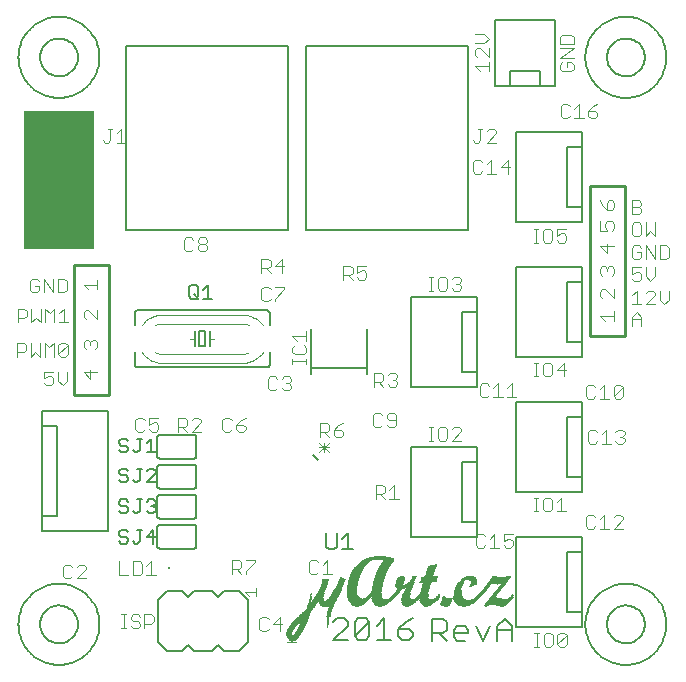
<source format=gbr>
G75*
G70*
%OFA0B0*%
%FSLAX24Y24*%
%IPPOS*%
%LPD*%
%AMOC8*
5,1,8,0,0,1.08239X$1,22.5*
%
%ADD10C,0.0060*%
%ADD11C,0.0040*%
%ADD12C,0.0100*%
%ADD13R,0.2323X0.4646*%
%ADD14C,0.0030*%
%ADD15C,0.0020*%
%ADD16C,0.0050*%
%ADD17C,0.0080*%
%ADD18R,0.0098X0.0098*%
%ADD19R,0.0003X0.0003*%
%ADD20R,0.0057X0.0003*%
%ADD21R,0.0080X0.0003*%
%ADD22R,0.0097X0.0003*%
%ADD23R,0.0112X0.0003*%
%ADD24R,0.0127X0.0003*%
%ADD25R,0.0138X0.0003*%
%ADD26R,0.0147X0.0003*%
%ADD27R,0.0160X0.0003*%
%ADD28R,0.0165X0.0003*%
%ADD29R,0.0175X0.0003*%
%ADD30R,0.0185X0.0003*%
%ADD31R,0.0190X0.0003*%
%ADD32R,0.0198X0.0003*%
%ADD33R,0.0205X0.0003*%
%ADD34R,0.0213X0.0003*%
%ADD35R,0.0217X0.0003*%
%ADD36R,0.0222X0.0003*%
%ADD37R,0.0230X0.0003*%
%ADD38R,0.0235X0.0003*%
%ADD39R,0.0240X0.0003*%
%ADD40R,0.0248X0.0003*%
%ADD41R,0.0253X0.0003*%
%ADD42R,0.0257X0.0003*%
%ADD43R,0.0262X0.0003*%
%ADD44R,0.0267X0.0003*%
%ADD45R,0.0272X0.0003*%
%ADD46R,0.0278X0.0003*%
%ADD47R,0.0283X0.0003*%
%ADD48R,0.0285X0.0003*%
%ADD49R,0.0290X0.0003*%
%ADD50R,0.0295X0.0003*%
%ADD51R,0.0297X0.0003*%
%ADD52R,0.0302X0.0003*%
%ADD53R,0.0305X0.0003*%
%ADD54R,0.0310X0.0003*%
%ADD55R,0.0315X0.0003*%
%ADD56R,0.0318X0.0003*%
%ADD57R,0.0323X0.0003*%
%ADD58R,0.0325X0.0003*%
%ADD59R,0.0330X0.0003*%
%ADD60R,0.0333X0.0003*%
%ADD61R,0.0335X0.0003*%
%ADD62R,0.0338X0.0003*%
%ADD63R,0.0343X0.0003*%
%ADD64R,0.0345X0.0003*%
%ADD65R,0.0350X0.0003*%
%ADD66R,0.0352X0.0003*%
%ADD67R,0.0357X0.0003*%
%ADD68R,0.0362X0.0003*%
%ADD69R,0.0365X0.0003*%
%ADD70R,0.0370X0.0003*%
%ADD71R,0.0372X0.0003*%
%ADD72R,0.0375X0.0003*%
%ADD73R,0.0377X0.0003*%
%ADD74R,0.0380X0.0003*%
%ADD75R,0.0385X0.0003*%
%ADD76R,0.0387X0.0003*%
%ADD77R,0.0390X0.0003*%
%ADD78R,0.0393X0.0003*%
%ADD79R,0.0395X0.0003*%
%ADD80R,0.0398X0.0003*%
%ADD81R,0.0403X0.0003*%
%ADD82R,0.0405X0.0003*%
%ADD83R,0.0410X0.0003*%
%ADD84R,0.0413X0.0003*%
%ADD85R,0.0418X0.0003*%
%ADD86R,0.0182X0.0003*%
%ADD87R,0.0232X0.0003*%
%ADD88R,0.0227X0.0003*%
%ADD89R,0.0180X0.0003*%
%ADD90R,0.0225X0.0003*%
%ADD91R,0.0220X0.0003*%
%ADD92R,0.0177X0.0003*%
%ADD93R,0.0215X0.0003*%
%ADD94R,0.0210X0.0003*%
%ADD95R,0.0173X0.0003*%
%ADD96R,0.0170X0.0003*%
%ADD97R,0.0208X0.0003*%
%ADD98R,0.0168X0.0003*%
%ADD99R,0.0203X0.0003*%
%ADD100R,0.0200X0.0003*%
%ADD101R,0.0187X0.0003*%
%ADD102R,0.0195X0.0003*%
%ADD103R,0.0192X0.0003*%
%ADD104R,0.0005X0.0003*%
%ADD105R,0.0008X0.0003*%
%ADD106R,0.0010X0.0003*%
%ADD107R,0.0013X0.0003*%
%ADD108R,0.0015X0.0003*%
%ADD109R,0.0018X0.0003*%
%ADD110R,0.0020X0.0003*%
%ADD111R,0.0022X0.0003*%
%ADD112R,0.0025X0.0003*%
%ADD113R,0.0030X0.0003*%
%ADD114R,0.0032X0.0003*%
%ADD115R,0.0035X0.0003*%
%ADD116R,0.0037X0.0003*%
%ADD117R,0.0040X0.0003*%
%ADD118R,0.0043X0.0003*%
%ADD119R,0.0045X0.0003*%
%ADD120R,0.0047X0.0003*%
%ADD121R,0.0238X0.0003*%
%ADD122R,0.0050X0.0003*%
%ADD123R,0.0053X0.0003*%
%ADD124R,0.0055X0.0003*%
%ADD125R,0.0243X0.0003*%
%ADD126R,0.0060X0.0003*%
%ADD127R,0.0063X0.0003*%
%ADD128R,0.0065X0.0003*%
%ADD129R,0.0245X0.0003*%
%ADD130R,0.0067X0.0003*%
%ADD131R,0.0070X0.0003*%
%ADD132R,0.0073X0.0003*%
%ADD133R,0.0430X0.0003*%
%ADD134R,0.0428X0.0003*%
%ADD135R,0.0075X0.0003*%
%ADD136R,0.0425X0.0003*%
%ADD137R,0.0423X0.0003*%
%ADD138R,0.0420X0.0003*%
%ADD139R,0.0077X0.0003*%
%ADD140R,0.0415X0.0003*%
%ADD141R,0.0083X0.0003*%
%ADD142R,0.0408X0.0003*%
%ADD143R,0.0085X0.0003*%
%ADD144R,0.0400X0.0003*%
%ADD145R,0.0088X0.0003*%
%ADD146R,0.0090X0.0003*%
%ADD147R,0.0382X0.0003*%
%ADD148R,0.0092X0.0003*%
%ADD149R,0.0095X0.0003*%
%ADD150R,0.0367X0.0003*%
%ADD151R,0.0360X0.0003*%
%ADD152R,0.0355X0.0003*%
%ADD153R,0.0100X0.0003*%
%ADD154R,0.0103X0.0003*%
%ADD155R,0.0340X0.0003*%
%ADD156R,0.0105X0.0003*%
%ADD157R,0.0107X0.0003*%
%ADD158R,0.0328X0.0003*%
%ADD159R,0.0110X0.0003*%
%ADD160R,0.0320X0.0003*%
%ADD161R,0.0312X0.0003*%
%ADD162R,0.0307X0.0003*%
%ADD163R,0.0300X0.0003*%
%ADD164R,0.0115X0.0003*%
%ADD165R,0.0118X0.0003*%
%ADD166R,0.0293X0.0003*%
%ADD167R,0.0288X0.0003*%
%ADD168R,0.0280X0.0003*%
%ADD169R,0.0120X0.0003*%
%ADD170R,0.0275X0.0003*%
%ADD171R,0.0123X0.0003*%
%ADD172R,0.0270X0.0003*%
%ADD173R,0.0265X0.0003*%
%ADD174R,0.0255X0.0003*%
%ADD175R,0.0125X0.0003*%
%ADD176R,0.0250X0.0003*%
%ADD177R,0.0130X0.0003*%
%ADD178R,0.0132X0.0003*%
%ADD179R,0.0135X0.0003*%
%ADD180R,0.0140X0.0003*%
%ADD181R,0.0143X0.0003*%
%ADD182R,0.0145X0.0003*%
%ADD183R,0.0150X0.0003*%
%ADD184R,0.0152X0.0003*%
%ADD185R,0.0155X0.0003*%
%ADD186R,0.0158X0.0003*%
%ADD187R,0.0163X0.0003*%
%ADD188R,0.0260X0.0003*%
%ADD189R,0.0440X0.0003*%
%ADD190R,0.0445X0.0003*%
%ADD191R,0.0447X0.0003*%
%ADD192R,0.0450X0.0003*%
%ADD193R,0.0452X0.0003*%
%ADD194R,0.0457X0.0003*%
%ADD195R,0.0462X0.0003*%
%ADD196R,0.0465X0.0003*%
%ADD197R,0.0467X0.0003*%
%ADD198R,0.0470X0.0003*%
%ADD199R,0.0473X0.0003*%
%ADD200R,0.0475X0.0003*%
%ADD201R,0.0478X0.0003*%
%ADD202R,0.0455X0.0003*%
%ADD203R,0.0432X0.0003*%
%ADD204R,0.0480X0.0003*%
%ADD205R,0.0483X0.0003*%
%ADD206R,0.0488X0.0003*%
%ADD207R,0.0485X0.0003*%
%ADD208R,0.0710X0.0003*%
%ADD209R,0.0493X0.0003*%
%ADD210R,0.0495X0.0003*%
%ADD211R,0.0435X0.0003*%
%ADD212R,0.0437X0.0003*%
%ADD213R,0.0500X0.0003*%
%ADD214R,0.0712X0.0003*%
%ADD215R,0.0498X0.0003*%
%ADD216R,0.0442X0.0003*%
%ADD217R,0.0508X0.0003*%
%ADD218R,0.0715X0.0003*%
%ADD219R,0.0348X0.0003*%
%ADD220R,0.0515X0.0003*%
%ADD221R,0.0503X0.0003*%
%ADD222R,0.0520X0.0003*%
%ADD223R,0.0505X0.0003*%
%ADD224R,0.0460X0.0003*%
%ADD225R,0.0527X0.0003*%
%ADD226R,0.0717X0.0003*%
%ADD227R,0.0532X0.0003*%
%ADD228R,0.0510X0.0003*%
%ADD229R,0.0540X0.0003*%
%ADD230R,0.0548X0.0003*%
%ADD231R,0.0720X0.0003*%
%ADD232R,0.0553X0.0003*%
%ADD233R,0.0722X0.0003*%
%ADD234R,0.0560X0.0003*%
%ADD235R,0.0517X0.0003*%
%ADD236R,0.0565X0.0003*%
%ADD237R,0.0573X0.0003*%
%ADD238R,0.0522X0.0003*%
%ADD239R,0.0578X0.0003*%
%ADD240R,0.0725X0.0003*%
%ADD241R,0.0525X0.0003*%
%ADD242R,0.0583X0.0003*%
%ADD243R,0.0512X0.0003*%
%ADD244R,0.0590X0.0003*%
%ADD245R,0.0530X0.0003*%
%ADD246R,0.0595X0.0003*%
%ADD247R,0.0602X0.0003*%
%ADD248R,0.0727X0.0003*%
%ADD249R,0.0535X0.0003*%
%ADD250R,0.0607X0.0003*%
%ADD251R,0.0730X0.0003*%
%ADD252R,0.0537X0.0003*%
%ADD253R,0.0612X0.0003*%
%ADD254R,0.0617X0.0003*%
%ADD255R,0.0542X0.0003*%
%ADD256R,0.0545X0.0003*%
%ADD257R,0.0622X0.0003*%
%ADD258R,0.0630X0.0003*%
%ADD259R,0.0732X0.0003*%
%ADD260R,0.0633X0.0003*%
%ADD261R,0.0550X0.0003*%
%ADD262R,0.0555X0.0003*%
%ADD263R,0.0638X0.0003*%
%ADD264R,0.0563X0.0003*%
%ADD265R,0.0645X0.0003*%
%ADD266R,0.0558X0.0003*%
%ADD267R,0.0490X0.0003*%
%ADD268R,0.0650X0.0003*%
%ADD269R,0.0735X0.0003*%
%ADD270R,0.0570X0.0003*%
%ADD271R,0.0653X0.0003*%
%ADD272R,0.0660X0.0003*%
%ADD273R,0.0580X0.0003*%
%ADD274R,0.0665X0.0003*%
%ADD275R,0.0575X0.0003*%
%ADD276R,0.0668X0.0003*%
%ADD277R,0.0587X0.0003*%
%ADD278R,0.0673X0.0003*%
%ADD279R,0.0737X0.0003*%
%ADD280R,0.0680X0.0003*%
%ADD281R,0.0585X0.0003*%
%ADD282R,0.0592X0.0003*%
%ADD283R,0.0683X0.0003*%
%ADD284R,0.0600X0.0003*%
%ADD285R,0.0688X0.0003*%
%ADD286R,0.0690X0.0003*%
%ADD287R,0.0597X0.0003*%
%ADD288R,0.0698X0.0003*%
%ADD289R,0.0740X0.0003*%
%ADD290R,0.0610X0.0003*%
%ADD291R,0.0700X0.0003*%
%ADD292R,0.0605X0.0003*%
%ADD293R,0.0705X0.0003*%
%ADD294R,0.0625X0.0003*%
%ADD295R,0.0742X0.0003*%
%ADD296R,0.0620X0.0003*%
%ADD297R,0.0635X0.0003*%
%ADD298R,0.0640X0.0003*%
%ADD299R,0.0643X0.0003*%
%ADD300R,0.0745X0.0003*%
%ADD301R,0.0648X0.0003*%
%ADD302R,0.0658X0.0003*%
%ADD303R,0.0655X0.0003*%
%ADD304R,0.0663X0.0003*%
%ADD305R,0.0747X0.0003*%
%ADD306R,0.0670X0.0003*%
%ADD307R,0.0675X0.0003*%
%ADD308R,0.0685X0.0003*%
%ADD309R,0.0695X0.0003*%
%ADD310R,0.0027X0.0003*%
%ADD311R,0.0568X0.0003*%
%ADD312R,0.0912X0.0003*%
%ADD313R,0.0907X0.0003*%
%ADD314R,0.0900X0.0003*%
%ADD315R,0.0895X0.0003*%
%ADD316R,0.0887X0.0003*%
%ADD317R,0.0882X0.0003*%
%ADD318R,0.0875X0.0003*%
%ADD319R,0.0862X0.0003*%
%ADD320R,0.0848X0.0003*%
%ADD321R,0.0833X0.0003*%
%ADD322R,0.0818X0.0003*%
%ADD323R,0.0800X0.0003*%
%ADD324R,0.0788X0.0003*%
%ADD325R,0.0770X0.0003*%
%ADD326R,0.0752X0.0003*%
%ADD327R,0.0615X0.0003*%
%ADD328C,0.0000*%
D10*
X000375Y001800D02*
X000377Y001873D01*
X000383Y001946D01*
X000393Y002018D01*
X000407Y002090D01*
X000424Y002161D01*
X000446Y002231D01*
X000471Y002300D01*
X000500Y002367D01*
X000532Y002432D01*
X000568Y002496D01*
X000608Y002558D01*
X000650Y002617D01*
X000696Y002674D01*
X000745Y002728D01*
X000797Y002780D01*
X000851Y002829D01*
X000908Y002875D01*
X000967Y002917D01*
X001029Y002957D01*
X001093Y002993D01*
X001158Y003025D01*
X001225Y003054D01*
X001294Y003079D01*
X001364Y003101D01*
X001435Y003118D01*
X001507Y003132D01*
X001579Y003142D01*
X001652Y003148D01*
X001725Y003150D01*
X001798Y003148D01*
X001871Y003142D01*
X001943Y003132D01*
X002015Y003118D01*
X002086Y003101D01*
X002156Y003079D01*
X002225Y003054D01*
X002292Y003025D01*
X002357Y002993D01*
X002421Y002957D01*
X002483Y002917D01*
X002542Y002875D01*
X002599Y002829D01*
X002653Y002780D01*
X002705Y002728D01*
X002754Y002674D01*
X002800Y002617D01*
X002842Y002558D01*
X002882Y002496D01*
X002918Y002432D01*
X002950Y002367D01*
X002979Y002300D01*
X003004Y002231D01*
X003026Y002161D01*
X003043Y002090D01*
X003057Y002018D01*
X003067Y001946D01*
X003073Y001873D01*
X003075Y001800D01*
X003073Y001727D01*
X003067Y001654D01*
X003057Y001582D01*
X003043Y001510D01*
X003026Y001439D01*
X003004Y001369D01*
X002979Y001300D01*
X002950Y001233D01*
X002918Y001168D01*
X002882Y001104D01*
X002842Y001042D01*
X002800Y000983D01*
X002754Y000926D01*
X002705Y000872D01*
X002653Y000820D01*
X002599Y000771D01*
X002542Y000725D01*
X002483Y000683D01*
X002421Y000643D01*
X002357Y000607D01*
X002292Y000575D01*
X002225Y000546D01*
X002156Y000521D01*
X002086Y000499D01*
X002015Y000482D01*
X001943Y000468D01*
X001871Y000458D01*
X001798Y000452D01*
X001725Y000450D01*
X001652Y000452D01*
X001579Y000458D01*
X001507Y000468D01*
X001435Y000482D01*
X001364Y000499D01*
X001294Y000521D01*
X001225Y000546D01*
X001158Y000575D01*
X001093Y000607D01*
X001029Y000643D01*
X000967Y000683D01*
X000908Y000725D01*
X000851Y000771D01*
X000797Y000820D01*
X000745Y000872D01*
X000696Y000926D01*
X000650Y000983D01*
X000608Y001042D01*
X000568Y001104D01*
X000532Y001168D01*
X000500Y001233D01*
X000471Y001300D01*
X000446Y001369D01*
X000424Y001439D01*
X000407Y001510D01*
X000393Y001582D01*
X000383Y001654D01*
X000377Y001727D01*
X000375Y001800D01*
X005000Y004425D02*
X005000Y005025D01*
X005002Y005042D01*
X005006Y005059D01*
X005013Y005075D01*
X005023Y005089D01*
X005036Y005102D01*
X005050Y005112D01*
X005066Y005119D01*
X005083Y005123D01*
X005100Y005125D01*
X006200Y005125D01*
X006217Y005123D01*
X006234Y005119D01*
X006250Y005112D01*
X006264Y005102D01*
X006277Y005089D01*
X006287Y005075D01*
X006294Y005059D01*
X006298Y005042D01*
X006300Y005025D01*
X006300Y004425D01*
X006298Y004408D01*
X006294Y004391D01*
X006287Y004375D01*
X006277Y004361D01*
X006264Y004348D01*
X006250Y004338D01*
X006234Y004331D01*
X006217Y004327D01*
X006200Y004325D01*
X005100Y004325D01*
X005083Y004327D01*
X005066Y004331D01*
X005050Y004338D01*
X005036Y004348D01*
X005023Y004361D01*
X005013Y004375D01*
X005006Y004391D01*
X005002Y004408D01*
X005000Y004425D01*
X005100Y005325D02*
X006200Y005325D01*
X006217Y005327D01*
X006234Y005331D01*
X006250Y005338D01*
X006264Y005348D01*
X006277Y005361D01*
X006287Y005375D01*
X006294Y005391D01*
X006298Y005408D01*
X006300Y005425D01*
X006300Y006025D01*
X006298Y006042D01*
X006294Y006059D01*
X006287Y006075D01*
X006277Y006089D01*
X006264Y006102D01*
X006250Y006112D01*
X006234Y006119D01*
X006217Y006123D01*
X006200Y006125D01*
X005100Y006125D01*
X005083Y006123D01*
X005066Y006119D01*
X005050Y006112D01*
X005036Y006102D01*
X005023Y006089D01*
X005013Y006075D01*
X005006Y006059D01*
X005002Y006042D01*
X005000Y006025D01*
X005000Y005425D01*
X005002Y005408D01*
X005006Y005391D01*
X005013Y005375D01*
X005023Y005361D01*
X005036Y005348D01*
X005050Y005338D01*
X005066Y005331D01*
X005083Y005327D01*
X005100Y005325D01*
X005100Y006325D02*
X006200Y006325D01*
X006217Y006327D01*
X006234Y006331D01*
X006250Y006338D01*
X006264Y006348D01*
X006277Y006361D01*
X006287Y006375D01*
X006294Y006391D01*
X006298Y006408D01*
X006300Y006425D01*
X006300Y007025D01*
X006298Y007042D01*
X006294Y007059D01*
X006287Y007075D01*
X006277Y007089D01*
X006264Y007102D01*
X006250Y007112D01*
X006234Y007119D01*
X006217Y007123D01*
X006200Y007125D01*
X005100Y007125D01*
X005083Y007123D01*
X005066Y007119D01*
X005050Y007112D01*
X005036Y007102D01*
X005023Y007089D01*
X005013Y007075D01*
X005006Y007059D01*
X005002Y007042D01*
X005000Y007025D01*
X005000Y006425D01*
X005002Y006408D01*
X005006Y006391D01*
X005013Y006375D01*
X005023Y006361D01*
X005036Y006348D01*
X005050Y006338D01*
X005066Y006331D01*
X005083Y006327D01*
X005100Y006325D01*
X005100Y007325D02*
X006200Y007325D01*
X006217Y007327D01*
X006234Y007331D01*
X006250Y007338D01*
X006264Y007348D01*
X006277Y007361D01*
X006287Y007375D01*
X006294Y007391D01*
X006298Y007408D01*
X006300Y007425D01*
X006300Y008025D01*
X006298Y008042D01*
X006294Y008059D01*
X006287Y008075D01*
X006277Y008089D01*
X006264Y008102D01*
X006250Y008112D01*
X006234Y008119D01*
X006217Y008123D01*
X006200Y008125D01*
X005100Y008125D01*
X005083Y008123D01*
X005066Y008119D01*
X005050Y008112D01*
X005036Y008102D01*
X005023Y008089D01*
X005013Y008075D01*
X005006Y008059D01*
X005002Y008042D01*
X005000Y008025D01*
X005000Y007425D01*
X005002Y007408D01*
X005006Y007391D01*
X005013Y007375D01*
X005023Y007361D01*
X005036Y007348D01*
X005050Y007338D01*
X005066Y007331D01*
X005083Y007327D01*
X005100Y007325D01*
X004350Y010370D02*
X008650Y010370D01*
X008667Y010372D01*
X008684Y010376D01*
X008700Y010383D01*
X008714Y010393D01*
X008727Y010406D01*
X008737Y010420D01*
X008744Y010436D01*
X008748Y010453D01*
X008750Y010470D01*
X008750Y010870D01*
X008750Y011770D02*
X008750Y012170D01*
X008748Y012187D01*
X008744Y012204D01*
X008737Y012220D01*
X008727Y012234D01*
X008714Y012247D01*
X008700Y012257D01*
X008684Y012264D01*
X008667Y012268D01*
X008650Y012270D01*
X004350Y012270D01*
X004333Y012268D01*
X004316Y012264D01*
X004300Y012257D01*
X004286Y012247D01*
X004273Y012234D01*
X004263Y012220D01*
X004256Y012204D01*
X004252Y012187D01*
X004250Y012170D01*
X004250Y011770D01*
X004250Y010870D02*
X004250Y010470D01*
X004252Y010453D01*
X004256Y010436D01*
X004263Y010420D01*
X004273Y010406D01*
X004286Y010393D01*
X004300Y010383D01*
X004316Y010376D01*
X004333Y010372D01*
X004350Y010370D01*
X006250Y011070D02*
X006250Y011320D01*
X006250Y011570D01*
X006400Y011570D02*
X006600Y011570D01*
X006600Y011070D01*
X006400Y011070D01*
X006400Y011570D01*
X006750Y011570D02*
X006750Y011320D01*
X006750Y011070D01*
X010200Y007435D02*
X010360Y007275D01*
X010626Y004835D02*
X010626Y004392D01*
X010714Y004304D01*
X010891Y004304D01*
X010980Y004392D01*
X010980Y004835D01*
X011170Y004658D02*
X011347Y004835D01*
X011347Y004304D01*
X011170Y004304D02*
X011524Y004304D01*
X011707Y002003D02*
X011586Y001882D01*
X011586Y001396D01*
X012071Y001882D01*
X012071Y001396D01*
X011950Y001275D01*
X011707Y001275D01*
X011586Y001396D01*
X011346Y001275D02*
X010861Y001275D01*
X011346Y001760D01*
X011346Y001882D01*
X011225Y002003D01*
X010982Y002003D01*
X010861Y001882D01*
X011707Y002003D02*
X011950Y002003D01*
X012071Y001882D01*
X012311Y001760D02*
X012554Y002003D01*
X012554Y001275D01*
X012311Y001275D02*
X012797Y001275D01*
X013036Y001396D02*
X013158Y001275D01*
X013400Y001275D01*
X013522Y001396D01*
X013522Y001518D01*
X013400Y001639D01*
X013036Y001639D01*
X013036Y001396D01*
X013036Y001639D02*
X013279Y001882D01*
X013522Y002003D01*
X014160Y001983D02*
X014524Y001983D01*
X014646Y001862D01*
X014646Y001619D01*
X014524Y001498D01*
X014160Y001498D01*
X014160Y001255D02*
X014160Y001983D01*
X014403Y001498D02*
X014646Y001255D01*
X014885Y001377D02*
X014885Y001619D01*
X015007Y001741D01*
X015249Y001741D01*
X015371Y001619D01*
X015371Y001498D01*
X014885Y001498D01*
X014885Y001377D02*
X015007Y001255D01*
X015249Y001255D01*
X015853Y001255D02*
X015610Y001741D01*
X016096Y001741D02*
X015853Y001255D01*
X016335Y001255D02*
X016335Y001741D01*
X016578Y001983D01*
X016821Y001741D01*
X016821Y001255D01*
X016821Y001619D02*
X016335Y001619D01*
X019272Y001800D02*
X019274Y001873D01*
X019280Y001946D01*
X019290Y002018D01*
X019304Y002090D01*
X019321Y002161D01*
X019343Y002231D01*
X019368Y002300D01*
X019397Y002367D01*
X019429Y002432D01*
X019465Y002496D01*
X019505Y002558D01*
X019547Y002617D01*
X019593Y002674D01*
X019642Y002728D01*
X019694Y002780D01*
X019748Y002829D01*
X019805Y002875D01*
X019864Y002917D01*
X019926Y002957D01*
X019990Y002993D01*
X020055Y003025D01*
X020122Y003054D01*
X020191Y003079D01*
X020261Y003101D01*
X020332Y003118D01*
X020404Y003132D01*
X020476Y003142D01*
X020549Y003148D01*
X020622Y003150D01*
X020695Y003148D01*
X020768Y003142D01*
X020840Y003132D01*
X020912Y003118D01*
X020983Y003101D01*
X021053Y003079D01*
X021122Y003054D01*
X021189Y003025D01*
X021254Y002993D01*
X021318Y002957D01*
X021380Y002917D01*
X021439Y002875D01*
X021496Y002829D01*
X021550Y002780D01*
X021602Y002728D01*
X021651Y002674D01*
X021697Y002617D01*
X021739Y002558D01*
X021779Y002496D01*
X021815Y002432D01*
X021847Y002367D01*
X021876Y002300D01*
X021901Y002231D01*
X021923Y002161D01*
X021940Y002090D01*
X021954Y002018D01*
X021964Y001946D01*
X021970Y001873D01*
X021972Y001800D01*
X021970Y001727D01*
X021964Y001654D01*
X021954Y001582D01*
X021940Y001510D01*
X021923Y001439D01*
X021901Y001369D01*
X021876Y001300D01*
X021847Y001233D01*
X021815Y001168D01*
X021779Y001104D01*
X021739Y001042D01*
X021697Y000983D01*
X021651Y000926D01*
X021602Y000872D01*
X021550Y000820D01*
X021496Y000771D01*
X021439Y000725D01*
X021380Y000683D01*
X021318Y000643D01*
X021254Y000607D01*
X021189Y000575D01*
X021122Y000546D01*
X021053Y000521D01*
X020983Y000499D01*
X020912Y000482D01*
X020840Y000468D01*
X020768Y000458D01*
X020695Y000452D01*
X020622Y000450D01*
X020549Y000452D01*
X020476Y000458D01*
X020404Y000468D01*
X020332Y000482D01*
X020261Y000499D01*
X020191Y000521D01*
X020122Y000546D01*
X020055Y000575D01*
X019990Y000607D01*
X019926Y000643D01*
X019864Y000683D01*
X019805Y000725D01*
X019748Y000771D01*
X019694Y000820D01*
X019642Y000872D01*
X019593Y000926D01*
X019547Y000983D01*
X019505Y001042D01*
X019465Y001104D01*
X019429Y001168D01*
X019397Y001233D01*
X019368Y001300D01*
X019343Y001369D01*
X019321Y001439D01*
X019304Y001510D01*
X019290Y001582D01*
X019280Y001654D01*
X019274Y001727D01*
X019272Y001800D01*
X019272Y020698D02*
X019274Y020771D01*
X019280Y020844D01*
X019290Y020916D01*
X019304Y020988D01*
X019321Y021059D01*
X019343Y021129D01*
X019368Y021198D01*
X019397Y021265D01*
X019429Y021330D01*
X019465Y021394D01*
X019505Y021456D01*
X019547Y021515D01*
X019593Y021572D01*
X019642Y021626D01*
X019694Y021678D01*
X019748Y021727D01*
X019805Y021773D01*
X019864Y021815D01*
X019926Y021855D01*
X019990Y021891D01*
X020055Y021923D01*
X020122Y021952D01*
X020191Y021977D01*
X020261Y021999D01*
X020332Y022016D01*
X020404Y022030D01*
X020476Y022040D01*
X020549Y022046D01*
X020622Y022048D01*
X020695Y022046D01*
X020768Y022040D01*
X020840Y022030D01*
X020912Y022016D01*
X020983Y021999D01*
X021053Y021977D01*
X021122Y021952D01*
X021189Y021923D01*
X021254Y021891D01*
X021318Y021855D01*
X021380Y021815D01*
X021439Y021773D01*
X021496Y021727D01*
X021550Y021678D01*
X021602Y021626D01*
X021651Y021572D01*
X021697Y021515D01*
X021739Y021456D01*
X021779Y021394D01*
X021815Y021330D01*
X021847Y021265D01*
X021876Y021198D01*
X021901Y021129D01*
X021923Y021059D01*
X021940Y020988D01*
X021954Y020916D01*
X021964Y020844D01*
X021970Y020771D01*
X021972Y020698D01*
X021970Y020625D01*
X021964Y020552D01*
X021954Y020480D01*
X021940Y020408D01*
X021923Y020337D01*
X021901Y020267D01*
X021876Y020198D01*
X021847Y020131D01*
X021815Y020066D01*
X021779Y020002D01*
X021739Y019940D01*
X021697Y019881D01*
X021651Y019824D01*
X021602Y019770D01*
X021550Y019718D01*
X021496Y019669D01*
X021439Y019623D01*
X021380Y019581D01*
X021318Y019541D01*
X021254Y019505D01*
X021189Y019473D01*
X021122Y019444D01*
X021053Y019419D01*
X020983Y019397D01*
X020912Y019380D01*
X020840Y019366D01*
X020768Y019356D01*
X020695Y019350D01*
X020622Y019348D01*
X020549Y019350D01*
X020476Y019356D01*
X020404Y019366D01*
X020332Y019380D01*
X020261Y019397D01*
X020191Y019419D01*
X020122Y019444D01*
X020055Y019473D01*
X019990Y019505D01*
X019926Y019541D01*
X019864Y019581D01*
X019805Y019623D01*
X019748Y019669D01*
X019694Y019718D01*
X019642Y019770D01*
X019593Y019824D01*
X019547Y019881D01*
X019505Y019940D01*
X019465Y020002D01*
X019429Y020066D01*
X019397Y020131D01*
X019368Y020198D01*
X019343Y020267D01*
X019321Y020337D01*
X019304Y020408D01*
X019290Y020480D01*
X019280Y020552D01*
X019274Y020625D01*
X019272Y020698D01*
X000375Y020698D02*
X000377Y020771D01*
X000383Y020844D01*
X000393Y020916D01*
X000407Y020988D01*
X000424Y021059D01*
X000446Y021129D01*
X000471Y021198D01*
X000500Y021265D01*
X000532Y021330D01*
X000568Y021394D01*
X000608Y021456D01*
X000650Y021515D01*
X000696Y021572D01*
X000745Y021626D01*
X000797Y021678D01*
X000851Y021727D01*
X000908Y021773D01*
X000967Y021815D01*
X001029Y021855D01*
X001093Y021891D01*
X001158Y021923D01*
X001225Y021952D01*
X001294Y021977D01*
X001364Y021999D01*
X001435Y022016D01*
X001507Y022030D01*
X001579Y022040D01*
X001652Y022046D01*
X001725Y022048D01*
X001798Y022046D01*
X001871Y022040D01*
X001943Y022030D01*
X002015Y022016D01*
X002086Y021999D01*
X002156Y021977D01*
X002225Y021952D01*
X002292Y021923D01*
X002357Y021891D01*
X002421Y021855D01*
X002483Y021815D01*
X002542Y021773D01*
X002599Y021727D01*
X002653Y021678D01*
X002705Y021626D01*
X002754Y021572D01*
X002800Y021515D01*
X002842Y021456D01*
X002882Y021394D01*
X002918Y021330D01*
X002950Y021265D01*
X002979Y021198D01*
X003004Y021129D01*
X003026Y021059D01*
X003043Y020988D01*
X003057Y020916D01*
X003067Y020844D01*
X003073Y020771D01*
X003075Y020698D01*
X003073Y020625D01*
X003067Y020552D01*
X003057Y020480D01*
X003043Y020408D01*
X003026Y020337D01*
X003004Y020267D01*
X002979Y020198D01*
X002950Y020131D01*
X002918Y020066D01*
X002882Y020002D01*
X002842Y019940D01*
X002800Y019881D01*
X002754Y019824D01*
X002705Y019770D01*
X002653Y019718D01*
X002599Y019669D01*
X002542Y019623D01*
X002483Y019581D01*
X002421Y019541D01*
X002357Y019505D01*
X002292Y019473D01*
X002225Y019444D01*
X002156Y019419D01*
X002086Y019397D01*
X002015Y019380D01*
X001943Y019366D01*
X001871Y019356D01*
X001798Y019350D01*
X001725Y019348D01*
X001652Y019350D01*
X001579Y019356D01*
X001507Y019366D01*
X001435Y019380D01*
X001364Y019397D01*
X001294Y019419D01*
X001225Y019444D01*
X001158Y019473D01*
X001093Y019505D01*
X001029Y019541D01*
X000967Y019581D01*
X000908Y019623D01*
X000851Y019669D01*
X000797Y019718D01*
X000745Y019770D01*
X000696Y019824D01*
X000650Y019881D01*
X000608Y019940D01*
X000568Y020002D01*
X000532Y020066D01*
X000500Y020131D01*
X000471Y020198D01*
X000446Y020267D01*
X000424Y020337D01*
X000407Y020408D01*
X000393Y020480D01*
X000383Y020552D01*
X000377Y020625D01*
X000375Y020698D01*
D11*
X003343Y018320D02*
X003497Y018320D01*
X003420Y018320D02*
X003420Y017936D01*
X003343Y017859D01*
X003266Y017859D01*
X003190Y017936D01*
X003650Y017859D02*
X003957Y017859D01*
X003804Y017859D02*
X003804Y018320D01*
X003650Y018166D01*
X005971Y014704D02*
X005894Y014627D01*
X005894Y014320D01*
X005971Y014243D01*
X006125Y014243D01*
X006201Y014320D01*
X006355Y014320D02*
X006355Y014397D01*
X006432Y014473D01*
X006585Y014473D01*
X006662Y014397D01*
X006662Y014320D01*
X006585Y014243D01*
X006432Y014243D01*
X006355Y014320D01*
X006432Y014473D02*
X006355Y014550D01*
X006355Y014627D01*
X006432Y014704D01*
X006585Y014704D01*
X006662Y014627D01*
X006662Y014550D01*
X006585Y014473D01*
X006201Y014627D02*
X006125Y014704D01*
X005971Y014704D01*
X008471Y013975D02*
X008471Y013515D01*
X008471Y013668D02*
X008701Y013668D01*
X008778Y013745D01*
X008778Y013899D01*
X008701Y013975D01*
X008471Y013975D01*
X008625Y013668D02*
X008778Y013515D01*
X008932Y013745D02*
X009239Y013745D01*
X009162Y013515D02*
X009162Y013975D01*
X008932Y013745D01*
X008932Y013042D02*
X009239Y013042D01*
X009239Y012965D01*
X008932Y012659D01*
X008932Y012582D01*
X008778Y012659D02*
X008701Y012582D01*
X008548Y012582D01*
X008471Y012659D01*
X008471Y012965D01*
X008548Y013042D01*
X008701Y013042D01*
X008778Y012965D01*
X009970Y011566D02*
X009970Y011259D01*
X009970Y011412D02*
X009509Y011412D01*
X009663Y011259D01*
X009586Y011105D02*
X009509Y011028D01*
X009509Y010875D01*
X009586Y010798D01*
X009893Y010798D01*
X009970Y010875D01*
X009970Y011028D01*
X009893Y011105D01*
X009970Y010645D02*
X009970Y010491D01*
X009970Y010568D02*
X009509Y010568D01*
X009509Y010491D02*
X009509Y010645D01*
X009386Y010062D02*
X009463Y009985D01*
X009463Y009908D01*
X009386Y009832D01*
X009463Y009755D01*
X009463Y009678D01*
X009386Y009601D01*
X009233Y009601D01*
X009156Y009678D01*
X009003Y009678D02*
X008926Y009601D01*
X008772Y009601D01*
X008696Y009678D01*
X008696Y009985D01*
X008772Y010062D01*
X008926Y010062D01*
X009003Y009985D01*
X009156Y009985D02*
X009233Y010062D01*
X009386Y010062D01*
X009386Y009832D02*
X009309Y009832D01*
X010420Y008507D02*
X010650Y008507D01*
X010727Y008430D01*
X010727Y008277D01*
X010650Y008200D01*
X010420Y008200D01*
X010573Y008200D02*
X010727Y008046D01*
X010880Y008123D02*
X010957Y008046D01*
X011111Y008046D01*
X011187Y008123D01*
X011187Y008200D01*
X011111Y008277D01*
X010880Y008277D01*
X010880Y008123D01*
X010880Y008277D02*
X011034Y008430D01*
X011187Y008507D01*
X010420Y008507D02*
X010420Y008046D01*
X012200Y008458D02*
X012276Y008381D01*
X012430Y008381D01*
X012506Y008458D01*
X012660Y008458D02*
X012737Y008381D01*
X012890Y008381D01*
X012967Y008458D01*
X012967Y008765D01*
X012890Y008841D01*
X012737Y008841D01*
X012660Y008765D01*
X012660Y008688D01*
X012737Y008611D01*
X012967Y008611D01*
X012506Y008765D02*
X012430Y008841D01*
X012276Y008841D01*
X012200Y008765D01*
X012200Y008458D01*
X012235Y009727D02*
X012235Y010188D01*
X012465Y010188D01*
X012542Y010111D01*
X012542Y009958D01*
X012465Y009881D01*
X012235Y009881D01*
X012388Y009881D02*
X012542Y009727D01*
X012695Y009804D02*
X012772Y009727D01*
X012926Y009727D01*
X013002Y009804D01*
X013002Y009881D01*
X012926Y009958D01*
X012849Y009958D01*
X012926Y009958D02*
X013002Y010034D01*
X013002Y010111D01*
X012926Y010188D01*
X012772Y010188D01*
X012695Y010111D01*
X014048Y008387D02*
X014201Y008387D01*
X014125Y008387D02*
X014125Y007926D01*
X014201Y007926D02*
X014048Y007926D01*
X014355Y008003D02*
X014432Y007926D01*
X014585Y007926D01*
X014662Y008003D01*
X014662Y008310D01*
X014585Y008387D01*
X014432Y008387D01*
X014355Y008310D01*
X014355Y008003D01*
X014815Y007926D02*
X015122Y008233D01*
X015122Y008310D01*
X015045Y008387D01*
X014892Y008387D01*
X014815Y008310D01*
X014815Y007926D02*
X015122Y007926D01*
X015824Y009373D02*
X015977Y009373D01*
X016054Y009450D01*
X016207Y009373D02*
X016514Y009373D01*
X016361Y009373D02*
X016361Y009834D01*
X016207Y009680D01*
X016054Y009757D02*
X015977Y009834D01*
X015824Y009834D01*
X015747Y009757D01*
X015747Y009450D01*
X015824Y009373D01*
X016668Y009373D02*
X016974Y009373D01*
X016821Y009373D02*
X016821Y009834D01*
X016668Y009680D01*
X017548Y010064D02*
X017701Y010064D01*
X017625Y010064D02*
X017625Y010524D01*
X017701Y010524D02*
X017548Y010524D01*
X017855Y010448D02*
X017855Y010141D01*
X017932Y010064D01*
X018085Y010064D01*
X018162Y010141D01*
X018162Y010448D01*
X018085Y010524D01*
X017932Y010524D01*
X017855Y010448D01*
X018315Y010294D02*
X018622Y010294D01*
X018545Y010064D02*
X018545Y010524D01*
X018315Y010294D01*
X019290Y009710D02*
X019290Y009403D01*
X019367Y009326D01*
X019520Y009326D01*
X019597Y009403D01*
X019750Y009326D02*
X020057Y009326D01*
X019904Y009326D02*
X019904Y009786D01*
X019750Y009633D01*
X019597Y009710D02*
X019520Y009786D01*
X019367Y009786D01*
X019290Y009710D01*
X020211Y009710D02*
X020211Y009403D01*
X020518Y009710D01*
X020518Y009403D01*
X020441Y009326D01*
X020288Y009326D01*
X020211Y009403D01*
X020211Y009710D02*
X020288Y009786D01*
X020441Y009786D01*
X020518Y009710D01*
X020500Y008286D02*
X020347Y008286D01*
X020270Y008210D01*
X020423Y008056D02*
X020500Y008056D01*
X020577Y007979D01*
X020577Y007903D01*
X020500Y007826D01*
X020347Y007826D01*
X020270Y007903D01*
X020116Y007826D02*
X019810Y007826D01*
X019963Y007826D02*
X019963Y008286D01*
X019810Y008133D01*
X019656Y008210D02*
X019579Y008286D01*
X019426Y008286D01*
X019349Y008210D01*
X019349Y007903D01*
X019426Y007826D01*
X019579Y007826D01*
X019656Y007903D01*
X020500Y008056D02*
X020577Y008133D01*
X020577Y008210D01*
X020500Y008286D01*
X018469Y006024D02*
X018315Y005871D01*
X018162Y005948D02*
X018162Y005641D01*
X018085Y005564D01*
X017932Y005564D01*
X017855Y005641D01*
X017855Y005948D01*
X017932Y006024D01*
X018085Y006024D01*
X018162Y005948D01*
X018469Y006024D02*
X018469Y005564D01*
X018622Y005564D02*
X018315Y005564D01*
X017701Y005564D02*
X017548Y005564D01*
X017625Y005564D02*
X017625Y006024D01*
X017701Y006024D02*
X017548Y006024D01*
X016852Y004814D02*
X016546Y004814D01*
X016546Y004584D01*
X016699Y004660D01*
X016776Y004660D01*
X016852Y004584D01*
X016852Y004430D01*
X016776Y004353D01*
X016622Y004353D01*
X016546Y004430D01*
X016392Y004353D02*
X016085Y004353D01*
X016239Y004353D02*
X016239Y004814D01*
X016085Y004660D01*
X015932Y004737D02*
X015855Y004814D01*
X015701Y004814D01*
X015625Y004737D01*
X015625Y004430D01*
X015701Y004353D01*
X015855Y004353D01*
X015932Y004430D01*
X013046Y005983D02*
X012739Y005983D01*
X012892Y005983D02*
X012892Y006444D01*
X012739Y006290D01*
X012585Y006214D02*
X012508Y006137D01*
X012278Y006137D01*
X012278Y005983D02*
X012278Y006444D01*
X012508Y006444D01*
X012585Y006367D01*
X012585Y006214D01*
X012432Y006137D02*
X012585Y005983D01*
X010676Y003940D02*
X010676Y003479D01*
X010829Y003479D02*
X010522Y003479D01*
X010369Y003556D02*
X010292Y003479D01*
X010138Y003479D01*
X010062Y003556D01*
X010062Y003863D01*
X010138Y003940D01*
X010292Y003940D01*
X010369Y003863D01*
X010522Y003786D02*
X010676Y003940D01*
X009099Y002042D02*
X008869Y001812D01*
X009176Y001812D01*
X009099Y001582D02*
X009099Y002042D01*
X008715Y001965D02*
X008638Y002042D01*
X008485Y002042D01*
X008408Y001965D01*
X008408Y001659D01*
X008485Y001582D01*
X008638Y001582D01*
X008715Y001659D01*
X007955Y003491D02*
X007955Y003568D01*
X008262Y003875D01*
X008262Y003952D01*
X007955Y003952D01*
X007802Y003875D02*
X007802Y003721D01*
X007725Y003645D01*
X007495Y003645D01*
X007648Y003645D02*
X007802Y003491D01*
X007495Y003491D02*
X007495Y003952D01*
X007725Y003952D01*
X007802Y003875D01*
X004949Y003444D02*
X004642Y003444D01*
X004795Y003444D02*
X004795Y003904D01*
X004642Y003751D01*
X004489Y003828D02*
X004489Y003521D01*
X004412Y003444D01*
X004182Y003444D01*
X004182Y003904D01*
X004412Y003904D01*
X004489Y003828D01*
X004028Y003444D02*
X003721Y003444D01*
X003721Y003904D01*
X002629Y003714D02*
X002552Y003790D01*
X002399Y003790D01*
X002322Y003714D01*
X002168Y003714D02*
X002092Y003790D01*
X001938Y003790D01*
X001861Y003714D01*
X001861Y003407D01*
X001938Y003330D01*
X002092Y003330D01*
X002168Y003407D01*
X002322Y003330D02*
X002629Y003637D01*
X002629Y003714D01*
X002629Y003330D02*
X002322Y003330D01*
X003809Y002134D02*
X003962Y002134D01*
X003885Y002134D02*
X003885Y001674D01*
X003809Y001674D02*
X003962Y001674D01*
X004116Y001750D02*
X004192Y001674D01*
X004346Y001674D01*
X004422Y001750D01*
X004422Y001827D01*
X004346Y001904D01*
X004192Y001904D01*
X004116Y001980D01*
X004116Y002057D01*
X004192Y002134D01*
X004346Y002134D01*
X004422Y002057D01*
X004576Y002134D02*
X004806Y002134D01*
X004883Y002057D01*
X004883Y001904D01*
X004806Y001827D01*
X004576Y001827D01*
X004576Y001674D02*
X004576Y002134D01*
X004505Y008224D02*
X004351Y008224D01*
X004274Y008300D01*
X004274Y008607D01*
X004351Y008684D01*
X004505Y008684D01*
X004581Y008607D01*
X004735Y008684D02*
X004735Y008454D01*
X004888Y008530D01*
X004965Y008530D01*
X005042Y008454D01*
X005042Y008300D01*
X004965Y008224D01*
X004811Y008224D01*
X004735Y008300D01*
X004581Y008300D02*
X004505Y008224D01*
X004735Y008684D02*
X005042Y008684D01*
X005684Y008684D02*
X005684Y008224D01*
X005684Y008377D02*
X005914Y008377D01*
X005991Y008454D01*
X005991Y008607D01*
X005914Y008684D01*
X005684Y008684D01*
X005837Y008377D02*
X005991Y008224D01*
X006144Y008224D02*
X006451Y008530D01*
X006451Y008607D01*
X006374Y008684D01*
X006221Y008684D01*
X006144Y008607D01*
X006144Y008224D02*
X006451Y008224D01*
X007176Y008300D02*
X007253Y008224D01*
X007406Y008224D01*
X007483Y008300D01*
X007636Y008300D02*
X007713Y008224D01*
X007866Y008224D01*
X007943Y008300D01*
X007943Y008377D01*
X007866Y008454D01*
X007636Y008454D01*
X007636Y008300D01*
X007636Y008454D02*
X007790Y008607D01*
X007943Y008684D01*
X007483Y008607D02*
X007406Y008684D01*
X007253Y008684D01*
X007176Y008607D01*
X007176Y008300D01*
X003004Y010200D02*
X002544Y010200D01*
X002774Y009970D01*
X002774Y010277D01*
X002927Y010970D02*
X003004Y011046D01*
X003004Y011200D01*
X002927Y011277D01*
X002851Y011277D01*
X002774Y011200D01*
X002774Y011123D01*
X002774Y011200D02*
X002697Y011277D01*
X002620Y011277D01*
X002544Y011200D01*
X002544Y011046D01*
X002620Y010970D01*
X002012Y011109D02*
X002012Y010802D01*
X001935Y010726D01*
X001781Y010726D01*
X001705Y010802D01*
X002012Y011109D01*
X001935Y011186D01*
X001781Y011186D01*
X001705Y011109D01*
X001705Y010802D01*
X001551Y010726D02*
X001551Y011186D01*
X001398Y011032D01*
X001244Y011186D01*
X001244Y010726D01*
X001091Y010726D02*
X000937Y010879D01*
X000784Y010726D01*
X000784Y011186D01*
X000630Y011109D02*
X000630Y010956D01*
X000554Y010879D01*
X000324Y010879D01*
X000324Y010726D02*
X000324Y011186D01*
X000554Y011186D01*
X000630Y011109D01*
X001091Y011186D02*
X001091Y010726D01*
X001229Y010225D02*
X001229Y009995D01*
X001383Y010072D01*
X001459Y010072D01*
X001536Y009995D01*
X001536Y009842D01*
X001459Y009765D01*
X001306Y009765D01*
X001229Y009842D01*
X001229Y010225D02*
X001536Y010225D01*
X001689Y010225D02*
X001689Y009918D01*
X001843Y009765D01*
X001996Y009918D01*
X001996Y010225D01*
X002031Y011863D02*
X001724Y011863D01*
X001571Y011863D02*
X001571Y012324D01*
X001417Y012170D01*
X001264Y012324D01*
X001264Y011863D01*
X001111Y011863D02*
X000957Y012017D01*
X000804Y011863D01*
X000804Y012324D01*
X000650Y012247D02*
X000650Y012094D01*
X000573Y012017D01*
X000343Y012017D01*
X000343Y011863D02*
X000343Y012324D01*
X000573Y012324D01*
X000650Y012247D01*
X001111Y012324D02*
X001111Y011863D01*
X001724Y012170D02*
X001878Y012324D01*
X001878Y011863D01*
X002544Y012046D02*
X002620Y011970D01*
X002544Y012046D02*
X002544Y012200D01*
X002620Y012277D01*
X002697Y012277D01*
X003004Y011970D01*
X003004Y012277D01*
X003004Y012970D02*
X003004Y013277D01*
X003004Y013123D02*
X002544Y013123D01*
X002697Y012970D01*
X001984Y012940D02*
X001984Y013247D01*
X001908Y013324D01*
X001677Y013324D01*
X001677Y012863D01*
X001908Y012863D01*
X001984Y012940D01*
X001524Y012863D02*
X001524Y013324D01*
X001217Y013324D02*
X001524Y012863D01*
X001217Y012863D02*
X001217Y013324D01*
X001064Y013247D02*
X000987Y013324D01*
X000833Y013324D01*
X000757Y013247D01*
X000757Y012940D01*
X000833Y012863D01*
X000987Y012863D01*
X001064Y012940D01*
X001064Y013094D01*
X000910Y013094D01*
X011203Y013290D02*
X011203Y013751D01*
X011434Y013751D01*
X011510Y013674D01*
X011510Y013521D01*
X011434Y013444D01*
X011203Y013444D01*
X011357Y013444D02*
X011510Y013290D01*
X011664Y013367D02*
X011741Y013290D01*
X011894Y013290D01*
X011971Y013367D01*
X011971Y013521D01*
X011894Y013597D01*
X011817Y013597D01*
X011664Y013521D01*
X011664Y013751D01*
X011971Y013751D01*
X014048Y013387D02*
X014201Y013387D01*
X014125Y013387D02*
X014125Y012926D01*
X014201Y012926D02*
X014048Y012926D01*
X014355Y013003D02*
X014432Y012926D01*
X014585Y012926D01*
X014662Y013003D01*
X014662Y013310D01*
X014585Y013387D01*
X014432Y013387D01*
X014355Y013310D01*
X014355Y013003D01*
X014815Y013003D02*
X014892Y012926D01*
X015045Y012926D01*
X015122Y013003D01*
X015122Y013080D01*
X015045Y013156D01*
X014969Y013156D01*
X015045Y013156D02*
X015122Y013233D01*
X015122Y013310D01*
X015045Y013387D01*
X014892Y013387D01*
X014815Y013310D01*
X017548Y014525D02*
X017701Y014525D01*
X017625Y014525D02*
X017625Y014985D01*
X017701Y014985D02*
X017548Y014985D01*
X017855Y014908D02*
X017855Y014601D01*
X017932Y014525D01*
X018085Y014525D01*
X018162Y014601D01*
X018162Y014908D01*
X018085Y014985D01*
X017932Y014985D01*
X017855Y014908D01*
X018315Y014985D02*
X018315Y014755D01*
X018469Y014832D01*
X018545Y014832D01*
X018622Y014755D01*
X018622Y014601D01*
X018545Y014525D01*
X018392Y014525D01*
X018315Y014601D01*
X018315Y014985D02*
X018622Y014985D01*
X019760Y014926D02*
X019990Y014926D01*
X019914Y015080D01*
X019914Y015156D01*
X019990Y015233D01*
X020144Y015233D01*
X020221Y015156D01*
X020221Y015003D01*
X020144Y014926D01*
X019760Y014926D02*
X019760Y015233D01*
X019990Y015623D02*
X019990Y015853D01*
X020067Y015930D01*
X020144Y015930D01*
X020221Y015853D01*
X020221Y015700D01*
X020144Y015623D01*
X019990Y015623D01*
X019837Y015777D01*
X019760Y015930D01*
X020824Y015938D02*
X020824Y015477D01*
X021054Y015477D01*
X021131Y015554D01*
X021131Y015631D01*
X021054Y015708D01*
X020824Y015708D01*
X020824Y015938D02*
X021054Y015938D01*
X021131Y015861D01*
X021131Y015784D01*
X021054Y015708D01*
X021054Y015202D02*
X020901Y015202D01*
X020824Y015125D01*
X020824Y014818D01*
X020901Y014741D01*
X021054Y014741D01*
X021131Y014818D01*
X021131Y015125D01*
X021054Y015202D01*
X021284Y015202D02*
X021284Y014741D01*
X021438Y014895D01*
X021591Y014741D01*
X021591Y015202D01*
X021592Y014438D02*
X021592Y013977D01*
X021285Y014438D01*
X021285Y013977D01*
X021131Y014054D02*
X021131Y014208D01*
X020978Y014208D01*
X021131Y014361D02*
X021054Y014438D01*
X020901Y014438D01*
X020824Y014361D01*
X020824Y014054D01*
X020901Y013977D01*
X021054Y013977D01*
X021131Y014054D01*
X021131Y013702D02*
X020824Y013702D01*
X020824Y013471D01*
X020977Y013548D01*
X021054Y013548D01*
X021131Y013471D01*
X021131Y013318D01*
X021054Y013241D01*
X020901Y013241D01*
X020824Y013318D01*
X020978Y012922D02*
X020824Y012769D01*
X020978Y012922D02*
X020978Y012462D01*
X021131Y012462D02*
X020824Y012462D01*
X020977Y012202D02*
X021131Y012048D01*
X021131Y011741D01*
X021131Y011971D02*
X020824Y011971D01*
X020824Y012048D02*
X020977Y012202D01*
X020824Y012048D02*
X020824Y011741D01*
X020221Y011926D02*
X020221Y012233D01*
X020221Y012080D02*
X019760Y012080D01*
X019914Y011926D01*
X019837Y012663D02*
X019760Y012739D01*
X019760Y012893D01*
X019837Y012969D01*
X019914Y012969D01*
X020221Y012663D01*
X020221Y012969D01*
X020144Y013426D02*
X020221Y013503D01*
X020221Y013656D01*
X020144Y013733D01*
X020067Y013733D01*
X019990Y013656D01*
X019990Y013580D01*
X019990Y013656D02*
X019914Y013733D01*
X019837Y013733D01*
X019760Y013656D01*
X019760Y013503D01*
X019837Y013426D01*
X019990Y014182D02*
X019990Y014489D01*
X019760Y014412D02*
X019990Y014182D01*
X020221Y014412D02*
X019760Y014412D01*
X021284Y013702D02*
X021284Y013395D01*
X021438Y013241D01*
X021591Y013395D01*
X021591Y013702D01*
X021745Y013977D02*
X021975Y013977D01*
X022052Y014054D01*
X022052Y014361D01*
X021975Y014438D01*
X021745Y014438D01*
X021745Y013977D01*
X021745Y012922D02*
X021745Y012615D01*
X021899Y012462D01*
X022052Y012615D01*
X022052Y012922D01*
X021592Y012845D02*
X021515Y012922D01*
X021361Y012922D01*
X021285Y012845D01*
X021592Y012845D02*
X021592Y012769D01*
X021285Y012462D01*
X021592Y012462D01*
X016677Y016822D02*
X016677Y017282D01*
X016447Y017052D01*
X016754Y017052D01*
X016294Y016822D02*
X015987Y016822D01*
X016140Y016822D02*
X016140Y017282D01*
X015987Y017129D01*
X015833Y017206D02*
X015756Y017282D01*
X015603Y017282D01*
X015526Y017206D01*
X015526Y016899D01*
X015603Y016822D01*
X015756Y016822D01*
X015833Y016899D01*
X015686Y017859D02*
X015762Y017936D01*
X015762Y018320D01*
X015686Y018320D02*
X015839Y018320D01*
X015993Y018243D02*
X016069Y018320D01*
X016223Y018320D01*
X016300Y018243D01*
X016300Y018166D01*
X015993Y017859D01*
X016300Y017859D01*
X015686Y017859D02*
X015609Y017859D01*
X015532Y017936D01*
X015748Y020249D02*
X015595Y020403D01*
X016055Y020403D01*
X016055Y020556D02*
X016055Y020249D01*
X016055Y020710D02*
X015748Y021016D01*
X015672Y021016D01*
X015595Y020940D01*
X015595Y020786D01*
X015672Y020710D01*
X016055Y020710D02*
X016055Y021016D01*
X015902Y021170D02*
X016055Y021323D01*
X015902Y021477D01*
X015595Y021477D01*
X015595Y021170D02*
X015902Y021170D01*
X018426Y021150D02*
X018426Y021380D01*
X018502Y021457D01*
X018809Y021457D01*
X018886Y021380D01*
X018886Y021150D01*
X018426Y021150D01*
X018426Y020997D02*
X018886Y020997D01*
X018426Y020690D01*
X018886Y020690D01*
X018809Y020536D02*
X018656Y020536D01*
X018656Y020383D01*
X018809Y020536D02*
X018886Y020460D01*
X018886Y020306D01*
X018809Y020229D01*
X018502Y020229D01*
X018426Y020306D01*
X018426Y020460D01*
X018502Y020536D01*
X018522Y019145D02*
X018446Y019068D01*
X018446Y018761D01*
X018522Y018684D01*
X018676Y018684D01*
X018753Y018761D01*
X018906Y018684D02*
X019213Y018684D01*
X019059Y018684D02*
X019059Y019145D01*
X018906Y018991D01*
X018753Y019068D02*
X018676Y019145D01*
X018522Y019145D01*
X019366Y018914D02*
X019366Y018761D01*
X019443Y018684D01*
X019597Y018684D01*
X019673Y018761D01*
X019673Y018838D01*
X019597Y018914D01*
X019366Y018914D01*
X019520Y019068D01*
X019673Y019145D01*
X019520Y005452D02*
X019367Y005452D01*
X019290Y005375D01*
X019290Y005068D01*
X019367Y004991D01*
X019520Y004991D01*
X019597Y005068D01*
X019750Y004991D02*
X020057Y004991D01*
X019904Y004991D02*
X019904Y005452D01*
X019750Y005298D01*
X019597Y005375D02*
X019520Y005452D01*
X020211Y005375D02*
X020288Y005452D01*
X020441Y005452D01*
X020518Y005375D01*
X020518Y005298D01*
X020211Y004991D01*
X020518Y004991D01*
X018569Y001513D02*
X018416Y001513D01*
X018339Y001436D01*
X018339Y001129D01*
X018646Y001436D01*
X018646Y001129D01*
X018569Y001052D01*
X018416Y001052D01*
X018339Y001129D01*
X018185Y001129D02*
X018109Y001052D01*
X017955Y001052D01*
X017879Y001129D01*
X017879Y001436D01*
X017955Y001513D01*
X018109Y001513D01*
X018185Y001436D01*
X018185Y001129D01*
X017725Y001052D02*
X017572Y001052D01*
X017648Y001052D02*
X017648Y001513D01*
X017572Y001513D02*
X017725Y001513D01*
X018569Y001513D02*
X018646Y001436D01*
D12*
X019437Y011406D02*
X020603Y011406D01*
X020603Y016406D01*
X019437Y016406D01*
X019437Y011406D01*
X003386Y009450D02*
X002221Y009450D01*
X002241Y013792D01*
X003406Y013792D01*
X003386Y009450D01*
D13*
X001725Y016623D03*
D14*
X010403Y007856D02*
X010717Y007543D01*
X010717Y007699D02*
X010403Y007699D01*
X010403Y007543D02*
X010717Y007856D01*
X010560Y007856D02*
X010560Y007543D01*
X008309Y003004D02*
X008309Y002757D01*
X008309Y002880D02*
X007939Y002880D01*
X008062Y002757D01*
D15*
X007850Y010520D02*
X005150Y010520D01*
X005150Y010820D02*
X007850Y010820D01*
X007888Y010821D01*
X007925Y010826D01*
X007962Y010833D01*
X007998Y010842D01*
X008034Y010855D01*
X008068Y010870D01*
X008511Y011770D02*
X008479Y011815D01*
X008443Y011857D01*
X008404Y011897D01*
X008362Y011934D01*
X008319Y011968D01*
X008272Y011999D01*
X008224Y012027D01*
X008174Y012051D01*
X008123Y012072D01*
X008070Y012089D01*
X008016Y012103D01*
X007961Y012112D01*
X007906Y012118D01*
X007850Y012120D01*
X005150Y012120D01*
X005150Y011820D02*
X007850Y011820D01*
X008511Y010870D02*
X008479Y010825D01*
X008443Y010783D01*
X008404Y010743D01*
X008363Y010706D01*
X008319Y010672D01*
X008272Y010641D01*
X008224Y010613D01*
X008174Y010589D01*
X008123Y010568D01*
X008070Y010551D01*
X008016Y010537D01*
X007961Y010528D01*
X007906Y010522D01*
X007850Y010520D01*
X008068Y011770D02*
X008034Y011785D01*
X007998Y011798D01*
X007962Y011807D01*
X007925Y011814D01*
X007888Y011819D01*
X007850Y011820D01*
X006900Y011320D02*
X006750Y011320D01*
X006250Y011320D02*
X006100Y011320D01*
X005150Y012120D02*
X005094Y012118D01*
X005039Y012112D01*
X004984Y012103D01*
X004930Y012089D01*
X004877Y012072D01*
X004826Y012051D01*
X004776Y012027D01*
X004728Y011999D01*
X004681Y011968D01*
X004637Y011934D01*
X004596Y011897D01*
X004557Y011857D01*
X004521Y011815D01*
X004489Y011770D01*
X004489Y010870D02*
X004521Y010825D01*
X004557Y010783D01*
X004596Y010743D01*
X004638Y010706D01*
X004681Y010672D01*
X004728Y010641D01*
X004776Y010613D01*
X004826Y010589D01*
X004877Y010568D01*
X004930Y010551D01*
X004984Y010537D01*
X005039Y010528D01*
X005094Y010522D01*
X005150Y010520D01*
X005150Y010820D02*
X005112Y010821D01*
X005075Y010826D01*
X005038Y010833D01*
X005002Y010842D01*
X004966Y010855D01*
X004932Y010870D01*
X004932Y011770D02*
X004966Y011785D01*
X005002Y011798D01*
X005038Y011807D01*
X005075Y011814D01*
X005112Y011819D01*
X005150Y011820D01*
D16*
X006067Y012736D02*
X006142Y012661D01*
X006292Y012661D01*
X006367Y012736D01*
X006367Y013037D01*
X006292Y013112D01*
X006142Y013112D01*
X006067Y013037D01*
X006067Y012736D01*
X006217Y012811D02*
X006367Y012661D01*
X006527Y012661D02*
X006827Y012661D01*
X006677Y012661D02*
X006677Y013112D01*
X006527Y012961D01*
X003374Y008906D02*
X003374Y004906D01*
X001174Y004906D01*
X001174Y005406D01*
X001674Y005406D01*
X001674Y008406D01*
X001174Y008406D01*
X001174Y008906D01*
X003374Y008906D01*
X003801Y007981D02*
X003726Y007906D01*
X003726Y007831D01*
X003801Y007756D01*
X003951Y007756D01*
X004026Y007681D01*
X004026Y007606D01*
X003951Y007531D01*
X003801Y007531D01*
X003726Y007606D01*
X003801Y007981D02*
X003951Y007981D01*
X004026Y007906D01*
X004336Y007981D02*
X004486Y007981D01*
X004411Y007981D02*
X004411Y007606D01*
X004336Y007531D01*
X004261Y007531D01*
X004186Y007606D01*
X004647Y007531D02*
X004947Y007531D01*
X004797Y007531D02*
X004797Y007981D01*
X004647Y007831D01*
X004722Y006993D02*
X004647Y006918D01*
X004722Y006993D02*
X004872Y006993D01*
X004947Y006918D01*
X004947Y006843D01*
X004647Y006543D01*
X004947Y006543D01*
X004411Y006618D02*
X004411Y006993D01*
X004336Y006993D02*
X004486Y006993D01*
X004411Y006618D02*
X004336Y006543D01*
X004261Y006543D01*
X004186Y006618D01*
X004026Y006618D02*
X003951Y006543D01*
X003801Y006543D01*
X003726Y006618D01*
X003801Y006768D02*
X003951Y006768D01*
X004026Y006693D01*
X004026Y006618D01*
X003801Y006768D02*
X003726Y006843D01*
X003726Y006918D01*
X003801Y006993D01*
X003951Y006993D01*
X004026Y006918D01*
X003951Y005966D02*
X003801Y005966D01*
X003726Y005890D01*
X003726Y005815D01*
X003801Y005740D01*
X003951Y005740D01*
X004026Y005665D01*
X004026Y005590D01*
X003951Y005515D01*
X003801Y005515D01*
X003726Y005590D01*
X004026Y005890D02*
X003951Y005966D01*
X004336Y005966D02*
X004486Y005966D01*
X004411Y005966D02*
X004411Y005590D01*
X004336Y005515D01*
X004261Y005515D01*
X004186Y005590D01*
X004647Y005590D02*
X004722Y005515D01*
X004872Y005515D01*
X004947Y005590D01*
X004947Y005665D01*
X004872Y005740D01*
X004797Y005740D01*
X004872Y005740D02*
X004947Y005815D01*
X004947Y005890D01*
X004872Y005966D01*
X004722Y005966D01*
X004647Y005890D01*
X004486Y004938D02*
X004336Y004938D01*
X004411Y004938D02*
X004411Y004563D01*
X004336Y004488D01*
X004261Y004488D01*
X004186Y004563D01*
X004026Y004563D02*
X003951Y004488D01*
X003801Y004488D01*
X003726Y004563D01*
X003801Y004713D02*
X003951Y004713D01*
X004026Y004638D01*
X004026Y004563D01*
X003801Y004713D02*
X003726Y004788D01*
X003726Y004863D01*
X003801Y004938D01*
X003951Y004938D01*
X004026Y004863D01*
X004647Y004713D02*
X004947Y004713D01*
X004872Y004488D02*
X004872Y004938D01*
X004647Y004713D01*
X005324Y002910D02*
X005824Y002910D01*
X006024Y002710D01*
X006224Y002910D01*
X006824Y002910D01*
X007024Y002710D01*
X007224Y002910D01*
X007724Y002910D01*
X008024Y002610D01*
X008024Y001210D01*
X007724Y000910D01*
X007224Y000910D01*
X007024Y001110D01*
X006824Y000910D01*
X006224Y000910D01*
X006024Y001110D01*
X005824Y000910D01*
X005324Y000910D01*
X005024Y001210D01*
X005024Y002610D01*
X005324Y002910D01*
X001174Y005406D02*
X001174Y008406D01*
X013450Y007725D02*
X013450Y004725D01*
X015650Y004725D01*
X015650Y005225D01*
X015150Y005225D01*
X015150Y007225D01*
X015650Y007225D01*
X015650Y005225D01*
X016950Y004725D02*
X016950Y001725D01*
X019150Y001725D01*
X019150Y002225D01*
X018650Y002225D01*
X018650Y004225D01*
X019150Y004225D01*
X019150Y002225D01*
X019150Y004225D02*
X019150Y004725D01*
X016950Y004725D01*
X016950Y006225D02*
X016950Y009225D01*
X019150Y009225D01*
X019150Y008725D01*
X018650Y008725D01*
X018650Y006725D01*
X019150Y006725D01*
X019150Y006225D01*
X016950Y006225D01*
X015650Y007225D02*
X015650Y007725D01*
X013450Y007725D01*
X013450Y009725D02*
X013450Y012725D01*
X015650Y012725D01*
X015650Y012225D01*
X015150Y012225D01*
X015150Y010225D01*
X015650Y010225D01*
X015650Y009725D01*
X013450Y009725D01*
X015650Y010225D02*
X015650Y012225D01*
X016950Y013725D02*
X016950Y010725D01*
X019150Y010725D01*
X019150Y011225D01*
X018650Y011225D01*
X018650Y013225D01*
X019150Y013225D01*
X019150Y011225D01*
X019150Y013225D02*
X019150Y013725D01*
X016950Y013725D01*
X016950Y015225D02*
X016950Y018225D01*
X019150Y018225D01*
X019150Y017725D01*
X018650Y017725D01*
X018650Y015725D01*
X019150Y015725D01*
X019150Y015225D01*
X016950Y015225D01*
X019150Y015725D02*
X019150Y017725D01*
X018256Y019745D02*
X017756Y019745D01*
X017756Y020245D01*
X016756Y020245D01*
X016756Y019745D01*
X016256Y019745D01*
X016256Y021945D01*
X018256Y021945D01*
X018256Y019745D01*
X017756Y019745D02*
X016756Y019745D01*
X019150Y008725D02*
X019150Y006725D01*
D17*
X001095Y001800D02*
X001097Y001850D01*
X001103Y001900D01*
X001113Y001949D01*
X001127Y001997D01*
X001144Y002044D01*
X001165Y002089D01*
X001190Y002133D01*
X001218Y002174D01*
X001250Y002213D01*
X001284Y002250D01*
X001321Y002284D01*
X001361Y002314D01*
X001403Y002341D01*
X001447Y002365D01*
X001493Y002386D01*
X001540Y002402D01*
X001588Y002415D01*
X001638Y002424D01*
X001687Y002429D01*
X001738Y002430D01*
X001788Y002427D01*
X001837Y002420D01*
X001886Y002409D01*
X001934Y002394D01*
X001980Y002376D01*
X002025Y002354D01*
X002068Y002328D01*
X002109Y002299D01*
X002148Y002267D01*
X002184Y002232D01*
X002216Y002194D01*
X002246Y002154D01*
X002273Y002111D01*
X002296Y002067D01*
X002315Y002021D01*
X002331Y001973D01*
X002343Y001924D01*
X002351Y001875D01*
X002355Y001825D01*
X002355Y001775D01*
X002351Y001725D01*
X002343Y001676D01*
X002331Y001627D01*
X002315Y001579D01*
X002296Y001533D01*
X002273Y001489D01*
X002246Y001446D01*
X002216Y001406D01*
X002184Y001368D01*
X002148Y001333D01*
X002109Y001301D01*
X002068Y001272D01*
X002025Y001246D01*
X001980Y001224D01*
X001934Y001206D01*
X001886Y001191D01*
X001837Y001180D01*
X001788Y001173D01*
X001738Y001170D01*
X001687Y001171D01*
X001638Y001176D01*
X001588Y001185D01*
X001540Y001198D01*
X001493Y001214D01*
X001447Y001235D01*
X001403Y001259D01*
X001361Y001286D01*
X001321Y001316D01*
X001284Y001350D01*
X001250Y001387D01*
X001218Y001426D01*
X001190Y001467D01*
X001165Y001511D01*
X001144Y001556D01*
X001127Y001603D01*
X001113Y001651D01*
X001103Y001700D01*
X001097Y001750D01*
X001095Y001800D01*
X010115Y010158D02*
X010115Y010355D01*
X012004Y010355D01*
X012004Y010158D01*
X012004Y010355D02*
X012004Y011654D01*
X010115Y011654D02*
X010115Y010355D01*
X009950Y014940D02*
X015350Y014940D01*
X015350Y021090D01*
X009950Y021090D01*
X009950Y014940D01*
X009350Y014940D02*
X009350Y021090D01*
X003950Y021090D01*
X003950Y014940D01*
X009350Y014940D01*
X001095Y020698D02*
X001097Y020748D01*
X001103Y020798D01*
X001113Y020847D01*
X001127Y020895D01*
X001144Y020942D01*
X001165Y020987D01*
X001190Y021031D01*
X001218Y021072D01*
X001250Y021111D01*
X001284Y021148D01*
X001321Y021182D01*
X001361Y021212D01*
X001403Y021239D01*
X001447Y021263D01*
X001493Y021284D01*
X001540Y021300D01*
X001588Y021313D01*
X001638Y021322D01*
X001687Y021327D01*
X001738Y021328D01*
X001788Y021325D01*
X001837Y021318D01*
X001886Y021307D01*
X001934Y021292D01*
X001980Y021274D01*
X002025Y021252D01*
X002068Y021226D01*
X002109Y021197D01*
X002148Y021165D01*
X002184Y021130D01*
X002216Y021092D01*
X002246Y021052D01*
X002273Y021009D01*
X002296Y020965D01*
X002315Y020919D01*
X002331Y020871D01*
X002343Y020822D01*
X002351Y020773D01*
X002355Y020723D01*
X002355Y020673D01*
X002351Y020623D01*
X002343Y020574D01*
X002331Y020525D01*
X002315Y020477D01*
X002296Y020431D01*
X002273Y020387D01*
X002246Y020344D01*
X002216Y020304D01*
X002184Y020266D01*
X002148Y020231D01*
X002109Y020199D01*
X002068Y020170D01*
X002025Y020144D01*
X001980Y020122D01*
X001934Y020104D01*
X001886Y020089D01*
X001837Y020078D01*
X001788Y020071D01*
X001738Y020068D01*
X001687Y020069D01*
X001638Y020074D01*
X001588Y020083D01*
X001540Y020096D01*
X001493Y020112D01*
X001447Y020133D01*
X001403Y020157D01*
X001361Y020184D01*
X001321Y020214D01*
X001284Y020248D01*
X001250Y020285D01*
X001218Y020324D01*
X001190Y020365D01*
X001165Y020409D01*
X001144Y020454D01*
X001127Y020501D01*
X001113Y020549D01*
X001103Y020598D01*
X001097Y020648D01*
X001095Y020698D01*
X019992Y020698D02*
X019994Y020748D01*
X020000Y020798D01*
X020010Y020847D01*
X020024Y020895D01*
X020041Y020942D01*
X020062Y020987D01*
X020087Y021031D01*
X020115Y021072D01*
X020147Y021111D01*
X020181Y021148D01*
X020218Y021182D01*
X020258Y021212D01*
X020300Y021239D01*
X020344Y021263D01*
X020390Y021284D01*
X020437Y021300D01*
X020485Y021313D01*
X020535Y021322D01*
X020584Y021327D01*
X020635Y021328D01*
X020685Y021325D01*
X020734Y021318D01*
X020783Y021307D01*
X020831Y021292D01*
X020877Y021274D01*
X020922Y021252D01*
X020965Y021226D01*
X021006Y021197D01*
X021045Y021165D01*
X021081Y021130D01*
X021113Y021092D01*
X021143Y021052D01*
X021170Y021009D01*
X021193Y020965D01*
X021212Y020919D01*
X021228Y020871D01*
X021240Y020822D01*
X021248Y020773D01*
X021252Y020723D01*
X021252Y020673D01*
X021248Y020623D01*
X021240Y020574D01*
X021228Y020525D01*
X021212Y020477D01*
X021193Y020431D01*
X021170Y020387D01*
X021143Y020344D01*
X021113Y020304D01*
X021081Y020266D01*
X021045Y020231D01*
X021006Y020199D01*
X020965Y020170D01*
X020922Y020144D01*
X020877Y020122D01*
X020831Y020104D01*
X020783Y020089D01*
X020734Y020078D01*
X020685Y020071D01*
X020635Y020068D01*
X020584Y020069D01*
X020535Y020074D01*
X020485Y020083D01*
X020437Y020096D01*
X020390Y020112D01*
X020344Y020133D01*
X020300Y020157D01*
X020258Y020184D01*
X020218Y020214D01*
X020181Y020248D01*
X020147Y020285D01*
X020115Y020324D01*
X020087Y020365D01*
X020062Y020409D01*
X020041Y020454D01*
X020024Y020501D01*
X020010Y020549D01*
X020000Y020598D01*
X019994Y020648D01*
X019992Y020698D01*
X019992Y001800D02*
X019994Y001850D01*
X020000Y001900D01*
X020010Y001949D01*
X020024Y001997D01*
X020041Y002044D01*
X020062Y002089D01*
X020087Y002133D01*
X020115Y002174D01*
X020147Y002213D01*
X020181Y002250D01*
X020218Y002284D01*
X020258Y002314D01*
X020300Y002341D01*
X020344Y002365D01*
X020390Y002386D01*
X020437Y002402D01*
X020485Y002415D01*
X020535Y002424D01*
X020584Y002429D01*
X020635Y002430D01*
X020685Y002427D01*
X020734Y002420D01*
X020783Y002409D01*
X020831Y002394D01*
X020877Y002376D01*
X020922Y002354D01*
X020965Y002328D01*
X021006Y002299D01*
X021045Y002267D01*
X021081Y002232D01*
X021113Y002194D01*
X021143Y002154D01*
X021170Y002111D01*
X021193Y002067D01*
X021212Y002021D01*
X021228Y001973D01*
X021240Y001924D01*
X021248Y001875D01*
X021252Y001825D01*
X021252Y001775D01*
X021248Y001725D01*
X021240Y001676D01*
X021228Y001627D01*
X021212Y001579D01*
X021193Y001533D01*
X021170Y001489D01*
X021143Y001446D01*
X021113Y001406D01*
X021081Y001368D01*
X021045Y001333D01*
X021006Y001301D01*
X020965Y001272D01*
X020922Y001246D01*
X020877Y001224D01*
X020831Y001206D01*
X020783Y001191D01*
X020734Y001180D01*
X020685Y001173D01*
X020635Y001170D01*
X020584Y001171D01*
X020535Y001176D01*
X020485Y001185D01*
X020437Y001198D01*
X020390Y001214D01*
X020344Y001235D01*
X020300Y001259D01*
X020258Y001286D01*
X020218Y001316D01*
X020181Y001350D01*
X020147Y001387D01*
X020115Y001426D01*
X020087Y001467D01*
X020062Y001511D01*
X020041Y001556D01*
X020024Y001603D01*
X020010Y001651D01*
X020000Y001700D01*
X019994Y001750D01*
X019992Y001800D01*
D18*
X005396Y003674D03*
D19*
X009500Y001225D03*
X010703Y001665D03*
X010703Y001668D03*
X010703Y001670D03*
X010703Y001673D03*
X010703Y001675D03*
X010145Y002810D03*
X010145Y002813D03*
X010145Y002815D03*
X010148Y002820D03*
X014415Y002793D03*
X014543Y002725D03*
X016865Y002793D03*
D20*
X016838Y002735D03*
X014808Y002635D03*
X014558Y002690D03*
X014388Y002735D03*
X014290Y003763D03*
X011135Y003330D03*
X010570Y002368D03*
X010693Y001863D03*
X010693Y001860D03*
X010113Y002620D03*
X010113Y002623D03*
X010113Y002625D03*
X009505Y001228D03*
D21*
X009507Y001230D03*
X010697Y001945D03*
X010697Y001948D03*
X010697Y001950D03*
X010099Y002538D03*
X010099Y002540D03*
X010099Y002543D03*
X010099Y002545D03*
X010572Y003280D03*
X011142Y003323D03*
X014277Y003758D03*
X014377Y002715D03*
X014564Y002675D03*
X016827Y002713D03*
X016734Y003375D03*
D22*
X016818Y002695D03*
X016478Y002390D03*
X016278Y002660D03*
X015475Y003063D03*
X014570Y002665D03*
X014368Y002698D03*
X012415Y002388D03*
X011668Y002388D03*
X010705Y002030D03*
X010705Y002028D03*
X010705Y002025D03*
X010705Y002023D03*
X009508Y001233D03*
D23*
X009508Y001235D03*
X010715Y002090D03*
X010715Y002093D03*
X010715Y002095D03*
X010570Y002373D03*
X011153Y003310D03*
X012993Y002838D03*
X012995Y002840D03*
X012998Y002843D03*
X013003Y002850D03*
X013005Y002853D03*
X013008Y002855D03*
X013010Y002858D03*
X013010Y002860D03*
X013013Y002863D03*
X013015Y002865D03*
X013020Y002873D03*
X013155Y003375D03*
X013553Y003315D03*
X013555Y003318D03*
X013555Y003320D03*
X013558Y003325D03*
X014258Y003750D03*
X014360Y002685D03*
X014575Y002658D03*
X014623Y002393D03*
X015838Y002838D03*
X015840Y002840D03*
X015843Y002843D03*
X015845Y002845D03*
X015850Y002853D03*
X015853Y002855D03*
X015855Y002858D03*
X015858Y002860D03*
X015860Y002863D03*
X015863Y002865D03*
X015865Y002870D03*
X015868Y002873D03*
X015870Y002875D03*
X015873Y002878D03*
X015885Y002893D03*
X016168Y002668D03*
X016163Y002660D03*
X016180Y002683D03*
X016190Y002695D03*
X016193Y002698D03*
X016203Y002710D03*
X016205Y002713D03*
X016215Y002725D03*
X016225Y002738D03*
X016228Y002740D03*
X016238Y002753D03*
X016240Y002755D03*
X016248Y002765D03*
X016250Y002768D03*
X016260Y002780D03*
X016263Y002783D03*
X016273Y002795D03*
X016275Y002798D03*
X016283Y002808D03*
X016285Y002810D03*
X016288Y002813D03*
X016295Y002823D03*
X016298Y002825D03*
X016305Y002835D03*
X016308Y002838D03*
X016310Y002840D03*
X016318Y002850D03*
X016320Y002853D03*
X016323Y002855D03*
X016330Y002865D03*
X016333Y002868D03*
X016340Y002878D03*
X016343Y002880D03*
X016345Y002883D03*
X016353Y002893D03*
X016355Y002895D03*
X016358Y002898D03*
X016363Y002905D03*
X016365Y002908D03*
X016368Y002910D03*
X016370Y002913D03*
X016375Y002920D03*
X016378Y002923D03*
X016380Y002925D03*
X016388Y002935D03*
X016390Y002938D03*
X016393Y002940D03*
X016398Y002948D03*
X016400Y002950D03*
X016403Y002953D03*
X016405Y002955D03*
X016410Y002963D03*
X016413Y002965D03*
X016415Y002968D03*
X016420Y002975D03*
X016423Y002978D03*
X016425Y002980D03*
X016428Y002983D03*
X016433Y002990D03*
X016435Y002993D03*
X016438Y002995D03*
X016440Y002998D03*
X016445Y003005D03*
X016448Y003008D03*
X016450Y003010D03*
X016453Y003013D03*
X016455Y003018D03*
X016458Y003020D03*
X016460Y003023D03*
X016463Y003025D03*
X016468Y003033D03*
X016470Y003035D03*
X016473Y003038D03*
X016475Y003040D03*
X016478Y003045D03*
X016480Y003048D03*
X016483Y003050D03*
X016485Y003053D03*
X016488Y003055D03*
X016490Y003060D03*
X016493Y003063D03*
X016495Y003065D03*
X016498Y003068D03*
X016503Y003075D03*
X016505Y003078D03*
X016508Y003080D03*
X016510Y003083D03*
X016513Y003088D03*
X016515Y003090D03*
X016518Y003093D03*
X016520Y003095D03*
X016523Y003098D03*
X016525Y003103D03*
X016528Y003105D03*
X016530Y003108D03*
X016533Y003110D03*
X016535Y003113D03*
X016535Y003115D03*
X016538Y003118D03*
X016540Y003120D03*
X016543Y003123D03*
X016545Y003125D03*
X016548Y003130D03*
X016550Y003133D03*
X016553Y003135D03*
X016555Y003138D03*
X016718Y003370D03*
X016810Y002680D03*
D24*
X016803Y002668D03*
X016800Y002665D03*
X015740Y002733D03*
X015738Y002730D03*
X015735Y002728D03*
X015733Y002725D03*
X015730Y002723D03*
X015728Y002720D03*
X015725Y002718D03*
X015723Y002715D03*
X015493Y003078D03*
X014580Y002650D03*
X014353Y002673D03*
X013970Y002395D03*
X013528Y003265D03*
X013528Y003268D03*
X013530Y003270D03*
X013533Y003275D03*
X013098Y002968D03*
X012853Y002685D03*
X012850Y002683D03*
X012848Y002680D03*
X012845Y002678D03*
X012843Y002675D03*
X012073Y002708D03*
X012070Y002705D03*
X012068Y002703D03*
X012065Y002700D03*
X012063Y002698D03*
X012060Y002695D03*
X011668Y002390D03*
X010730Y002165D03*
X010730Y002163D03*
X010728Y002155D03*
X011158Y003305D03*
X009508Y001238D03*
D25*
X009508Y001240D03*
X010740Y002205D03*
X010740Y002208D03*
X010743Y002213D03*
X010743Y002215D03*
X010743Y002218D03*
X010598Y003270D03*
X012818Y002653D03*
X012820Y002655D03*
X012823Y002658D03*
X013318Y002398D03*
X013513Y003240D03*
X013515Y003243D03*
X013515Y003245D03*
X013518Y003248D03*
X014245Y003745D03*
X014330Y002650D03*
X014328Y002648D03*
X015498Y003083D03*
X015683Y002678D03*
X015680Y002675D03*
X015678Y002673D03*
X015675Y002670D03*
X016775Y002643D03*
X016778Y002645D03*
D26*
X016020Y002455D03*
X015638Y002640D03*
X015635Y002638D03*
X014620Y002398D03*
X014308Y002633D03*
X014305Y002630D03*
X013648Y002633D03*
X013645Y002630D03*
X013640Y002628D03*
X013503Y003223D03*
X014238Y003743D03*
X012798Y002638D03*
X012795Y002635D03*
X012418Y002393D03*
X010760Y002275D03*
X010758Y002270D03*
X010758Y002268D03*
X010758Y002265D03*
X010755Y002260D03*
X009508Y001243D03*
D27*
X009509Y001245D03*
X010779Y002333D03*
X010782Y002340D03*
X010782Y002343D03*
X010784Y002345D03*
X010784Y002348D03*
X010787Y002355D03*
X012002Y002645D03*
X012777Y002623D03*
X013487Y003198D03*
X013489Y003200D03*
X014232Y003740D03*
X015147Y003195D03*
X015149Y003198D03*
X015152Y003200D03*
X015152Y003203D03*
X015154Y003205D03*
X015157Y003208D03*
X015227Y003273D03*
X015512Y003095D03*
X015609Y002618D03*
X016027Y002458D03*
X016247Y003363D03*
X014289Y002620D03*
X013972Y002400D03*
D28*
X014594Y002638D03*
X015132Y003175D03*
X015134Y003178D03*
X015134Y003180D03*
X015137Y003183D03*
X015139Y003185D03*
X015234Y003278D03*
X015597Y002610D03*
X013484Y003193D03*
X013482Y003190D03*
X012769Y002618D03*
X011994Y002640D03*
X011169Y003293D03*
X010609Y003265D03*
X010799Y002388D03*
X010797Y002383D03*
X010797Y002380D03*
X010794Y002378D03*
X010794Y002375D03*
X010792Y002370D03*
X010792Y002368D03*
X009509Y001248D03*
D29*
X009509Y001250D03*
X009407Y001435D03*
X009407Y001438D03*
X009407Y001440D03*
X009404Y001443D03*
X009404Y001445D03*
X009404Y001448D03*
X009404Y001508D03*
X009407Y001515D03*
X009407Y001518D03*
X009407Y001520D03*
X009409Y001523D03*
X009409Y001525D03*
X009409Y001528D03*
X010579Y002385D03*
X010612Y003253D03*
X010614Y003260D03*
X010614Y003263D03*
X011987Y002635D03*
X013147Y003355D03*
X013472Y003175D03*
X013974Y002403D03*
X014599Y002635D03*
X014619Y002403D03*
X015107Y003138D03*
X015109Y003143D03*
X015112Y003145D03*
X015584Y002603D03*
X016734Y002618D03*
X012407Y004043D03*
D30*
X013144Y003350D03*
X013462Y003163D03*
X013464Y003165D03*
X013412Y003023D03*
X013412Y003020D03*
X013409Y003018D03*
X013409Y003015D03*
X013109Y002978D03*
X012419Y002398D03*
X014264Y002608D03*
X015082Y003095D03*
X015084Y003100D03*
X015087Y003103D03*
X015087Y003105D03*
X015089Y003108D03*
X015527Y003108D03*
X010602Y003205D03*
X010602Y003208D03*
X010599Y003200D03*
X010599Y003198D03*
X010599Y003195D03*
X010597Y003188D03*
X010597Y003185D03*
X010479Y002550D03*
X010482Y002545D03*
X010484Y002540D03*
X009907Y001873D03*
X009904Y001868D03*
X009902Y001860D03*
X009899Y001855D03*
X009897Y001850D03*
X009897Y001848D03*
X009894Y001845D03*
X009894Y001843D03*
X009892Y001840D03*
X009892Y001838D03*
X009889Y001835D03*
X009889Y001833D03*
X009889Y001830D03*
X009887Y001828D03*
X009887Y001825D03*
X009884Y001823D03*
X009884Y001820D03*
X009882Y001815D03*
X009879Y001810D03*
X009877Y001805D03*
X009874Y001800D03*
X009427Y001573D03*
X009424Y001568D03*
X009424Y001565D03*
X009422Y001563D03*
X009509Y001253D03*
D31*
X009509Y001255D03*
X009432Y001583D03*
X009432Y001585D03*
X009434Y001588D03*
X009434Y001590D03*
X009817Y001683D03*
X009819Y001688D03*
X009822Y001693D03*
X009824Y001698D03*
X009827Y001703D03*
X009829Y001708D03*
X009832Y001713D03*
X009834Y001718D03*
X009837Y001720D03*
X009837Y001723D03*
X009839Y001725D03*
X009839Y001728D03*
X009842Y001730D03*
X009842Y001733D03*
X009844Y001735D03*
X009844Y001738D03*
X009847Y001743D03*
X009849Y001748D03*
X009852Y001753D03*
X009854Y001758D03*
X009857Y001763D03*
X009859Y001768D03*
X009862Y001773D03*
X010582Y003133D03*
X010584Y003140D03*
X010584Y003143D03*
X010587Y003148D03*
X010587Y003150D03*
X010587Y003153D03*
X010589Y003155D03*
X010589Y003158D03*
X010589Y003160D03*
X010592Y003168D03*
X011177Y003283D03*
X011669Y002398D03*
X013144Y003348D03*
X013457Y003158D03*
X013404Y003005D03*
X013402Y003000D03*
X013399Y002995D03*
X013324Y002410D03*
X015074Y003080D03*
X015077Y003085D03*
X015079Y003090D03*
X015429Y003373D03*
X015529Y003110D03*
D32*
X015533Y003115D03*
X015065Y003063D03*
X015065Y003060D03*
X015063Y003058D03*
X015063Y003055D03*
X015558Y002590D03*
X013975Y002408D03*
X013325Y002413D03*
X013385Y002968D03*
X013388Y002970D03*
X013388Y002973D03*
X013390Y002978D03*
X013450Y003150D03*
X013143Y003343D03*
X013110Y002980D03*
X011165Y003255D03*
X011163Y003250D03*
X011163Y003248D03*
X011160Y003245D03*
X011160Y003243D03*
X011158Y003238D03*
X010568Y003090D03*
X010565Y003083D03*
X010563Y003078D03*
X010563Y003075D03*
X010560Y003070D03*
X010560Y003068D03*
X010558Y003065D03*
X010558Y003063D03*
X010558Y003060D03*
X010555Y003055D03*
X010553Y003048D03*
X009773Y001603D03*
X009765Y001590D03*
X009763Y001585D03*
X009760Y001580D03*
X009758Y001578D03*
X009758Y001575D03*
X009755Y001573D03*
X009753Y001570D03*
X009753Y001568D03*
X009750Y001565D03*
X009750Y001563D03*
X009748Y001560D03*
X009745Y001555D03*
X009743Y001553D03*
X009740Y001548D03*
X009453Y001623D03*
X009450Y001620D03*
X009450Y001618D03*
X009448Y001615D03*
X009445Y001610D03*
X009510Y001258D03*
D33*
X009509Y001260D03*
X009692Y001473D03*
X009697Y001480D03*
X009699Y001485D03*
X009702Y001488D03*
X009704Y001490D03*
X009704Y001493D03*
X009707Y001495D03*
X009709Y001498D03*
X009712Y001503D03*
X009717Y001510D03*
X009477Y001660D03*
X009474Y001658D03*
X009472Y001653D03*
X009469Y001650D03*
X009467Y001645D03*
X010582Y002393D03*
X010519Y002965D03*
X010522Y002970D03*
X010524Y002975D03*
X010524Y002978D03*
X010527Y002980D03*
X010527Y002983D03*
X010529Y002988D03*
X010532Y002995D03*
X010534Y003000D03*
X011134Y003183D03*
X011137Y003188D03*
X011139Y003193D03*
X011139Y003195D03*
X011142Y003198D03*
X011142Y003200D03*
X011144Y003205D03*
X011669Y002400D03*
X011962Y002625D03*
X013372Y002938D03*
X013374Y002940D03*
X013374Y002943D03*
X013377Y002948D03*
X013444Y003143D03*
X014207Y003730D03*
X015054Y003035D03*
X015054Y003033D03*
X015052Y003030D03*
X015052Y003028D03*
X015429Y003370D03*
X015537Y003120D03*
X016267Y003358D03*
D34*
X015543Y003130D03*
X015543Y003128D03*
X015545Y002585D03*
X015040Y002998D03*
X015043Y003003D03*
X015043Y003005D03*
X015045Y003010D03*
X015045Y003013D03*
X013440Y003138D03*
X013438Y003135D03*
X013363Y002918D03*
X013360Y002913D03*
X013360Y002910D03*
X013358Y002908D03*
X013358Y002905D03*
X013355Y002900D03*
X013113Y002983D03*
X013138Y003333D03*
X011120Y003150D03*
X011118Y003145D03*
X011118Y003143D03*
X011115Y003140D03*
X011115Y003138D03*
X011113Y003133D03*
X011110Y003128D03*
X010503Y002928D03*
X010500Y002923D03*
X010500Y002920D03*
X010498Y002918D03*
X010498Y002915D03*
X010495Y002913D03*
X010495Y002910D03*
X010493Y002905D03*
X010490Y002900D03*
X010583Y002395D03*
X009675Y001450D03*
X009673Y001448D03*
X009670Y001443D03*
X009510Y001263D03*
X009490Y001680D03*
X009493Y001683D03*
X009495Y001688D03*
X009498Y001690D03*
X009500Y001693D03*
X009505Y001700D03*
D35*
X009513Y001710D03*
X009515Y001713D03*
X009518Y001715D03*
X009520Y001718D03*
X009523Y001723D03*
X009525Y001725D03*
X009660Y001433D03*
X009658Y001430D03*
X009655Y001428D03*
X009510Y001265D03*
X010478Y002873D03*
X010480Y002878D03*
X010480Y002880D03*
X010483Y002883D03*
X010483Y002885D03*
X010485Y002888D03*
X011090Y003083D03*
X011093Y003088D03*
X011095Y003093D03*
X011095Y003095D03*
X011098Y003098D03*
X011098Y003100D03*
X011100Y003103D03*
X011100Y003105D03*
X011103Y003110D03*
X012420Y002403D03*
X013345Y002878D03*
X013348Y002883D03*
X013348Y002885D03*
X013350Y002888D03*
X013350Y002890D03*
X013433Y003130D03*
X013435Y003133D03*
X013138Y003330D03*
X014200Y003728D03*
X015038Y002990D03*
X015038Y002988D03*
X015035Y002980D03*
X015545Y003135D03*
D36*
X015548Y003143D03*
X015548Y003145D03*
X015550Y003148D03*
X015550Y003150D03*
X015550Y003153D03*
X015033Y002973D03*
X015033Y002970D03*
X015030Y002965D03*
X015030Y002963D03*
X015538Y002583D03*
X013978Y002413D03*
X013328Y002420D03*
X013335Y002853D03*
X013335Y002855D03*
X013338Y002858D03*
X013338Y002860D03*
X013340Y002865D03*
X013115Y002985D03*
X013135Y003323D03*
X013430Y003128D03*
X011083Y003065D03*
X011080Y003060D03*
X011078Y003055D03*
X011078Y003053D03*
X011075Y003050D03*
X011075Y003048D03*
X011073Y003045D03*
X011073Y003043D03*
X011070Y003038D03*
X011068Y003033D03*
X010473Y002860D03*
X010470Y002858D03*
X010470Y002855D03*
X010468Y002850D03*
X010465Y002845D03*
X010583Y002398D03*
X010095Y002305D03*
X010075Y002278D03*
X010073Y002275D03*
X010070Y002273D03*
X010068Y002270D03*
X010065Y002268D03*
X010060Y002260D03*
X010058Y002258D03*
X010055Y002255D03*
X009548Y001753D03*
X009545Y001750D03*
X009543Y001748D03*
X009543Y001745D03*
X009540Y001743D03*
X009538Y001740D03*
X009535Y001738D03*
X009648Y001418D03*
X009645Y001415D03*
X009510Y001268D03*
D37*
X009512Y001270D03*
X009632Y001403D03*
X009569Y001778D03*
X009572Y001780D03*
X009574Y001783D03*
X009577Y001785D03*
X009579Y001788D03*
X009582Y001790D03*
X010014Y002210D03*
X010017Y002213D03*
X010019Y002215D03*
X010022Y002218D03*
X010024Y002220D03*
X010027Y002223D03*
X010029Y002225D03*
X010104Y002320D03*
X010104Y002323D03*
X010107Y002325D03*
X010454Y002820D03*
X010454Y002823D03*
X010457Y002825D03*
X010457Y002828D03*
X010584Y002400D03*
X011032Y002955D03*
X011034Y002960D03*
X011037Y002965D03*
X011039Y002970D03*
X011039Y002973D03*
X011042Y002975D03*
X011042Y002978D03*
X011044Y002980D03*
X011044Y002983D03*
X011047Y002988D03*
X011049Y002993D03*
X011052Y002998D03*
X012422Y002405D03*
X013329Y002423D03*
X013319Y002810D03*
X013322Y002815D03*
X013322Y002818D03*
X013324Y002823D03*
X013424Y003123D03*
X013134Y003318D03*
X013979Y002415D03*
X015024Y002935D03*
X015024Y002938D03*
X015024Y002940D03*
X015027Y002943D03*
X015027Y002945D03*
X015027Y002948D03*
X015549Y003218D03*
X015549Y003220D03*
X015547Y003228D03*
X015547Y003230D03*
X015547Y003233D03*
X015544Y003235D03*
X015544Y003238D03*
D38*
X015539Y003250D03*
X015537Y003255D03*
X015534Y003258D03*
X015427Y003365D03*
X015022Y002925D03*
X015022Y002923D03*
X015022Y002920D03*
X013422Y003120D03*
X013117Y002988D03*
X013317Y002800D03*
X013314Y002795D03*
X013314Y002793D03*
X013312Y002785D03*
X013132Y003310D03*
X013132Y003313D03*
X011029Y002950D03*
X011027Y002945D03*
X011024Y002940D03*
X011022Y002935D03*
X011019Y002930D03*
X011019Y002928D03*
X011017Y002925D03*
X011017Y002923D03*
X011014Y002920D03*
X011014Y002918D03*
X011012Y002915D03*
X011009Y002910D03*
X010449Y002810D03*
X010449Y002808D03*
X010447Y002805D03*
X010114Y002340D03*
X010112Y002335D03*
X009994Y002188D03*
X009992Y002185D03*
X009989Y002183D03*
X009987Y002180D03*
X009614Y001825D03*
X009612Y001823D03*
X009609Y001820D03*
X009607Y001818D03*
X009604Y001815D03*
X009602Y001813D03*
X009599Y001810D03*
X009597Y001808D03*
X009512Y001273D03*
D39*
X009512Y001275D03*
X009637Y001850D03*
X009639Y001853D03*
X009642Y001855D03*
X009644Y001858D03*
X009647Y001860D03*
X009649Y001863D03*
X009972Y002165D03*
X010117Y002345D03*
X010119Y002350D03*
X010584Y002403D03*
X010439Y002788D03*
X010439Y002790D03*
X010442Y002793D03*
X010987Y002865D03*
X010989Y002868D03*
X010989Y002870D03*
X010992Y002873D03*
X010992Y002875D03*
X010994Y002878D03*
X010994Y002880D03*
X010997Y002883D03*
X010997Y002885D03*
X010999Y002888D03*
X010999Y002890D03*
X013129Y003305D03*
X013417Y003115D03*
X013419Y003118D03*
X013309Y002778D03*
X013309Y002775D03*
X013307Y002770D03*
X013307Y002768D03*
X013307Y002765D03*
X013979Y002418D03*
X015017Y002895D03*
X015017Y002898D03*
X015017Y002900D03*
X015019Y002905D03*
X015019Y002908D03*
X015019Y002910D03*
X015527Y003270D03*
X015529Y003268D03*
X014187Y003723D03*
D40*
X013413Y003113D03*
X013125Y003293D03*
X013125Y003295D03*
X013300Y002743D03*
X013300Y002740D03*
X013300Y002738D03*
X013980Y002420D03*
X015013Y002865D03*
X015013Y002868D03*
X015013Y002870D03*
X015013Y002873D03*
X015520Y003278D03*
X010968Y002828D03*
X010965Y002823D03*
X010963Y002818D03*
X010960Y002813D03*
X010958Y002810D03*
X010958Y002808D03*
X010955Y002805D03*
X010955Y002803D03*
X010953Y002800D03*
X010950Y002795D03*
X010433Y002773D03*
X010430Y002770D03*
X010430Y002768D03*
X010585Y002405D03*
X010130Y002373D03*
X010130Y002370D03*
X010128Y002368D03*
X009965Y002158D03*
X009710Y001923D03*
X009708Y001920D03*
X009705Y001918D03*
X009703Y001915D03*
X009700Y001913D03*
X009698Y001910D03*
X009695Y001908D03*
X009693Y001905D03*
X009690Y001903D03*
X009688Y001900D03*
X009513Y001278D03*
D41*
X009513Y001280D03*
X009960Y002150D03*
X009963Y002153D03*
X010135Y002383D03*
X010138Y002385D03*
X010138Y002388D03*
X010585Y002408D03*
X010425Y002758D03*
X010428Y002763D03*
X010930Y002758D03*
X010933Y002763D03*
X010935Y002768D03*
X010938Y002770D03*
X010938Y002773D03*
X010940Y002775D03*
X010940Y002778D03*
X010943Y002780D03*
X010945Y002785D03*
X010948Y002790D03*
X013123Y003285D03*
X013410Y003110D03*
X013298Y002730D03*
X013298Y002728D03*
X013298Y002725D03*
X013298Y002723D03*
X013333Y002430D03*
X014610Y002423D03*
X015013Y002853D03*
X015013Y002855D03*
X015013Y002858D03*
X014180Y003720D03*
D42*
X015010Y002835D03*
X015010Y002833D03*
X015010Y002830D03*
X015010Y002828D03*
X015010Y002825D03*
X015223Y002405D03*
X013980Y002423D03*
X013295Y002708D03*
X013295Y002710D03*
X013295Y002713D03*
X013120Y002993D03*
X013120Y003275D03*
X013120Y003278D03*
X010923Y002745D03*
X010920Y002740D03*
X010918Y002738D03*
X010918Y002735D03*
X010588Y002410D03*
X010420Y002745D03*
X010145Y002403D03*
X010143Y002398D03*
X010140Y002393D03*
X009958Y002145D03*
X009513Y001283D03*
D43*
X009513Y001285D03*
X009953Y002140D03*
X009955Y002143D03*
X010150Y002413D03*
X010150Y002415D03*
X010153Y002418D03*
X010415Y002733D03*
X010415Y002735D03*
X010588Y002413D03*
X010903Y002710D03*
X010905Y002713D03*
X010905Y002715D03*
X010908Y002718D03*
X010910Y002723D03*
X013068Y003088D03*
X013068Y003090D03*
X013068Y003093D03*
X013115Y003263D03*
X013115Y003265D03*
X013403Y003105D03*
X013293Y002695D03*
X013293Y002693D03*
X013293Y002690D03*
X014173Y003718D03*
X015010Y002820D03*
X015010Y002818D03*
X015010Y002815D03*
X015010Y002813D03*
X015010Y002810D03*
X015010Y002808D03*
X015508Y003285D03*
D44*
X015010Y002800D03*
X015010Y002798D03*
X015010Y002795D03*
X015010Y002793D03*
X014608Y002428D03*
X013335Y002435D03*
X013293Y002680D03*
X013293Y002683D03*
X013293Y002685D03*
X013070Y003103D03*
X013070Y003105D03*
X013070Y003108D03*
X013110Y003248D03*
X013113Y003253D03*
X013113Y003255D03*
X012425Y002413D03*
X010895Y002698D03*
X010893Y002693D03*
X010890Y002690D03*
X010888Y002685D03*
X010413Y002728D03*
X010410Y002723D03*
X010160Y002433D03*
X010158Y002430D03*
X010158Y002428D03*
X009950Y002135D03*
X009515Y001288D03*
X016235Y002653D03*
X016463Y002418D03*
D45*
X015425Y003358D03*
X015013Y002778D03*
X015013Y002775D03*
X015223Y002408D03*
X014608Y002430D03*
X013983Y002428D03*
X013335Y002438D03*
X013293Y002670D03*
X013293Y002673D03*
X013293Y002675D03*
X013395Y003100D03*
X013108Y003238D03*
X013108Y003240D03*
X013105Y003233D03*
X013075Y003128D03*
X013075Y003125D03*
X013075Y003123D03*
X013073Y003120D03*
X013073Y003118D03*
X013073Y003115D03*
X014168Y003715D03*
X011978Y003898D03*
X011973Y003895D03*
X011965Y003890D03*
X011958Y003885D03*
X011950Y003880D03*
X011943Y003875D03*
X011940Y003873D03*
X011935Y003870D03*
X011933Y003868D03*
X011925Y003863D03*
X010883Y002678D03*
X010883Y002675D03*
X010880Y002673D03*
X010408Y002713D03*
X010408Y002715D03*
X010165Y002445D03*
X010165Y002443D03*
X010163Y002440D03*
X009945Y002130D03*
X009515Y001290D03*
D46*
X009515Y001293D03*
X009943Y002125D03*
X010170Y002455D03*
X010173Y002458D03*
X010173Y002460D03*
X010403Y002703D03*
X010868Y002653D03*
X010870Y002658D03*
X010873Y002660D03*
X011868Y003815D03*
X011870Y003818D03*
X011883Y003828D03*
X011885Y003830D03*
X011888Y003833D03*
X011890Y003835D03*
X011900Y003843D03*
X011903Y003845D03*
X012008Y003915D03*
X012013Y003918D03*
X012018Y003920D03*
X013100Y003218D03*
X013100Y003215D03*
X013098Y003210D03*
X013098Y003208D03*
X013095Y003200D03*
X013093Y003193D03*
X013088Y003175D03*
X013083Y003158D03*
X013083Y003155D03*
X013080Y003150D03*
X013080Y003148D03*
X013080Y003145D03*
X013078Y003140D03*
X013078Y003138D03*
X013293Y002665D03*
X012425Y002415D03*
X015013Y002760D03*
X015013Y002763D03*
X015013Y002765D03*
X015013Y002768D03*
D47*
X015015Y002750D03*
X015015Y002748D03*
X015015Y002745D03*
X013983Y002430D03*
X013898Y002798D03*
X013900Y002810D03*
X013900Y002813D03*
X013903Y002825D03*
X013905Y002838D03*
X013908Y002850D03*
X013295Y002658D03*
X013295Y002655D03*
X012033Y003928D03*
X012028Y003925D03*
X011850Y003798D03*
X010863Y002645D03*
X010860Y002643D03*
X010858Y002638D03*
X010400Y002693D03*
X010400Y002695D03*
X010180Y002475D03*
X010178Y002470D03*
X009938Y002118D03*
X009515Y001295D03*
X016240Y002650D03*
D48*
X015424Y003355D03*
X015017Y002743D03*
X015017Y002740D03*
X015017Y002738D03*
X014062Y003380D03*
X014064Y003388D03*
X014064Y003390D03*
X014067Y003395D03*
X014067Y003398D03*
X014069Y003405D03*
X014072Y003413D03*
X014072Y003415D03*
X014074Y003420D03*
X014074Y003423D03*
X014077Y003430D03*
X014079Y003438D03*
X014079Y003440D03*
X014082Y003445D03*
X014082Y003448D03*
X014084Y003455D03*
X014087Y003463D03*
X014087Y003465D03*
X014089Y003470D03*
X014089Y003473D03*
X014092Y003480D03*
X014092Y003483D03*
X014094Y003488D03*
X014094Y003490D03*
X014097Y003495D03*
X014097Y003498D03*
X014099Y003505D03*
X014099Y003508D03*
X014102Y003513D03*
X014102Y003515D03*
X014104Y003520D03*
X014104Y003523D03*
X014107Y003530D03*
X014107Y003533D03*
X014109Y003538D03*
X014109Y003540D03*
X014112Y003545D03*
X014112Y003548D03*
X014114Y003555D03*
X014114Y003558D03*
X014117Y003563D03*
X014117Y003565D03*
X014119Y003570D03*
X014119Y003573D03*
X014119Y003575D03*
X014122Y003580D03*
X014122Y003583D03*
X014124Y003588D03*
X014124Y003590D03*
X014127Y003595D03*
X014127Y003598D03*
X014127Y003600D03*
X014129Y003605D03*
X014129Y003608D03*
X014132Y003613D03*
X014132Y003615D03*
X014134Y003620D03*
X014134Y003623D03*
X014134Y003625D03*
X014137Y003628D03*
X014137Y003630D03*
X014137Y003633D03*
X014139Y003638D03*
X014139Y003640D03*
X014139Y003643D03*
X014142Y003645D03*
X014142Y003648D03*
X014142Y003650D03*
X014144Y003653D03*
X014144Y003655D03*
X014144Y003658D03*
X014147Y003663D03*
X014147Y003665D03*
X014147Y003668D03*
X014149Y003670D03*
X014149Y003673D03*
X014149Y003675D03*
X014152Y003678D03*
X014152Y003680D03*
X014152Y003683D03*
X014154Y003688D03*
X014154Y003690D03*
X014154Y003693D03*
X014157Y003695D03*
X014157Y003698D03*
X014157Y003700D03*
X014159Y003703D03*
X014159Y003705D03*
X014159Y003708D03*
X014162Y003713D03*
X013929Y002935D03*
X013927Y002925D03*
X013924Y002918D03*
X013924Y002915D03*
X013922Y002908D03*
X013922Y002905D03*
X013919Y002900D03*
X013919Y002898D03*
X013919Y002895D03*
X013917Y002890D03*
X013917Y002888D03*
X013917Y002885D03*
X013914Y002880D03*
X013914Y002878D03*
X013914Y002875D03*
X013912Y002870D03*
X013912Y002868D03*
X013912Y002865D03*
X013912Y002863D03*
X013909Y002860D03*
X013909Y002858D03*
X013909Y002855D03*
X013909Y002853D03*
X013907Y002848D03*
X013907Y002845D03*
X013907Y002843D03*
X013907Y002840D03*
X013904Y002835D03*
X013904Y002833D03*
X013904Y002830D03*
X013904Y002828D03*
X013902Y002823D03*
X013902Y002820D03*
X013902Y002818D03*
X013902Y002815D03*
X013899Y002808D03*
X013899Y002805D03*
X013899Y002803D03*
X013899Y002800D03*
X013897Y002795D03*
X012039Y003930D03*
X011847Y003795D03*
X011844Y003793D03*
X011842Y003790D03*
X011839Y003788D03*
X011837Y003785D03*
X011834Y003783D03*
X011832Y003780D03*
X011829Y003778D03*
X011827Y003775D03*
X011824Y003773D03*
X011822Y003770D03*
X010859Y002640D03*
X010857Y002635D03*
X010854Y002633D03*
X010399Y002690D03*
X010184Y002483D03*
X010182Y002480D03*
X010182Y002478D03*
X009517Y001298D03*
D49*
X009517Y001300D03*
X009932Y002110D03*
X009934Y002113D03*
X010189Y002493D03*
X010189Y002495D03*
X010192Y002498D03*
X010192Y002500D03*
X010394Y002678D03*
X010394Y002680D03*
X010847Y002623D03*
X010849Y002625D03*
X011672Y002418D03*
X012427Y002418D03*
X013297Y002648D03*
X013894Y002790D03*
X013947Y002995D03*
X013952Y003013D03*
X013957Y003030D03*
X013959Y003038D03*
X013959Y003040D03*
X013962Y003048D03*
X013964Y003055D03*
X013964Y003058D03*
X013967Y003063D03*
X013967Y003065D03*
X013969Y003073D03*
X013969Y003075D03*
X013972Y003080D03*
X013972Y003083D03*
X013974Y003088D03*
X013974Y003090D03*
X013974Y003093D03*
X013977Y003098D03*
X013977Y003100D03*
X013977Y003103D03*
X013979Y003105D03*
X013979Y003108D03*
X013979Y003110D03*
X013982Y003115D03*
X013982Y003118D03*
X013982Y003120D03*
X013984Y003123D03*
X013984Y003125D03*
X013984Y003128D03*
X013987Y003130D03*
X013987Y003133D03*
X013987Y003135D03*
X013987Y003138D03*
X013989Y003140D03*
X013989Y003143D03*
X013989Y003145D03*
X013992Y003148D03*
X013992Y003150D03*
X013992Y003153D03*
X013994Y003158D03*
X013994Y003160D03*
X013994Y003163D03*
X013997Y003168D03*
X013997Y003170D03*
X013999Y003175D03*
X013984Y002433D03*
X015019Y002725D03*
X015019Y002728D03*
X015019Y002730D03*
X012057Y003938D03*
X011804Y003750D03*
X011802Y003748D03*
X011799Y003745D03*
X011797Y003743D03*
X011794Y003740D03*
D50*
X011782Y003725D03*
X011779Y003723D03*
X011774Y003715D03*
X011772Y003713D03*
X011769Y003710D03*
X011767Y003708D03*
X011762Y003700D03*
X010839Y002610D03*
X010837Y002608D03*
X010392Y002670D03*
X009929Y002105D03*
X009517Y001303D03*
X013127Y003003D03*
X013299Y002640D03*
X013892Y002785D03*
X015022Y002718D03*
X015022Y002715D03*
X016619Y003353D03*
D51*
X015023Y002713D03*
X015023Y002710D03*
X013985Y002435D03*
X013890Y002783D03*
X013380Y003093D03*
X013300Y002638D03*
X013340Y002448D03*
X012428Y002420D03*
X011748Y003683D03*
X011750Y003685D03*
X011753Y003690D03*
X011755Y003693D03*
X011758Y003695D03*
X011760Y003698D03*
X011763Y003703D03*
X011765Y003705D03*
X012070Y003943D03*
X010835Y002605D03*
X010833Y002603D03*
X010390Y002665D03*
X010390Y002668D03*
X009928Y002103D03*
X009925Y002100D03*
X009518Y001305D03*
D52*
X009518Y001308D03*
X009920Y002093D03*
X009923Y002095D03*
X010388Y002658D03*
X010388Y002660D03*
X010828Y002595D03*
X010830Y002598D03*
X011718Y003640D03*
X011720Y003643D03*
X011723Y003648D03*
X011725Y003650D03*
X011725Y003653D03*
X011728Y003655D03*
X011730Y003658D03*
X011733Y003663D03*
X011735Y003665D03*
X012413Y004038D03*
X013128Y003005D03*
X013300Y002635D03*
X013898Y002655D03*
X013885Y002775D03*
X015025Y002703D03*
X015025Y002700D03*
X015225Y002413D03*
X015423Y003350D03*
D53*
X015027Y002698D03*
X015027Y002695D03*
X014602Y002443D03*
X013987Y002438D03*
X013899Y002650D03*
X013899Y002653D03*
X013884Y002773D03*
X013302Y002633D03*
X013342Y002450D03*
X012687Y003863D03*
X012689Y003865D03*
X012697Y003875D03*
X012699Y003878D03*
X012702Y003880D03*
X012704Y003883D03*
X012707Y003888D03*
X012709Y003890D03*
X012712Y003893D03*
X012714Y003895D03*
X012717Y003898D03*
X012084Y003948D03*
X011722Y003645D03*
X011717Y003638D03*
X011714Y003635D03*
X011714Y003633D03*
X011712Y003630D03*
X011709Y003628D03*
X011707Y003623D03*
X011702Y003615D03*
X010827Y002593D03*
X010824Y002590D03*
X010387Y002655D03*
X009519Y001310D03*
X016459Y002425D03*
D54*
X015032Y002683D03*
X015032Y002685D03*
X015029Y002690D03*
X014602Y002445D03*
X013987Y002440D03*
X013904Y002640D03*
X013902Y002643D03*
X013902Y002645D03*
X013882Y002768D03*
X013304Y002628D03*
X013342Y002453D03*
X013374Y003090D03*
X012629Y003785D03*
X012634Y003793D03*
X012639Y003800D03*
X012642Y003803D03*
X012644Y003808D03*
X012647Y003810D03*
X012649Y003813D03*
X012649Y003815D03*
X012652Y003818D03*
X012654Y003820D03*
X012657Y003823D03*
X012659Y003828D03*
X012662Y003830D03*
X012669Y003840D03*
X011694Y003603D03*
X011689Y003595D03*
X011687Y003590D03*
X011684Y003588D03*
X011684Y003585D03*
X011682Y003583D03*
X011682Y003580D03*
X011679Y003578D03*
X011677Y003573D03*
X012429Y002423D03*
X010387Y002650D03*
X009917Y002088D03*
X009519Y001313D03*
D55*
X009519Y001315D03*
X009912Y002080D03*
X010384Y002643D03*
X010812Y002575D03*
X010814Y002578D03*
X011644Y003510D03*
X011644Y003513D03*
X011647Y003515D03*
X011647Y003518D03*
X011649Y003520D03*
X011649Y003523D03*
X011652Y003525D03*
X011652Y003528D03*
X011654Y003530D03*
X011654Y003533D03*
X011657Y003535D03*
X011657Y003538D03*
X011659Y003540D03*
X011662Y003545D03*
X011664Y003550D03*
X012592Y003728D03*
X012597Y003735D03*
X012599Y003740D03*
X012602Y003743D03*
X012604Y003748D03*
X012607Y003750D03*
X012607Y003753D03*
X012609Y003755D03*
X012612Y003758D03*
X012612Y003760D03*
X012614Y003763D03*
X012619Y003770D03*
X012624Y003778D03*
X013307Y002625D03*
X013879Y002763D03*
X013907Y002635D03*
X014602Y002448D03*
X015034Y002675D03*
X015034Y002678D03*
X015227Y002415D03*
X015422Y003348D03*
X016252Y002645D03*
D56*
X016455Y002428D03*
X015035Y002673D03*
X013988Y002443D03*
X013908Y002633D03*
X013878Y002760D03*
X013308Y002623D03*
X013343Y002455D03*
X012430Y002425D03*
X011673Y002425D03*
X010810Y002573D03*
X010383Y002638D03*
X010383Y002640D03*
X009910Y002078D03*
X009520Y001318D03*
X011620Y003460D03*
X011623Y003465D03*
X011625Y003473D03*
X011628Y003478D03*
X011630Y003483D03*
X011633Y003488D03*
X011633Y003490D03*
X011635Y003493D03*
X011635Y003495D03*
X011638Y003498D03*
X011638Y003500D03*
X011640Y003503D03*
X011640Y003505D03*
X011643Y003508D03*
X012575Y003700D03*
X012578Y003705D03*
X012580Y003708D03*
X012580Y003710D03*
X012583Y003713D03*
X012585Y003715D03*
X012585Y003718D03*
X012588Y003720D03*
X012588Y003723D03*
X012590Y003725D03*
X012593Y003730D03*
X012595Y003733D03*
X012598Y003738D03*
X012603Y003745D03*
X012713Y003908D03*
D57*
X012710Y003910D03*
X012558Y003670D03*
X012555Y003665D03*
X012553Y003660D03*
X012550Y003655D03*
X012548Y003653D03*
X012548Y003650D03*
X012545Y003648D03*
X012545Y003645D03*
X012543Y003643D03*
X012543Y003640D03*
X012540Y003638D03*
X012538Y003633D03*
X012535Y003628D03*
X012533Y003623D03*
X012530Y003618D03*
X012528Y003613D03*
X012330Y002998D03*
X012328Y002985D03*
X012328Y002983D03*
X012328Y002980D03*
X012325Y002970D03*
X012325Y002968D03*
X012325Y002965D03*
X012323Y002958D03*
X012323Y002955D03*
X012323Y002953D03*
X012323Y002950D03*
X012323Y002948D03*
X012320Y002940D03*
X012320Y002938D03*
X012320Y002935D03*
X012320Y002933D03*
X012320Y002930D03*
X012318Y002925D03*
X012318Y002923D03*
X012318Y002920D03*
X012318Y002918D03*
X012318Y002915D03*
X012318Y002913D03*
X012318Y002910D03*
X012315Y002908D03*
X012315Y002905D03*
X012315Y002903D03*
X012315Y002900D03*
X012315Y002898D03*
X012315Y002895D03*
X012315Y002893D03*
X012315Y002890D03*
X012313Y002888D03*
X012313Y002885D03*
X012313Y002883D03*
X012313Y002880D03*
X012313Y002878D03*
X012313Y002875D03*
X012313Y002873D03*
X011585Y003373D03*
X011588Y003378D03*
X011588Y003380D03*
X011590Y003385D03*
X011593Y003393D03*
X011595Y003398D03*
X011595Y003400D03*
X011598Y003403D03*
X011598Y003405D03*
X011598Y003408D03*
X011600Y003410D03*
X011600Y003413D03*
X011603Y003418D03*
X011603Y003420D03*
X011605Y003423D03*
X011605Y003425D03*
X011608Y003430D03*
X011613Y003443D03*
X010805Y002568D03*
X010803Y002565D03*
X009905Y002070D03*
X009520Y001320D03*
X013310Y002620D03*
X013365Y003088D03*
X013873Y002753D03*
X013910Y002628D03*
X015040Y002663D03*
X015420Y003345D03*
D58*
X015042Y002660D03*
X014672Y002628D03*
X014599Y002453D03*
X013989Y002445D03*
X013912Y002625D03*
X013872Y002750D03*
X012512Y003580D03*
X012514Y003585D03*
X012517Y003590D03*
X012519Y003595D03*
X012522Y003600D03*
X012524Y003605D03*
X012524Y003608D03*
X012527Y003610D03*
X012529Y003615D03*
X012532Y003620D03*
X012534Y003625D03*
X012537Y003630D03*
X012539Y003635D03*
X012342Y003055D03*
X012339Y003045D03*
X012339Y003043D03*
X012337Y003033D03*
X012337Y003030D03*
X012334Y003023D03*
X012334Y003020D03*
X012334Y003018D03*
X012334Y003015D03*
X012334Y003013D03*
X012332Y003010D03*
X012332Y003008D03*
X012332Y003005D03*
X012332Y003003D03*
X012332Y003000D03*
X012329Y002995D03*
X012329Y002993D03*
X012329Y002990D03*
X012329Y002988D03*
X012327Y002978D03*
X012327Y002975D03*
X012327Y002973D03*
X012324Y002963D03*
X012324Y002960D03*
X012322Y002945D03*
X012322Y002943D03*
X012319Y002928D03*
X012312Y002870D03*
X011567Y003318D03*
X011569Y003325D03*
X011572Y003333D03*
X011574Y003340D03*
X011577Y003345D03*
X011577Y003348D03*
X011579Y003353D03*
X011579Y003355D03*
X011582Y003360D03*
X011582Y003363D03*
X011584Y003365D03*
X011584Y003368D03*
X011584Y003370D03*
X011587Y003375D03*
X011589Y003383D03*
X011592Y003388D03*
X011592Y003390D03*
X011594Y003395D03*
X010382Y002630D03*
X009904Y002068D03*
X009522Y001323D03*
D59*
X009522Y001325D03*
X009899Y002063D03*
X010379Y002623D03*
X011514Y003120D03*
X011517Y003133D03*
X011519Y003143D03*
X011519Y003145D03*
X011522Y003155D03*
X011524Y003165D03*
X011524Y003168D03*
X011527Y003175D03*
X011527Y003178D03*
X011527Y003180D03*
X011529Y003188D03*
X011529Y003190D03*
X011532Y003195D03*
X011532Y003198D03*
X011532Y003200D03*
X011534Y003205D03*
X011534Y003208D03*
X011534Y003210D03*
X011537Y003215D03*
X011537Y003218D03*
X011537Y003220D03*
X011539Y003225D03*
X011539Y003228D03*
X011539Y003230D03*
X011542Y003233D03*
X011542Y003235D03*
X011542Y003238D03*
X011544Y003243D03*
X011544Y003245D03*
X011544Y003248D03*
X011547Y003250D03*
X011547Y003253D03*
X011547Y003255D03*
X011549Y003260D03*
X011549Y003263D03*
X011552Y003268D03*
X011552Y003270D03*
X011552Y003273D03*
X011554Y003278D03*
X011554Y003280D03*
X011557Y003285D03*
X011557Y003288D03*
X011559Y003295D03*
X011562Y003303D03*
X012354Y003118D03*
X012354Y003115D03*
X012354Y003113D03*
X012354Y003110D03*
X012352Y003105D03*
X012352Y003103D03*
X012352Y003100D03*
X012349Y003093D03*
X012349Y003090D03*
X012347Y003080D03*
X012357Y003120D03*
X012357Y003123D03*
X012357Y003125D03*
X012357Y003128D03*
X012359Y003133D03*
X012359Y003135D03*
X012359Y003138D03*
X012362Y003143D03*
X012362Y003145D03*
X012362Y003148D03*
X012364Y003155D03*
X012364Y003158D03*
X012367Y003165D03*
X012369Y003175D03*
X012372Y003185D03*
X012454Y003445D03*
X012459Y003458D03*
X012462Y003465D03*
X012464Y003470D03*
X012467Y003478D03*
X012469Y003483D03*
X012472Y003488D03*
X012472Y003490D03*
X012474Y003495D03*
X012477Y003500D03*
X012477Y003503D03*
X012479Y003505D03*
X012479Y003508D03*
X012479Y003510D03*
X012482Y003513D03*
X012482Y003515D03*
X012484Y003518D03*
X012484Y003520D03*
X012487Y003523D03*
X012487Y003525D03*
X012489Y003530D03*
X012492Y003535D03*
X012494Y003543D03*
X012497Y003548D03*
X012499Y003553D03*
X012114Y003955D03*
X012307Y002860D03*
X012307Y002858D03*
X013347Y002463D03*
X013914Y002620D03*
X013869Y002745D03*
X013989Y002448D03*
X014639Y002543D03*
X014644Y002555D03*
X014647Y002560D03*
X014647Y002563D03*
X014649Y002565D03*
X014649Y002568D03*
X014652Y002573D03*
X014652Y002575D03*
X014654Y002578D03*
X014654Y002580D03*
X014654Y002583D03*
X014657Y002585D03*
X014657Y002588D03*
X014659Y002593D03*
X014662Y002600D03*
X015044Y002655D03*
X015047Y002650D03*
X015227Y002418D03*
X016257Y002643D03*
X016454Y002430D03*
D60*
X015420Y003343D03*
X015048Y002648D03*
X014650Y002570D03*
X014645Y002558D03*
X014643Y002553D03*
X014643Y002550D03*
X014640Y002548D03*
X014640Y002545D03*
X014638Y002540D03*
X014638Y002538D03*
X014635Y002535D03*
X014635Y002533D03*
X014633Y002530D03*
X014633Y002528D03*
X014630Y002523D03*
X014628Y002518D03*
X014598Y002455D03*
X013915Y002618D03*
X013868Y002743D03*
X012705Y003915D03*
X012475Y003498D03*
X012473Y003493D03*
X012470Y003485D03*
X012468Y003480D03*
X012465Y003475D03*
X012465Y003473D03*
X012463Y003468D03*
X012460Y003463D03*
X012460Y003460D03*
X012458Y003455D03*
X012458Y003453D03*
X012455Y003450D03*
X012455Y003448D03*
X012453Y003443D03*
X012453Y003440D03*
X012450Y003438D03*
X012450Y003435D03*
X012450Y003433D03*
X012448Y003430D03*
X012448Y003428D03*
X012445Y003423D03*
X012445Y003420D03*
X012443Y003418D03*
X012443Y003415D03*
X012440Y003410D03*
X012440Y003408D03*
X012438Y003403D03*
X012438Y003400D03*
X012435Y003395D03*
X012435Y003393D03*
X012433Y003388D03*
X012430Y003380D03*
X012428Y003373D03*
X012425Y003365D03*
X012423Y003358D03*
X012420Y003350D03*
X012418Y003343D03*
X012415Y003335D03*
X012413Y003328D03*
X012403Y003295D03*
X012395Y003270D03*
X012393Y003263D03*
X012390Y003255D03*
X012390Y003253D03*
X012388Y003245D03*
X012388Y003243D03*
X012385Y003238D03*
X012385Y003235D03*
X012383Y003228D03*
X012383Y003225D03*
X012380Y003220D03*
X012380Y003218D03*
X012380Y003215D03*
X012378Y003210D03*
X012378Y003208D03*
X012378Y003205D03*
X012375Y003203D03*
X012375Y003200D03*
X012375Y003198D03*
X012375Y003195D03*
X012373Y003193D03*
X012373Y003190D03*
X012373Y003188D03*
X012370Y003183D03*
X012370Y003180D03*
X012370Y003178D03*
X012368Y003173D03*
X012368Y003170D03*
X012368Y003168D03*
X012365Y003163D03*
X012365Y003160D03*
X012363Y003153D03*
X012363Y003150D03*
X012360Y003140D03*
X012358Y003130D03*
X012305Y002855D03*
X011493Y002945D03*
X011493Y002948D03*
X011493Y002950D03*
X011493Y002953D03*
X011493Y002955D03*
X011493Y002958D03*
X011495Y002980D03*
X011495Y002983D03*
X011495Y002985D03*
X011495Y002988D03*
X011495Y002990D03*
X011495Y002993D03*
X011495Y002995D03*
X011498Y003005D03*
X011498Y003008D03*
X011498Y003010D03*
X011498Y003013D03*
X011498Y003015D03*
X011498Y003018D03*
X011498Y003020D03*
X011500Y003028D03*
X011500Y003030D03*
X011500Y003033D03*
X011500Y003035D03*
X011500Y003038D03*
X011500Y003040D03*
X011503Y003048D03*
X011503Y003050D03*
X011503Y003053D03*
X011503Y003055D03*
X011503Y003058D03*
X011503Y003060D03*
X011505Y003063D03*
X011505Y003065D03*
X011505Y003068D03*
X011505Y003070D03*
X011505Y003073D03*
X011505Y003075D03*
X011508Y003078D03*
X011508Y003080D03*
X011508Y003083D03*
X011508Y003085D03*
X011508Y003088D03*
X011508Y003090D03*
X011510Y003093D03*
X011510Y003095D03*
X011510Y003098D03*
X011510Y003100D03*
X011510Y003103D03*
X011510Y003105D03*
X011513Y003108D03*
X011513Y003110D03*
X011513Y003113D03*
X011513Y003115D03*
X011513Y003118D03*
X011515Y003123D03*
X011515Y003125D03*
X011515Y003128D03*
X011515Y003130D03*
X011518Y003135D03*
X011518Y003138D03*
X011518Y003140D03*
X011520Y003148D03*
X011520Y003150D03*
X011520Y003153D03*
X011523Y003158D03*
X011523Y003160D03*
X011523Y003163D03*
X011525Y003170D03*
X011525Y003173D03*
X011528Y003183D03*
X011528Y003185D03*
X011530Y003193D03*
X011533Y003203D03*
X011535Y003213D03*
X011538Y003223D03*
X010795Y002558D03*
X010793Y002555D03*
X010378Y002620D03*
X009898Y002060D03*
X009895Y002058D03*
X009523Y001328D03*
D61*
X009522Y001330D03*
X009894Y002055D03*
X010379Y002618D03*
X011492Y002883D03*
X011492Y002885D03*
X011492Y002888D03*
X011492Y002890D03*
X011492Y002893D03*
X011492Y002895D03*
X011492Y002898D03*
X011492Y002900D03*
X011492Y002903D03*
X011492Y002905D03*
X011492Y002908D03*
X011492Y002910D03*
X011492Y002913D03*
X011492Y002915D03*
X011492Y002918D03*
X011492Y002920D03*
X011492Y002923D03*
X011492Y002925D03*
X011492Y002928D03*
X011492Y002930D03*
X011492Y002933D03*
X011492Y002935D03*
X011492Y002938D03*
X011492Y002940D03*
X011492Y002943D03*
X011494Y002960D03*
X011494Y002963D03*
X011494Y002965D03*
X011494Y002968D03*
X011494Y002970D03*
X011494Y002973D03*
X011494Y002975D03*
X011494Y002978D03*
X011497Y002998D03*
X011497Y003000D03*
X011497Y003003D03*
X011499Y003023D03*
X011499Y003025D03*
X011502Y003043D03*
X011502Y003045D03*
X011674Y002430D03*
X012312Y002710D03*
X012312Y002713D03*
X012304Y002853D03*
X012379Y003213D03*
X012382Y003223D03*
X012384Y003230D03*
X012384Y003233D03*
X012387Y003240D03*
X012389Y003248D03*
X012389Y003250D03*
X012392Y003258D03*
X012392Y003260D03*
X012394Y003265D03*
X012394Y003268D03*
X012397Y003273D03*
X012397Y003275D03*
X012397Y003278D03*
X012399Y003280D03*
X012399Y003283D03*
X012399Y003285D03*
X012402Y003288D03*
X012402Y003290D03*
X012402Y003293D03*
X012404Y003298D03*
X012404Y003300D03*
X012404Y003303D03*
X012407Y003305D03*
X012407Y003308D03*
X012407Y003310D03*
X012409Y003313D03*
X012409Y003315D03*
X012409Y003318D03*
X012412Y003320D03*
X012412Y003323D03*
X012412Y003325D03*
X012414Y003330D03*
X012414Y003333D03*
X012417Y003338D03*
X012417Y003340D03*
X012419Y003345D03*
X012419Y003348D03*
X012422Y003353D03*
X012422Y003355D03*
X012424Y003360D03*
X012424Y003363D03*
X012427Y003368D03*
X012427Y003370D03*
X012429Y003375D03*
X012429Y003378D03*
X012432Y003383D03*
X012432Y003385D03*
X012434Y003390D03*
X012437Y003398D03*
X012439Y003405D03*
X012442Y003413D03*
X012447Y003425D03*
X013134Y003015D03*
X013317Y002615D03*
X013867Y002740D03*
X013919Y002615D03*
X014597Y002458D03*
X014609Y002480D03*
X014612Y002485D03*
X014614Y002490D03*
X014617Y002495D03*
X014619Y002500D03*
X014622Y002503D03*
X014622Y002505D03*
X014624Y002508D03*
X014624Y002510D03*
X014627Y002513D03*
X014627Y002515D03*
X014629Y002520D03*
X014632Y002525D03*
X015049Y002645D03*
X012432Y002430D03*
D62*
X012315Y002695D03*
X012313Y002700D03*
X012313Y002703D03*
X012313Y002705D03*
X012313Y002708D03*
X012303Y002848D03*
X012303Y002850D03*
X011493Y002853D03*
X011493Y002855D03*
X011493Y002858D03*
X011493Y002860D03*
X011493Y002863D03*
X011493Y002865D03*
X011493Y002868D03*
X011493Y002870D03*
X011493Y002873D03*
X011493Y002875D03*
X011493Y002878D03*
X011493Y002880D03*
X010790Y002553D03*
X010788Y002550D03*
X010378Y002613D03*
X010378Y002615D03*
X009893Y002053D03*
X009523Y001333D03*
X012703Y003918D03*
X013348Y002465D03*
X013990Y002450D03*
X014598Y002460D03*
X014600Y002465D03*
X014603Y002468D03*
X014603Y002470D03*
X014605Y002473D03*
X014605Y002475D03*
X014608Y002478D03*
X014610Y002483D03*
X014613Y002488D03*
X014615Y002493D03*
X014618Y002498D03*
X015050Y002643D03*
X015053Y002640D03*
D63*
X015055Y002635D03*
X013863Y002735D03*
X013135Y003018D03*
X012433Y002433D03*
X012318Y002683D03*
X012318Y002685D03*
X012300Y002843D03*
X011498Y002815D03*
X011498Y002813D03*
X011498Y002810D03*
X011498Y002808D03*
X011495Y002820D03*
X011495Y002823D03*
X011495Y002825D03*
X011495Y002828D03*
X011495Y002830D03*
X011495Y002833D03*
X010785Y002548D03*
X009888Y002045D03*
X009523Y001335D03*
X016263Y002640D03*
D64*
X015057Y002633D03*
X013992Y002453D03*
X013924Y002610D03*
X013862Y002733D03*
X013349Y002468D03*
X012319Y002678D03*
X012319Y002680D03*
X012299Y002838D03*
X012299Y002840D03*
X011674Y002433D03*
X011499Y002798D03*
X011499Y002800D03*
X011499Y002803D03*
X011499Y002805D03*
X011497Y002818D03*
X010782Y002545D03*
X010377Y002605D03*
X010377Y002608D03*
X009887Y002043D03*
X009884Y002040D03*
X009524Y001338D03*
X012699Y003920D03*
D65*
X012697Y003923D03*
X012297Y002833D03*
X012294Y002828D03*
X012322Y002670D03*
X012324Y002665D03*
X012324Y002663D03*
X011507Y002763D03*
X011504Y002770D03*
X011504Y002773D03*
X011504Y002775D03*
X010374Y002600D03*
X009882Y002038D03*
X009524Y001340D03*
X013859Y002728D03*
X013992Y002455D03*
X015062Y002628D03*
D66*
X015063Y002625D03*
X015228Y002423D03*
X013928Y002608D03*
X013858Y002725D03*
X013323Y002613D03*
X012433Y002435D03*
X012325Y002660D03*
X012293Y002825D03*
X012295Y002830D03*
X011675Y002435D03*
X011508Y002755D03*
X011508Y002758D03*
X011508Y002760D03*
X011505Y002765D03*
X011505Y002768D03*
X010778Y002543D03*
X010375Y002598D03*
X009880Y002035D03*
X009878Y002033D03*
X009525Y001343D03*
X012415Y004035D03*
D67*
X012693Y003925D03*
X012290Y002820D03*
X012290Y002818D03*
X012328Y002653D03*
X012330Y002650D03*
X011513Y002738D03*
X011513Y002740D03*
X011510Y002745D03*
X011510Y002748D03*
X010773Y002540D03*
X010373Y002593D03*
X009875Y002028D03*
X009525Y001348D03*
X009525Y001345D03*
X013353Y002475D03*
X013855Y002720D03*
X015068Y002620D03*
X016268Y002638D03*
D68*
X015070Y002615D03*
X013853Y002715D03*
X013353Y002478D03*
X012333Y002643D03*
X012288Y002813D03*
X011518Y002725D03*
X011518Y002723D03*
X011515Y002730D03*
X010373Y002588D03*
X010373Y002585D03*
X009870Y002020D03*
X009525Y001350D03*
X012690Y003928D03*
D69*
X012287Y002810D03*
X012334Y002640D03*
X011522Y002713D03*
X011522Y002715D03*
X011519Y002718D03*
X011519Y002720D03*
X010769Y002538D03*
X009869Y002018D03*
X009867Y002015D03*
X009527Y001353D03*
X013852Y002713D03*
X015074Y002613D03*
X015229Y002425D03*
X015417Y003333D03*
X016447Y002438D03*
D70*
X013849Y002708D03*
X012687Y003930D03*
X012284Y002803D03*
X012337Y002635D03*
X012339Y002633D03*
X011527Y002703D03*
X011524Y002705D03*
X011524Y002708D03*
X010372Y002580D03*
X009864Y002010D03*
X009527Y001355D03*
D71*
X009528Y001358D03*
X009860Y002008D03*
X010373Y002578D03*
X011528Y002698D03*
X011528Y002700D03*
X012283Y002800D03*
X012340Y002630D03*
X013355Y002483D03*
X013848Y002705D03*
X013995Y002465D03*
X015078Y002608D03*
X015230Y002428D03*
X015415Y003330D03*
X016273Y002635D03*
D72*
X015082Y002605D03*
X012437Y002443D03*
X012282Y002798D03*
X011677Y002443D03*
X011532Y002690D03*
X011532Y002693D03*
X011529Y002695D03*
X010372Y002575D03*
X009859Y002005D03*
X009529Y001360D03*
D73*
X009528Y001363D03*
X009855Y002000D03*
X009858Y002003D03*
X010370Y002573D03*
X011533Y002688D03*
X012280Y002795D03*
X012343Y002628D03*
X013358Y002485D03*
X013955Y003178D03*
X013958Y003185D03*
X013958Y003188D03*
X015415Y003328D03*
X016445Y002440D03*
X012683Y003933D03*
D74*
X012279Y002793D03*
X012279Y002790D03*
X012344Y002625D03*
X011677Y002445D03*
X011537Y002680D03*
X011534Y002685D03*
X010372Y002570D03*
X009854Y001998D03*
X009529Y001365D03*
X013847Y002703D03*
X013997Y002468D03*
X013957Y003180D03*
X013957Y003183D03*
X013959Y003190D03*
X013959Y003193D03*
X013959Y003195D03*
X015084Y002603D03*
D75*
X015087Y002600D03*
X015414Y003325D03*
X013844Y002698D03*
X013359Y002490D03*
X012349Y002620D03*
X012277Y002785D03*
X011539Y002675D03*
X009849Y001990D03*
X009529Y001368D03*
D76*
X009530Y001370D03*
X009845Y001985D03*
X009848Y001988D03*
X011540Y002673D03*
X011543Y002670D03*
X012275Y002783D03*
X012350Y002618D03*
X013843Y002695D03*
X015090Y002598D03*
X016278Y002633D03*
D77*
X016442Y002443D03*
X013999Y002473D03*
X013842Y002693D03*
X012677Y003938D03*
X012417Y004033D03*
X012274Y002780D03*
X012439Y002448D03*
X011677Y002448D03*
X011544Y002668D03*
X009844Y001983D03*
X009532Y001373D03*
D78*
X009530Y001375D03*
X009840Y001978D03*
X009843Y001980D03*
X011545Y002665D03*
X011548Y002663D03*
X012273Y002775D03*
X012273Y002778D03*
X012353Y002615D03*
X013360Y002493D03*
X013840Y002690D03*
X015093Y002595D03*
X015230Y002433D03*
X015413Y003323D03*
D79*
X013999Y002475D03*
X013362Y002495D03*
X012272Y002773D03*
X011677Y002450D03*
X011549Y002660D03*
X009839Y001975D03*
X009532Y001378D03*
D80*
X009533Y001380D03*
X009835Y001970D03*
X009838Y001973D03*
X011550Y002658D03*
X012270Y002770D03*
X012355Y002613D03*
X012440Y002450D03*
X013840Y002688D03*
X014000Y002478D03*
X016415Y003143D03*
D81*
X016283Y002630D03*
X016438Y002445D03*
X013838Y002683D03*
X012440Y002453D03*
X012270Y002768D03*
X011678Y002453D03*
X009533Y001385D03*
X009533Y001383D03*
D82*
X009534Y001388D03*
X009829Y001963D03*
X009832Y001965D03*
X011557Y002650D03*
X012269Y002765D03*
X012359Y002610D03*
X013364Y002500D03*
X013837Y002680D03*
X014002Y002480D03*
X015102Y002590D03*
X015232Y002435D03*
X015412Y003318D03*
D83*
X014002Y002483D03*
X012442Y002455D03*
X012267Y002760D03*
X011562Y002645D03*
X009827Y001958D03*
X009824Y001955D03*
X009534Y001393D03*
X009534Y001390D03*
D84*
X009535Y001395D03*
X009820Y001950D03*
X009823Y001953D03*
X011563Y002643D03*
X011678Y002458D03*
X012265Y002758D03*
X013365Y002505D03*
X013835Y002678D03*
X015105Y002588D03*
X015233Y002438D03*
X015410Y003315D03*
X016410Y003145D03*
D85*
X016288Y002628D03*
X016435Y002448D03*
X015410Y003313D03*
X013833Y002673D03*
X013368Y002508D03*
X012443Y002458D03*
X012368Y002605D03*
X012263Y002750D03*
X012263Y002753D03*
X011565Y002640D03*
X012663Y003945D03*
X009818Y001945D03*
X009815Y001943D03*
X009535Y001398D03*
D86*
X009418Y001400D03*
X009418Y001403D03*
X009418Y001405D03*
X009415Y001408D03*
X009415Y001410D03*
X009413Y001415D03*
X009418Y001553D03*
X009418Y001555D03*
X009420Y001558D03*
X009420Y001560D03*
X009898Y001853D03*
X009900Y001858D03*
X009903Y001863D03*
X009903Y001865D03*
X009905Y001870D03*
X009908Y001875D03*
X009908Y001878D03*
X009910Y001880D03*
X009910Y001883D03*
X009913Y001885D03*
X009913Y001888D03*
X009915Y001893D03*
X009915Y001895D03*
X009918Y001898D03*
X009918Y001900D03*
X009920Y001905D03*
X009923Y001910D03*
X010480Y002548D03*
X010478Y002553D03*
X010478Y002555D03*
X010475Y002560D03*
X010600Y003203D03*
X010603Y003210D03*
X010603Y003213D03*
X010603Y003215D03*
X010605Y003220D03*
X010605Y003223D03*
X012750Y002608D03*
X013465Y003168D03*
X013608Y002613D03*
X015090Y003110D03*
X015090Y003113D03*
X015093Y003115D03*
X015095Y003120D03*
X015523Y003105D03*
X015575Y002598D03*
X016255Y003360D03*
D87*
X016278Y003355D03*
X016653Y003355D03*
X015543Y003243D03*
X015543Y003240D03*
X015540Y003245D03*
X015540Y003248D03*
X015538Y003253D03*
X015023Y002933D03*
X015023Y002930D03*
X015023Y002928D03*
X013320Y002813D03*
X013318Y002808D03*
X013318Y002805D03*
X013318Y002803D03*
X013315Y002798D03*
X013133Y003315D03*
X011670Y002405D03*
X011020Y002933D03*
X011023Y002938D03*
X011025Y002943D03*
X011028Y002948D03*
X011030Y002953D03*
X011033Y002958D03*
X011035Y002963D03*
X011038Y002968D03*
X010453Y002818D03*
X010450Y002815D03*
X010450Y002813D03*
X010110Y002333D03*
X010108Y002330D03*
X010108Y002328D03*
X010013Y002208D03*
X010010Y002205D03*
X010008Y002203D03*
X010005Y002200D03*
X010003Y002198D03*
X010000Y002195D03*
X009998Y002193D03*
X009995Y002190D03*
X009595Y001805D03*
X009593Y001803D03*
X009590Y001800D03*
X009588Y001798D03*
X009585Y001795D03*
X009583Y001793D03*
X009630Y001400D03*
D88*
X009635Y001405D03*
X009638Y001408D03*
X009640Y001410D03*
X009558Y001765D03*
X009560Y001768D03*
X009563Y001770D03*
X009565Y001773D03*
X009568Y001775D03*
X010030Y002228D03*
X010033Y002230D03*
X010035Y002233D03*
X010038Y002235D03*
X010040Y002238D03*
X010100Y002315D03*
X010103Y002318D03*
X010458Y002830D03*
X010460Y002833D03*
X010460Y002835D03*
X010463Y002840D03*
X011045Y002985D03*
X011048Y002990D03*
X011050Y002995D03*
X011053Y003000D03*
X011053Y003003D03*
X011055Y003005D03*
X011055Y003008D03*
X011058Y003010D03*
X011058Y003013D03*
X011060Y003018D03*
X013323Y002820D03*
X013325Y002825D03*
X013325Y002828D03*
X013328Y002830D03*
X013328Y002833D03*
X013328Y002835D03*
X013330Y002840D03*
X013428Y003125D03*
X014193Y003725D03*
X015028Y002955D03*
X015028Y002953D03*
X015028Y002950D03*
X015553Y003168D03*
X015553Y003170D03*
X015553Y003173D03*
X015553Y003178D03*
X015553Y003180D03*
X015553Y003183D03*
X015553Y003185D03*
X015553Y003188D03*
X015553Y003190D03*
X015553Y003193D03*
X015553Y003195D03*
X015553Y003198D03*
X015553Y003200D03*
X015550Y003208D03*
X015550Y003210D03*
X015550Y003213D03*
X015550Y003215D03*
X015548Y003223D03*
X015548Y003225D03*
X016468Y002410D03*
X014613Y002415D03*
D89*
X015094Y003118D03*
X015097Y003123D03*
X015099Y003125D03*
X015252Y003285D03*
X014219Y003735D03*
X013467Y003170D03*
X013147Y003353D03*
X013322Y002408D03*
X011982Y002633D03*
X010604Y003218D03*
X010607Y003225D03*
X010607Y003228D03*
X010607Y003230D03*
X010607Y003233D03*
X010609Y003238D03*
X010609Y003240D03*
X010474Y002565D03*
X010474Y002563D03*
X010477Y002558D03*
X009927Y001923D03*
X009927Y001920D03*
X009927Y001918D03*
X009924Y001915D03*
X009924Y001913D03*
X009922Y001908D03*
X009919Y001903D03*
X009914Y001890D03*
X009417Y001550D03*
X009417Y001548D03*
X009414Y001545D03*
X009414Y001543D03*
X009414Y001540D03*
X009409Y001428D03*
X009412Y001423D03*
X009412Y001420D03*
X009412Y001418D03*
X009414Y001413D03*
D90*
X009642Y001413D03*
X009549Y001755D03*
X009552Y001758D03*
X009554Y001760D03*
X009557Y001763D03*
X010042Y002240D03*
X010044Y002243D03*
X010047Y002245D03*
X010049Y002248D03*
X010052Y002250D03*
X010054Y002253D03*
X010062Y002263D03*
X010064Y002265D03*
X010097Y002308D03*
X010099Y002310D03*
X010099Y002313D03*
X010462Y002838D03*
X010464Y002843D03*
X010467Y002848D03*
X010469Y002853D03*
X011059Y003015D03*
X011062Y003020D03*
X011064Y003023D03*
X011064Y003025D03*
X011067Y003028D03*
X011067Y003030D03*
X011069Y003035D03*
X011072Y003040D03*
X013134Y003320D03*
X013334Y002850D03*
X013334Y002848D03*
X013332Y002845D03*
X013332Y002843D03*
X013329Y002838D03*
X015029Y002958D03*
X015029Y002960D03*
X015032Y002968D03*
X015552Y003155D03*
X015552Y003158D03*
X015552Y003160D03*
X015552Y003163D03*
X015552Y003165D03*
X015554Y003175D03*
X015552Y003203D03*
X015552Y003205D03*
D91*
X015547Y003140D03*
X015547Y003138D03*
X015429Y003368D03*
X015037Y002985D03*
X015037Y002983D03*
X015034Y002978D03*
X015034Y002975D03*
X015222Y002400D03*
X014614Y002413D03*
X013344Y002873D03*
X013344Y002875D03*
X013342Y002870D03*
X013342Y002868D03*
X013339Y002863D03*
X013347Y002880D03*
X013137Y003325D03*
X013137Y003328D03*
X011669Y002403D03*
X011079Y003058D03*
X011082Y003063D03*
X011084Y003068D03*
X011084Y003070D03*
X011087Y003073D03*
X011087Y003075D03*
X011089Y003078D03*
X011089Y003080D03*
X011092Y003085D03*
X011094Y003090D03*
X010479Y002875D03*
X010477Y002870D03*
X010477Y002868D03*
X010474Y002865D03*
X010474Y002863D03*
X010094Y002303D03*
X010092Y002300D03*
X010092Y002298D03*
X010089Y002295D03*
X010087Y002293D03*
X010084Y002290D03*
X010084Y002288D03*
X010082Y002285D03*
X010079Y002283D03*
X010077Y002280D03*
X009534Y001735D03*
X009532Y001733D03*
X009529Y001730D03*
X009527Y001728D03*
X009522Y001720D03*
X009654Y001425D03*
X009652Y001423D03*
X009649Y001420D03*
D92*
X009410Y001425D03*
X009408Y001430D03*
X009408Y001433D03*
X009410Y001530D03*
X009410Y001533D03*
X009413Y001535D03*
X009413Y001538D03*
X010608Y003235D03*
X010610Y003243D03*
X010610Y003245D03*
X010610Y003248D03*
X010610Y003250D03*
X010613Y003255D03*
X010613Y003258D03*
X011173Y003288D03*
X012755Y002610D03*
X013470Y003173D03*
X014270Y002610D03*
X015220Y002395D03*
X015580Y002600D03*
X015520Y003103D03*
X015108Y003140D03*
X015105Y003135D03*
X015103Y003133D03*
X015100Y003130D03*
X015100Y003128D03*
X016683Y003360D03*
D93*
X016469Y002408D03*
X015544Y003133D03*
X015042Y003000D03*
X015039Y002995D03*
X015039Y002993D03*
X013357Y002903D03*
X013354Y002898D03*
X013354Y002895D03*
X013352Y002893D03*
X013327Y002418D03*
X011114Y003135D03*
X011112Y003130D03*
X011109Y003125D03*
X011109Y003123D03*
X011107Y003120D03*
X011107Y003118D03*
X011104Y003115D03*
X011104Y003113D03*
X011102Y003108D03*
X010494Y002908D03*
X010492Y002903D03*
X010489Y002898D03*
X010489Y002895D03*
X010487Y002893D03*
X010487Y002890D03*
X009512Y001708D03*
X009509Y001705D03*
X009507Y001703D03*
X009504Y001698D03*
X009502Y001695D03*
X009667Y001440D03*
X009664Y001438D03*
X009662Y001435D03*
D94*
X009672Y001445D03*
X009677Y001453D03*
X009679Y001455D03*
X009682Y001458D03*
X009482Y001668D03*
X009487Y001675D03*
X009489Y001678D03*
X009494Y001685D03*
X010502Y002925D03*
X010504Y002930D03*
X010504Y002933D03*
X010507Y002935D03*
X010507Y002938D03*
X010509Y002940D03*
X010509Y002943D03*
X010512Y002948D03*
X010514Y002953D03*
X011119Y003148D03*
X011122Y003153D03*
X011122Y003155D03*
X011124Y003158D03*
X011124Y003160D03*
X011127Y003163D03*
X011127Y003165D03*
X011129Y003170D03*
X013139Y003335D03*
X013367Y002925D03*
X013364Y002920D03*
X013362Y002915D03*
X013977Y002410D03*
X015044Y003008D03*
X015047Y003015D03*
X015047Y003018D03*
X015049Y003023D03*
X015539Y003125D03*
X016712Y002613D03*
D95*
X015588Y002605D03*
X015518Y003100D03*
X015245Y003283D03*
X015118Y003155D03*
X015115Y003153D03*
X015115Y003150D03*
X015113Y003148D03*
X014225Y003738D03*
X013475Y003180D03*
X013473Y003178D03*
X012760Y002613D03*
X011990Y002638D03*
X011170Y003290D03*
X009405Y001513D03*
X009405Y001510D03*
X009403Y001505D03*
X009403Y001503D03*
X009403Y001500D03*
X009403Y001498D03*
X009403Y001495D03*
X009403Y001455D03*
X009403Y001453D03*
X009403Y001450D03*
D96*
X009402Y001458D03*
X009402Y001460D03*
X009402Y001463D03*
X009402Y001485D03*
X009402Y001488D03*
X009402Y001490D03*
X009402Y001493D03*
X010804Y002403D03*
X010807Y002408D03*
X010809Y002413D03*
X011669Y002395D03*
X012419Y002395D03*
X012764Y002615D03*
X013107Y002975D03*
X013477Y003183D03*
X013617Y002615D03*
X013322Y002405D03*
X014277Y002613D03*
X015119Y003158D03*
X015122Y003160D03*
X015124Y003165D03*
X015432Y003375D03*
X016474Y002400D03*
X016739Y002620D03*
D97*
X016360Y003135D03*
X015538Y003123D03*
X015050Y003025D03*
X015048Y003020D03*
X014615Y002410D03*
X013325Y002415D03*
X013365Y002923D03*
X013368Y002928D03*
X013368Y002930D03*
X013370Y002933D03*
X013370Y002935D03*
X013443Y003140D03*
X013140Y003338D03*
X011138Y003190D03*
X011135Y003185D03*
X011133Y003180D03*
X011133Y003178D03*
X011130Y003175D03*
X011130Y003173D03*
X011128Y003168D03*
X010523Y002973D03*
X010520Y002968D03*
X010518Y002963D03*
X010518Y002960D03*
X010515Y002958D03*
X010515Y002955D03*
X010513Y002950D03*
X010510Y002945D03*
X009485Y001673D03*
X009483Y001670D03*
X009480Y001665D03*
X009478Y001663D03*
X009473Y001655D03*
X009698Y001483D03*
X009695Y001478D03*
X009693Y001475D03*
X009690Y001470D03*
X009688Y001468D03*
X009685Y001465D03*
X009685Y001463D03*
X009683Y001460D03*
D98*
X009400Y001465D03*
X009400Y001468D03*
X009400Y001470D03*
X009400Y001473D03*
X009400Y001475D03*
X009400Y001478D03*
X009400Y001480D03*
X009400Y001483D03*
X010578Y002383D03*
X010798Y002385D03*
X010800Y002390D03*
X010800Y002393D03*
X010800Y002395D03*
X010803Y002398D03*
X010803Y002400D03*
X010805Y002405D03*
X010808Y002410D03*
X013148Y003358D03*
X013478Y003185D03*
X013480Y003188D03*
X014280Y002615D03*
X015123Y003163D03*
X015125Y003168D03*
X015128Y003170D03*
X015130Y003173D03*
X015240Y003280D03*
X015515Y003098D03*
X015593Y002608D03*
X016360Y003133D03*
D99*
X015553Y002588D03*
X015220Y002398D03*
X015055Y003038D03*
X015055Y003040D03*
X015058Y003043D03*
X015058Y003045D03*
X015060Y003050D03*
X013448Y003145D03*
X013380Y002955D03*
X013378Y002953D03*
X013378Y002950D03*
X013375Y002945D03*
X013140Y003340D03*
X012735Y002603D03*
X012420Y002400D03*
X011143Y003203D03*
X011145Y003208D03*
X011145Y003210D03*
X011148Y003213D03*
X011148Y003215D03*
X011150Y003220D03*
X010543Y003023D03*
X010540Y003018D03*
X010540Y003015D03*
X010538Y003010D03*
X010538Y003008D03*
X010535Y003005D03*
X010535Y003003D03*
X010533Y002998D03*
X010530Y002993D03*
X010530Y002990D03*
X010528Y002985D03*
X010278Y002565D03*
X010275Y002560D03*
X010270Y002553D03*
X010268Y002548D03*
X010265Y002545D03*
X010263Y002540D03*
X010260Y002538D03*
X010258Y002533D03*
X010255Y002530D03*
X010253Y002525D03*
X010250Y002523D03*
X010250Y002520D03*
X010248Y002518D03*
X010245Y002515D03*
X010245Y002513D03*
X010243Y002510D03*
X009468Y001648D03*
X009465Y001643D03*
X009463Y001640D03*
X009460Y001638D03*
X009460Y001635D03*
X009458Y001633D03*
X009713Y001505D03*
X009715Y001508D03*
X009718Y001513D03*
X009720Y001515D03*
X009723Y001520D03*
X009725Y001523D03*
X009728Y001528D03*
X009733Y001535D03*
X009710Y001500D03*
D100*
X009722Y001518D03*
X009727Y001525D03*
X009729Y001530D03*
X009732Y001533D03*
X009734Y001538D03*
X009737Y001540D03*
X009737Y001543D03*
X009739Y001545D03*
X009742Y001550D03*
X009747Y001558D03*
X009457Y001630D03*
X009454Y001628D03*
X009454Y001625D03*
X010242Y002508D03*
X010254Y002528D03*
X010259Y002535D03*
X010264Y002543D03*
X010269Y002550D03*
X010272Y002555D03*
X010274Y002558D03*
X010277Y002563D03*
X010539Y003013D03*
X010542Y003020D03*
X010544Y003025D03*
X010544Y003028D03*
X010547Y003030D03*
X010547Y003033D03*
X010549Y003035D03*
X010549Y003038D03*
X010549Y003040D03*
X010552Y003043D03*
X010552Y003045D03*
X010554Y003050D03*
X010554Y003053D03*
X010557Y003058D03*
X011149Y003218D03*
X011152Y003223D03*
X011152Y003225D03*
X011154Y003228D03*
X011154Y003230D03*
X011157Y003233D03*
X011157Y003235D03*
X011159Y003240D03*
X013382Y002960D03*
X013382Y002958D03*
X013384Y002963D03*
X013384Y002965D03*
X013449Y003148D03*
X014617Y002408D03*
X015059Y003048D03*
X015062Y003053D03*
X015534Y003118D03*
X016472Y002405D03*
X016669Y003358D03*
D101*
X016725Y002615D03*
X016473Y002403D03*
X015570Y002595D03*
X015078Y003088D03*
X015080Y003093D03*
X015083Y003098D03*
X014618Y002405D03*
X013975Y002405D03*
X013403Y003003D03*
X013405Y003008D03*
X013405Y003010D03*
X013408Y003013D03*
X013460Y003160D03*
X011975Y002630D03*
X011175Y003285D03*
X010598Y003193D03*
X010598Y003190D03*
X010595Y003183D03*
X010595Y003180D03*
X010595Y003178D03*
X010593Y003175D03*
X010593Y003173D03*
X010593Y003170D03*
X010590Y003165D03*
X010590Y003163D03*
X010483Y002543D03*
X010485Y002538D03*
X010580Y002388D03*
X009883Y001818D03*
X009880Y001813D03*
X009878Y001808D03*
X009875Y001803D03*
X009873Y001798D03*
X009873Y001795D03*
X009870Y001793D03*
X009870Y001790D03*
X009868Y001788D03*
X009868Y001785D03*
X009865Y001783D03*
X009865Y001780D03*
X009863Y001778D03*
X009863Y001775D03*
X009860Y001770D03*
X009858Y001765D03*
X009855Y001760D03*
X009853Y001755D03*
X009850Y001750D03*
X009848Y001745D03*
X009845Y001740D03*
X009430Y001580D03*
X009428Y001578D03*
X009428Y001575D03*
X009425Y001570D03*
D102*
X009442Y001603D03*
X009442Y001605D03*
X009444Y001608D03*
X009447Y001613D03*
X009762Y001583D03*
X009764Y001588D03*
X009767Y001593D03*
X009769Y001595D03*
X009769Y001598D03*
X009772Y001600D03*
X009774Y001605D03*
X009777Y001608D03*
X009777Y001610D03*
X009779Y001613D03*
X009779Y001615D03*
X009782Y001618D03*
X009784Y001623D03*
X009787Y001628D03*
X009789Y001633D03*
X009792Y001638D03*
X009797Y001645D03*
X009799Y001650D03*
X009802Y001655D03*
X010582Y002390D03*
X010562Y003073D03*
X010564Y003080D03*
X010567Y003085D03*
X010567Y003088D03*
X010569Y003093D03*
X010569Y003095D03*
X010569Y003098D03*
X010572Y003100D03*
X010572Y003103D03*
X010574Y003108D03*
X010574Y003110D03*
X010577Y003118D03*
X010579Y003125D03*
X011164Y003253D03*
X011167Y003258D03*
X011167Y003260D03*
X011169Y003263D03*
X011169Y003265D03*
X011172Y003270D03*
X013389Y002975D03*
X013392Y002980D03*
X013394Y002985D03*
X013397Y002990D03*
X013454Y003153D03*
X014257Y002605D03*
X015067Y003065D03*
X015069Y003068D03*
X015069Y003070D03*
X015072Y003075D03*
D103*
X015073Y003078D03*
X015075Y003083D03*
X015070Y003073D03*
X015530Y003113D03*
X015565Y002593D03*
X014605Y002633D03*
X014213Y003733D03*
X013455Y003155D03*
X013400Y002998D03*
X013398Y002993D03*
X013395Y002988D03*
X013393Y002983D03*
X013143Y003345D03*
X012743Y002605D03*
X011970Y002628D03*
X011170Y003268D03*
X011173Y003273D03*
X011173Y003275D03*
X011175Y003278D03*
X011175Y003280D03*
X010585Y003145D03*
X010583Y003138D03*
X010583Y003135D03*
X010580Y003130D03*
X010580Y003128D03*
X010578Y003123D03*
X010578Y003120D03*
X010575Y003115D03*
X010575Y003113D03*
X010573Y003105D03*
X009833Y001715D03*
X009830Y001710D03*
X009828Y001705D03*
X009825Y001700D03*
X009823Y001695D03*
X009820Y001690D03*
X009818Y001685D03*
X009815Y001680D03*
X009813Y001678D03*
X009813Y001675D03*
X009810Y001673D03*
X009810Y001670D03*
X009808Y001668D03*
X009808Y001665D03*
X009805Y001663D03*
X009805Y001660D03*
X009803Y001658D03*
X009800Y001653D03*
X009798Y001648D03*
X009795Y001643D03*
X009793Y001640D03*
X009790Y001635D03*
X009788Y001630D03*
X009785Y001625D03*
X009783Y001620D03*
X009440Y001600D03*
X009438Y001598D03*
X009438Y001595D03*
X009435Y001593D03*
D104*
X010144Y002800D03*
X010144Y002803D03*
X010144Y002805D03*
X010144Y002808D03*
X011119Y003348D03*
X012402Y004045D03*
X013769Y003173D03*
X014364Y003385D03*
X014414Y002790D03*
X014839Y002648D03*
X016864Y002790D03*
X010702Y001685D03*
X010702Y001683D03*
X010702Y001680D03*
X010702Y001678D03*
D105*
X010700Y001688D03*
X010143Y002793D03*
X010143Y002795D03*
X010143Y002798D03*
X014413Y002788D03*
X014543Y002723D03*
X016188Y003383D03*
X016863Y002788D03*
D106*
X016862Y002785D03*
X014544Y002720D03*
X014412Y002785D03*
X013629Y003383D03*
X014317Y003773D03*
X010702Y001695D03*
X010702Y001693D03*
X010702Y001690D03*
X010142Y002785D03*
X010142Y002788D03*
X010142Y002790D03*
X010539Y003293D03*
D107*
X010140Y002783D03*
X010140Y002780D03*
X010140Y002778D03*
X010700Y001705D03*
X010700Y001703D03*
X010700Y001700D03*
X010700Y001698D03*
X014410Y002783D03*
X014545Y002718D03*
X016355Y003128D03*
X016860Y002783D03*
D108*
X016859Y002780D03*
X016754Y003383D03*
X015442Y003030D03*
X014834Y002645D03*
X014409Y002780D03*
X011122Y003345D03*
X010139Y002775D03*
X010139Y002773D03*
X010139Y002770D03*
X010699Y001718D03*
X010699Y001715D03*
X010699Y001713D03*
X010699Y001710D03*
X010699Y001708D03*
D109*
X010698Y001720D03*
X010698Y001723D03*
X010698Y001725D03*
X010138Y002763D03*
X010138Y002765D03*
X010138Y002768D03*
X014408Y002778D03*
X014545Y002715D03*
X016858Y002778D03*
D110*
X016857Y002775D03*
X014407Y002775D03*
X013162Y003385D03*
X010699Y001728D03*
X010137Y002755D03*
X010137Y002758D03*
X010137Y002760D03*
D111*
X010135Y002753D03*
X010135Y002750D03*
X010135Y002748D03*
X010545Y003290D03*
X011123Y003343D03*
X010698Y001740D03*
X010698Y001738D03*
X010698Y001735D03*
X010698Y001733D03*
X010698Y001730D03*
X014310Y003770D03*
X014405Y002773D03*
X014548Y002713D03*
X014828Y002643D03*
X015435Y003385D03*
X016855Y002773D03*
X016855Y002770D03*
D112*
X016854Y002768D03*
X014549Y002710D03*
X014404Y002770D03*
X010697Y001753D03*
X010697Y001750D03*
X010697Y001748D03*
X010697Y001745D03*
X010697Y001743D03*
X010134Y002740D03*
X010134Y002743D03*
X010134Y002745D03*
D113*
X010132Y002730D03*
X010129Y002720D03*
X010129Y002718D03*
X010129Y002715D03*
X010697Y001765D03*
X010697Y001763D03*
X010697Y001760D03*
X010697Y001758D03*
X010697Y001755D03*
X014402Y002765D03*
X016852Y002763D03*
D114*
X016850Y002760D03*
X016195Y003380D03*
X014823Y002640D03*
X014550Y002705D03*
X014400Y002763D03*
X014303Y003768D03*
X010695Y001778D03*
X010695Y001775D03*
X010695Y001773D03*
X010695Y001770D03*
X010695Y001768D03*
X010128Y002708D03*
X010128Y002710D03*
X010128Y002713D03*
D115*
X010127Y002705D03*
X010127Y002703D03*
X010127Y002700D03*
X010552Y003288D03*
X010694Y001783D03*
X010694Y001780D03*
X014399Y002760D03*
X014552Y002703D03*
X016479Y002385D03*
X016849Y002758D03*
D116*
X016848Y002755D03*
X015448Y003035D03*
X014398Y002758D03*
X013313Y002385D03*
X011128Y003338D03*
X010125Y002698D03*
X010125Y002695D03*
X010125Y002693D03*
X010695Y001790D03*
X010695Y001788D03*
X010695Y001785D03*
D117*
X010694Y001793D03*
X010694Y001795D03*
X010694Y001798D03*
X010694Y001800D03*
X010694Y001803D03*
X010124Y002685D03*
X010124Y002688D03*
X010124Y002690D03*
X014397Y002755D03*
X014554Y002700D03*
X016847Y002753D03*
D118*
X016845Y002750D03*
X015450Y003038D03*
X014395Y002753D03*
X014395Y002750D03*
X011130Y003335D03*
X010123Y002683D03*
X010123Y002680D03*
X010123Y002678D03*
X010123Y002675D03*
X010695Y001805D03*
D119*
X010694Y001808D03*
X010694Y001810D03*
X010694Y001813D03*
X010694Y001815D03*
X010694Y001818D03*
X010694Y001820D03*
X010694Y001823D03*
X010122Y002668D03*
X010122Y002670D03*
X010122Y002673D03*
X014297Y003765D03*
X014394Y002748D03*
X014554Y002698D03*
X016844Y002748D03*
X016747Y003380D03*
D120*
X016843Y002745D03*
X014815Y002638D03*
X014555Y002695D03*
X014393Y002745D03*
X014340Y003383D03*
X010693Y001825D03*
X010120Y002660D03*
X010120Y002663D03*
X010120Y002665D03*
D121*
X010118Y002348D03*
X010115Y002343D03*
X010113Y002338D03*
X009983Y002178D03*
X009980Y002175D03*
X009978Y002173D03*
X009975Y002170D03*
X009973Y002168D03*
X009635Y001848D03*
X009633Y001845D03*
X009630Y001843D03*
X009628Y001840D03*
X009625Y001838D03*
X009623Y001835D03*
X009620Y001833D03*
X009618Y001830D03*
X009615Y001828D03*
X010443Y002795D03*
X010443Y002798D03*
X010445Y002800D03*
X010445Y002803D03*
X011000Y002893D03*
X011003Y002895D03*
X011003Y002898D03*
X011005Y002900D03*
X011005Y002903D03*
X011008Y002905D03*
X011008Y002908D03*
X011010Y002913D03*
X013130Y003308D03*
X013313Y002790D03*
X013313Y002788D03*
X013310Y002783D03*
X013310Y002780D03*
X013308Y002773D03*
X013330Y002425D03*
X014613Y002418D03*
X015020Y002913D03*
X015020Y002915D03*
X015020Y002918D03*
X015533Y003260D03*
X015533Y003263D03*
X015530Y003265D03*
X016360Y003138D03*
X016223Y002658D03*
D122*
X016284Y002663D03*
X016842Y002743D03*
X015452Y003040D03*
X014624Y002388D03*
X014557Y002693D03*
X014392Y002743D03*
X013967Y002388D03*
X011132Y003333D03*
X010559Y003285D03*
X010119Y002658D03*
X010119Y002655D03*
X010119Y002653D03*
X010694Y001840D03*
X010694Y001838D03*
X010694Y001835D03*
X010694Y001833D03*
X010694Y001830D03*
X010694Y001828D03*
D123*
X010693Y001843D03*
X010693Y001845D03*
X010118Y002643D03*
X010118Y002645D03*
X010118Y002648D03*
X010118Y002650D03*
X011668Y002385D03*
X012415Y002385D03*
X013793Y003175D03*
X014390Y002740D03*
X016203Y003378D03*
X016840Y002740D03*
D124*
X016839Y002738D03*
X015454Y003043D03*
X014389Y002738D03*
X010694Y001858D03*
X010694Y001855D03*
X010694Y001853D03*
X010694Y001850D03*
X010694Y001848D03*
X010114Y002628D03*
X010114Y002630D03*
X010114Y002633D03*
X010117Y002635D03*
X010117Y002638D03*
X010117Y002640D03*
D125*
X010123Y002358D03*
X010123Y002355D03*
X010120Y002353D03*
X009970Y002163D03*
X009968Y002160D03*
X009675Y001888D03*
X009673Y001885D03*
X009670Y001883D03*
X009668Y001880D03*
X009665Y001878D03*
X009663Y001875D03*
X009660Y001873D03*
X009658Y001870D03*
X009655Y001868D03*
X009653Y001865D03*
X010435Y002780D03*
X010438Y002783D03*
X010438Y002785D03*
X010970Y002833D03*
X010973Y002838D03*
X010975Y002843D03*
X010978Y002848D03*
X010980Y002850D03*
X010980Y002853D03*
X010983Y002855D03*
X010983Y002858D03*
X010985Y002860D03*
X010985Y002863D03*
X012423Y002408D03*
X013303Y002753D03*
X013303Y002755D03*
X013305Y002760D03*
X013305Y002763D03*
X013128Y003300D03*
X013128Y003303D03*
X015015Y002893D03*
X015015Y002890D03*
X015015Y002888D03*
X015015Y002885D03*
X015018Y002903D03*
X015223Y002403D03*
X015525Y002580D03*
X016468Y002413D03*
D126*
X016837Y002733D03*
X015962Y002385D03*
X015457Y003045D03*
X014559Y002688D03*
X014387Y002733D03*
X013159Y003383D03*
X010694Y001878D03*
X010694Y001875D03*
X010694Y001873D03*
X010694Y001870D03*
X010694Y001868D03*
X010694Y001865D03*
X010112Y002613D03*
X010112Y002615D03*
X010112Y002618D03*
D127*
X010110Y002610D03*
X010110Y002608D03*
X010110Y002605D03*
X010110Y002603D03*
X010695Y001880D03*
X014385Y002730D03*
X014560Y002685D03*
X016835Y002730D03*
X016740Y003378D03*
D128*
X016834Y002728D03*
X015459Y003048D03*
X011137Y003328D03*
X010564Y003283D03*
X010109Y002600D03*
X010109Y002598D03*
X010109Y002595D03*
X010694Y001895D03*
X010694Y001893D03*
X010694Y001890D03*
X010694Y001888D03*
X010694Y001885D03*
X010694Y001883D03*
D129*
X010127Y002363D03*
X010127Y002365D03*
X010124Y002360D03*
X010434Y002775D03*
X010434Y002778D03*
X010962Y002815D03*
X010964Y002820D03*
X010967Y002825D03*
X010969Y002830D03*
X010972Y002835D03*
X010974Y002840D03*
X010977Y002845D03*
X011672Y002408D03*
X013119Y002990D03*
X013304Y002758D03*
X013302Y002750D03*
X013302Y002748D03*
X013302Y002745D03*
X013332Y002428D03*
X013127Y003298D03*
X014612Y002420D03*
X015014Y002875D03*
X015014Y002878D03*
X015014Y002880D03*
X015014Y002883D03*
X015522Y003275D03*
X015524Y003273D03*
X009684Y001898D03*
X009682Y001895D03*
X009679Y001893D03*
X009677Y001890D03*
D130*
X010108Y002588D03*
X010108Y002590D03*
X010108Y002593D03*
X010695Y001908D03*
X010695Y001905D03*
X010695Y001903D03*
X010695Y001900D03*
X010695Y001898D03*
X013313Y002388D03*
X014383Y002728D03*
X013600Y003380D03*
X014283Y003760D03*
X015218Y002388D03*
X016833Y002725D03*
D131*
X016832Y002723D03*
X016209Y003375D03*
X014562Y002683D03*
X014382Y002725D03*
X011139Y003325D03*
X010107Y002585D03*
X010107Y002583D03*
X010107Y002580D03*
X010694Y001910D03*
D132*
X010695Y001913D03*
X010695Y001915D03*
X010695Y001918D03*
X010695Y001920D03*
X010695Y001923D03*
X010695Y001925D03*
X010103Y002563D03*
X010103Y002565D03*
X010105Y002570D03*
X010105Y002573D03*
X010105Y002575D03*
X010105Y002578D03*
X014380Y002723D03*
X014563Y002680D03*
X015463Y003050D03*
X016480Y002388D03*
X016830Y002720D03*
D133*
X016294Y002625D03*
X015409Y003308D03*
X015234Y002443D03*
X014007Y002493D03*
X013372Y002515D03*
X012444Y002463D03*
X012374Y002603D03*
X012259Y002740D03*
X011574Y002633D03*
X012657Y003948D03*
X009804Y001925D03*
D134*
X009805Y001928D03*
X009808Y001930D03*
X012260Y002743D03*
X012418Y004030D03*
X013830Y002665D03*
D135*
X014379Y002720D03*
X014564Y002678D03*
X016829Y002718D03*
X010697Y001938D03*
X010697Y001935D03*
X010697Y001933D03*
X010697Y001930D03*
X010697Y001928D03*
X010102Y002555D03*
X010102Y002558D03*
X010102Y002560D03*
X010104Y002568D03*
D136*
X009809Y001933D03*
X011572Y002635D03*
X011679Y002463D03*
X013369Y002513D03*
X013832Y002668D03*
X014004Y002490D03*
X015409Y003310D03*
X016407Y003148D03*
D137*
X015233Y002440D03*
X013833Y002670D03*
X012443Y002460D03*
X012260Y002745D03*
X009813Y001938D03*
X009810Y001935D03*
D138*
X009814Y001940D03*
X011569Y002638D03*
X011679Y002460D03*
X012262Y002748D03*
X013369Y002510D03*
X014004Y002488D03*
X015112Y002585D03*
D139*
X014798Y002633D03*
X014378Y002718D03*
X015465Y003053D03*
X016828Y002715D03*
X010698Y001943D03*
X010698Y001940D03*
X010100Y002548D03*
X010100Y002550D03*
X010100Y002553D03*
D140*
X009819Y001948D03*
X012264Y002755D03*
X013834Y002675D03*
X014004Y002485D03*
X013979Y003200D03*
D141*
X014375Y002713D03*
X013968Y002390D03*
X013158Y003380D03*
X015468Y003055D03*
X016825Y002710D03*
X010698Y001963D03*
X010698Y001960D03*
X010698Y001958D03*
X010698Y001955D03*
X010698Y001953D03*
X010098Y002530D03*
X010098Y002533D03*
X010098Y002535D03*
D142*
X009828Y001960D03*
X011558Y002648D03*
X011678Y002455D03*
X012268Y002763D03*
X012363Y002608D03*
X013365Y002503D03*
X012668Y003943D03*
D143*
X011144Y003320D03*
X010097Y002528D03*
X010097Y002525D03*
X010097Y002523D03*
X010094Y002515D03*
X010699Y001975D03*
X010699Y001973D03*
X010699Y001970D03*
X010699Y001968D03*
X010699Y001965D03*
X014374Y002710D03*
X014567Y002673D03*
X014624Y002390D03*
X015954Y002388D03*
X016824Y002708D03*
D144*
X015412Y003320D03*
X015097Y002593D03*
X013839Y002685D03*
X013362Y002498D03*
X012672Y003940D03*
X011552Y002655D03*
X011554Y002653D03*
X009834Y001968D03*
D145*
X010093Y002508D03*
X010093Y002510D03*
X010093Y002513D03*
X010095Y002518D03*
X010095Y002520D03*
X010700Y001988D03*
X010700Y001985D03*
X010700Y001983D03*
X010700Y001980D03*
X010700Y001978D03*
X014373Y002708D03*
X014568Y002670D03*
X015470Y003058D03*
X016218Y003373D03*
X016823Y002705D03*
D146*
X016822Y002703D03*
X015954Y002390D03*
X015434Y003383D03*
X014319Y003380D03*
X014372Y002705D03*
X013314Y002390D03*
X010702Y001998D03*
X010702Y001995D03*
X010702Y001993D03*
X010702Y001990D03*
X010572Y002370D03*
D147*
X010370Y002568D03*
X009853Y001995D03*
X009850Y001993D03*
X011535Y002683D03*
X011538Y002678D03*
X012278Y002788D03*
X012345Y002623D03*
X012438Y002445D03*
X013358Y002488D03*
X013845Y002700D03*
X013998Y002470D03*
X013963Y003198D03*
X015230Y002430D03*
X012680Y003935D03*
D148*
X014270Y003755D03*
X014370Y002703D03*
X015473Y003060D03*
X015955Y002393D03*
X016820Y002700D03*
X011145Y003318D03*
X010578Y003278D03*
X010703Y002008D03*
X010703Y002005D03*
X010703Y002003D03*
X010703Y002000D03*
D149*
X010704Y002010D03*
X010704Y002013D03*
X010704Y002015D03*
X010704Y002018D03*
X010704Y002020D03*
X014369Y002700D03*
X014569Y002668D03*
X015957Y002395D03*
X016819Y002698D03*
X016727Y003373D03*
D150*
X015075Y002610D03*
X013995Y002463D03*
X013850Y002710D03*
X013355Y002480D03*
X012435Y002440D03*
X012335Y002638D03*
X012285Y002805D03*
X012285Y002808D03*
X011675Y002440D03*
X011523Y002710D03*
X010373Y002583D03*
X009865Y002013D03*
D151*
X009872Y002023D03*
X009874Y002025D03*
X010374Y002590D03*
X011514Y002733D03*
X011514Y002735D03*
X011517Y002728D03*
X011674Y002438D03*
X012332Y002645D03*
X012332Y002648D03*
X012289Y002815D03*
X012434Y002438D03*
X013854Y002718D03*
X013932Y002605D03*
X013994Y002460D03*
X015069Y002618D03*
D152*
X015064Y002623D03*
X015417Y003335D03*
X016449Y002435D03*
X013994Y002458D03*
X013857Y002723D03*
X013352Y002473D03*
X013139Y003023D03*
X012292Y002823D03*
X012327Y002658D03*
X012327Y002655D03*
X011512Y002743D03*
X011509Y002750D03*
X011509Y002753D03*
X010374Y002595D03*
X009877Y002030D03*
D153*
X010707Y002033D03*
X010707Y002035D03*
X010707Y002038D03*
X010707Y002040D03*
X011149Y003315D03*
X013074Y002950D03*
X013079Y002958D03*
X013157Y003378D03*
X013579Y003370D03*
X013582Y003375D03*
X013582Y003378D03*
X014367Y002695D03*
X015479Y003065D03*
X015962Y002400D03*
X015959Y002398D03*
X016817Y002693D03*
D154*
X016815Y002690D03*
X016088Y003158D03*
X016085Y003155D03*
X016083Y003150D03*
X016080Y003148D03*
X016078Y003145D03*
X016075Y003140D03*
X016073Y003138D03*
X016070Y003133D03*
X016068Y003130D03*
X016065Y003128D03*
X016063Y003123D03*
X016060Y003120D03*
X016058Y003115D03*
X016055Y003113D03*
X016053Y003110D03*
X016050Y003105D03*
X016048Y003103D03*
X016043Y003095D03*
X016035Y003085D03*
X016030Y003078D03*
X016028Y003075D03*
X016023Y003068D03*
X016020Y003065D03*
X016015Y003058D03*
X016008Y003048D03*
X015965Y002405D03*
X015963Y002403D03*
X014573Y002663D03*
X014365Y002693D03*
X013578Y003365D03*
X013578Y003368D03*
X013580Y003373D03*
X013575Y003363D03*
X013083Y002963D03*
X013080Y002960D03*
X013078Y002955D03*
X013075Y002953D03*
X013073Y002948D03*
X013070Y002945D03*
X013070Y002943D03*
X013068Y002940D03*
X013063Y002933D03*
X014265Y003753D03*
X010708Y002050D03*
X010708Y002048D03*
X010708Y002045D03*
X010708Y002043D03*
D155*
X010377Y002610D03*
X009892Y002050D03*
X009889Y002048D03*
X011494Y002835D03*
X011494Y002838D03*
X011494Y002840D03*
X011494Y002843D03*
X011494Y002845D03*
X011494Y002848D03*
X011494Y002850D03*
X012302Y002845D03*
X012314Y002698D03*
X012317Y002693D03*
X012317Y002690D03*
X012317Y002688D03*
X013864Y002738D03*
X013922Y002613D03*
X014599Y002463D03*
X015054Y002638D03*
X015227Y002420D03*
X015419Y003340D03*
X016452Y002433D03*
D156*
X016814Y002688D03*
X016089Y003160D03*
X016084Y003153D03*
X016077Y003143D03*
X016072Y003135D03*
X016064Y003125D03*
X016059Y003118D03*
X016052Y003108D03*
X016047Y003100D03*
X016044Y003098D03*
X016042Y003093D03*
X016039Y003090D03*
X016037Y003088D03*
X016034Y003083D03*
X016032Y003080D03*
X016027Y003073D03*
X016024Y003070D03*
X016019Y003063D03*
X016017Y003060D03*
X016014Y003055D03*
X016012Y003053D03*
X016009Y003050D03*
X016007Y003045D03*
X016004Y003043D03*
X016002Y003040D03*
X015999Y003038D03*
X015999Y003035D03*
X015997Y003033D03*
X015994Y003030D03*
X015992Y003028D03*
X015992Y003025D03*
X015989Y003023D03*
X015987Y003020D03*
X015984Y003018D03*
X015984Y003015D03*
X015982Y003013D03*
X015979Y003010D03*
X015977Y003008D03*
X015974Y003003D03*
X015972Y003000D03*
X015969Y002998D03*
X015964Y002990D03*
X015962Y002988D03*
X015954Y002978D03*
X015944Y002965D03*
X015482Y003068D03*
X015972Y002415D03*
X015969Y002413D03*
X015969Y002410D03*
X015967Y002408D03*
X016224Y003370D03*
X014364Y002690D03*
X013567Y003343D03*
X013569Y003348D03*
X013569Y003350D03*
X013572Y003353D03*
X013572Y003355D03*
X013574Y003358D03*
X013574Y003360D03*
X013067Y002938D03*
X013064Y002935D03*
X013062Y002930D03*
X013059Y002928D03*
X013057Y002923D03*
X013054Y002920D03*
X013052Y002915D03*
X013049Y002913D03*
X013044Y002905D03*
X010709Y002058D03*
X010709Y002055D03*
X010709Y002053D03*
D157*
X010710Y002060D03*
X010710Y002063D03*
X010710Y002065D03*
X010710Y002068D03*
X010713Y002075D03*
X010713Y002078D03*
X011150Y003313D03*
X013035Y002893D03*
X013040Y002900D03*
X013043Y002903D03*
X013045Y002908D03*
X013048Y002910D03*
X013053Y002918D03*
X013058Y002925D03*
X013563Y003335D03*
X013565Y003340D03*
X013568Y003345D03*
X013315Y002393D03*
X014573Y002660D03*
X015908Y002920D03*
X015910Y002923D03*
X015915Y002930D03*
X015918Y002933D03*
X015920Y002935D03*
X015923Y002938D03*
X015925Y002943D03*
X015928Y002945D03*
X015930Y002948D03*
X015933Y002950D03*
X015935Y002953D03*
X015935Y002955D03*
X015938Y002958D03*
X015940Y002960D03*
X015943Y002963D03*
X015945Y002968D03*
X015948Y002970D03*
X015950Y002973D03*
X015953Y002975D03*
X015955Y002980D03*
X015958Y002983D03*
X015960Y002985D03*
X015965Y002993D03*
X015968Y002995D03*
X015975Y003005D03*
X015978Y002423D03*
X015975Y002420D03*
X015973Y002418D03*
X016813Y002685D03*
D158*
X015045Y002653D03*
X015043Y002658D03*
X014673Y002630D03*
X014670Y002625D03*
X014670Y002623D03*
X014668Y002620D03*
X014668Y002618D03*
X014668Y002615D03*
X014665Y002613D03*
X014665Y002610D03*
X014665Y002608D03*
X014663Y002605D03*
X014663Y002603D03*
X014660Y002598D03*
X014660Y002595D03*
X014658Y002590D03*
X013913Y002623D03*
X013870Y002748D03*
X013313Y002618D03*
X013345Y002460D03*
X013133Y003013D03*
X012488Y003528D03*
X012490Y003533D03*
X012493Y003538D03*
X012493Y003540D03*
X012495Y003545D03*
X012498Y003550D03*
X012500Y003555D03*
X012500Y003558D03*
X012503Y003560D03*
X012503Y003563D03*
X012505Y003565D03*
X012505Y003568D03*
X012508Y003570D03*
X012508Y003573D03*
X012510Y003575D03*
X012510Y003578D03*
X012513Y003583D03*
X012515Y003588D03*
X012518Y003593D03*
X012520Y003598D03*
X012523Y003603D03*
X012708Y003913D03*
X012353Y003108D03*
X012350Y003098D03*
X012350Y003095D03*
X012348Y003088D03*
X012348Y003085D03*
X012348Y003083D03*
X012345Y003078D03*
X012345Y003075D03*
X012345Y003073D03*
X012345Y003070D03*
X012343Y003068D03*
X012343Y003065D03*
X012343Y003063D03*
X012343Y003060D03*
X012343Y003058D03*
X012340Y003053D03*
X012340Y003050D03*
X012340Y003048D03*
X012338Y003040D03*
X012338Y003038D03*
X012338Y003035D03*
X012335Y003028D03*
X012335Y003025D03*
X012310Y002868D03*
X012310Y002865D03*
X012308Y002863D03*
X012430Y002428D03*
X011673Y002428D03*
X010800Y002563D03*
X010798Y002560D03*
X010380Y002625D03*
X010380Y002628D03*
X009900Y002065D03*
X011543Y003240D03*
X011548Y003258D03*
X011550Y003265D03*
X011553Y003275D03*
X011555Y003283D03*
X011558Y003290D03*
X011558Y003293D03*
X011560Y003298D03*
X011560Y003300D03*
X011563Y003305D03*
X011563Y003308D03*
X011563Y003310D03*
X011565Y003313D03*
X011565Y003315D03*
X011568Y003320D03*
X011568Y003323D03*
X011570Y003328D03*
X011570Y003330D03*
X011573Y003335D03*
X011573Y003338D03*
X011575Y003343D03*
X011578Y003350D03*
X011580Y003358D03*
D159*
X010584Y003275D03*
X010714Y002088D03*
X010714Y002085D03*
X010714Y002083D03*
X010714Y002080D03*
X010712Y002073D03*
X010712Y002070D03*
X013017Y002868D03*
X013019Y002870D03*
X013022Y002875D03*
X013024Y002878D03*
X013027Y002880D03*
X013029Y002883D03*
X013029Y002885D03*
X013032Y002888D03*
X013034Y002890D03*
X013037Y002895D03*
X013039Y002898D03*
X013557Y003323D03*
X013559Y003328D03*
X013562Y003330D03*
X013562Y003333D03*
X013564Y003338D03*
X014362Y002688D03*
X013969Y002393D03*
X015484Y003070D03*
X015864Y002868D03*
X015874Y002880D03*
X015877Y002883D03*
X015879Y002885D03*
X015882Y002888D03*
X015884Y002890D03*
X015887Y002895D03*
X015889Y002898D03*
X015892Y002900D03*
X015894Y002903D03*
X015897Y002905D03*
X015897Y002908D03*
X015899Y002910D03*
X015902Y002913D03*
X015904Y002915D03*
X015907Y002918D03*
X015912Y002925D03*
X015914Y002928D03*
X015924Y002940D03*
X016187Y002690D03*
X016189Y002693D03*
X016184Y002688D03*
X016182Y002685D03*
X016179Y002680D03*
X016177Y002678D03*
X016174Y002675D03*
X016172Y002673D03*
X016169Y002670D03*
X016167Y002665D03*
X016164Y002663D03*
X016194Y002700D03*
X016197Y002703D03*
X016199Y002705D03*
X016202Y002708D03*
X016207Y002715D03*
X016209Y002718D03*
X016212Y002720D03*
X016214Y002723D03*
X016217Y002728D03*
X016219Y002730D03*
X016222Y002733D03*
X016224Y002735D03*
X016229Y002743D03*
X016232Y002745D03*
X016234Y002748D03*
X016237Y002750D03*
X016242Y002758D03*
X016244Y002760D03*
X016247Y002763D03*
X016252Y002770D03*
X016254Y002773D03*
X016257Y002775D03*
X016259Y002778D03*
X016264Y002785D03*
X016267Y002788D03*
X016269Y002790D03*
X016272Y002793D03*
X016277Y002800D03*
X016279Y002803D03*
X016282Y002805D03*
X016289Y002815D03*
X016292Y002818D03*
X016294Y002820D03*
X016299Y002828D03*
X016302Y002830D03*
X016304Y002833D03*
X016312Y002843D03*
X016314Y002845D03*
X016317Y002848D03*
X016324Y002858D03*
X016327Y002860D03*
X016329Y002863D03*
X016334Y002870D03*
X016337Y002873D03*
X016339Y002875D03*
X016347Y002885D03*
X016349Y002888D03*
X016352Y002890D03*
X016359Y002900D03*
X016362Y002903D03*
X016372Y002915D03*
X016374Y002918D03*
X016382Y002928D03*
X016384Y002930D03*
X016387Y002933D03*
X016394Y002943D03*
X016397Y002945D03*
X016407Y002958D03*
X016409Y002960D03*
X016417Y002970D03*
X016419Y002973D03*
X016429Y002985D03*
X016432Y002988D03*
X016442Y003000D03*
X016444Y003003D03*
X016454Y003015D03*
X016464Y003028D03*
X016467Y003030D03*
X016477Y003043D03*
X016489Y003058D03*
X016499Y003070D03*
X016502Y003073D03*
X016512Y003085D03*
X016524Y003100D03*
X016547Y003128D03*
X016812Y002683D03*
X015984Y002430D03*
X015982Y002428D03*
X015979Y002425D03*
D160*
X015039Y002665D03*
X015039Y002668D03*
X015037Y002670D03*
X014599Y002450D03*
X013909Y002630D03*
X013874Y002755D03*
X013877Y002758D03*
X013344Y002458D03*
X013132Y003010D03*
X012552Y003658D03*
X012554Y003663D03*
X012557Y003668D03*
X012559Y003673D03*
X012562Y003675D03*
X012562Y003678D03*
X012564Y003680D03*
X012564Y003683D03*
X012567Y003685D03*
X012569Y003688D03*
X012569Y003690D03*
X012572Y003693D03*
X012572Y003695D03*
X012574Y003698D03*
X012577Y003703D03*
X012102Y003953D03*
X011632Y003485D03*
X011629Y003480D03*
X011627Y003475D03*
X011624Y003470D03*
X011624Y003468D03*
X011622Y003463D03*
X011619Y003458D03*
X011619Y003455D03*
X011617Y003453D03*
X011617Y003450D03*
X011614Y003448D03*
X011614Y003445D03*
X011612Y003440D03*
X011612Y003438D03*
X011609Y003435D03*
X011609Y003433D03*
X011607Y003428D03*
X011602Y003415D03*
X010807Y002570D03*
X010382Y002633D03*
X010382Y002635D03*
X009909Y002075D03*
X009907Y002073D03*
D161*
X009913Y002083D03*
X009915Y002085D03*
X010385Y002645D03*
X010385Y002648D03*
X010815Y002580D03*
X010818Y002583D03*
X011660Y003543D03*
X011663Y003548D03*
X011665Y003553D03*
X011668Y003555D03*
X011668Y003558D03*
X011670Y003560D03*
X011670Y003563D03*
X011673Y003565D03*
X011673Y003568D03*
X011675Y003570D03*
X011678Y003575D03*
X012093Y003950D03*
X012615Y003765D03*
X012618Y003768D03*
X012620Y003773D03*
X012623Y003775D03*
X012625Y003780D03*
X012628Y003783D03*
X012630Y003788D03*
X012633Y003790D03*
X012635Y003795D03*
X012638Y003798D03*
X012643Y003805D03*
X012715Y003905D03*
X013130Y003008D03*
X013880Y002765D03*
X013905Y002638D03*
X015033Y002680D03*
D162*
X015030Y002688D03*
X015028Y002693D03*
X013900Y002648D03*
X013883Y002770D03*
X013303Y002630D03*
X012658Y003825D03*
X012663Y003833D03*
X012665Y003835D03*
X012668Y003838D03*
X012670Y003843D03*
X012673Y003845D03*
X012675Y003848D03*
X012678Y003850D03*
X012678Y003853D03*
X012680Y003855D03*
X012683Y003858D03*
X012685Y003860D03*
X012690Y003868D03*
X012693Y003870D03*
X012695Y003873D03*
X012705Y003885D03*
X012718Y003900D03*
X012718Y003903D03*
X011708Y003625D03*
X011705Y003620D03*
X011703Y003618D03*
X011700Y003613D03*
X011698Y003610D03*
X011698Y003608D03*
X011695Y003605D03*
X011693Y003600D03*
X011690Y003598D03*
X011688Y003593D03*
X010823Y002588D03*
X010820Y002585D03*
X010388Y002653D03*
X009918Y002090D03*
X011673Y002423D03*
D163*
X011672Y002420D03*
X010832Y002600D03*
X010389Y002663D03*
X009924Y002098D03*
X011732Y003660D03*
X011737Y003668D03*
X011739Y003670D03*
X011742Y003673D03*
X011742Y003675D03*
X011744Y003678D03*
X011747Y003680D03*
X011752Y003688D03*
X012077Y003945D03*
X013887Y002778D03*
X013889Y002780D03*
X014604Y002440D03*
X015024Y002705D03*
X015024Y002708D03*
X016247Y002648D03*
D164*
X015992Y002438D03*
X015989Y002435D03*
X015987Y002433D03*
X015807Y002803D03*
X015809Y002805D03*
X015812Y002808D03*
X015814Y002810D03*
X015817Y002813D03*
X015819Y002815D03*
X015822Y002820D03*
X015824Y002823D03*
X015827Y002825D03*
X015829Y002828D03*
X015832Y002830D03*
X015834Y002833D03*
X015837Y002835D03*
X015847Y002848D03*
X015849Y002850D03*
X015487Y003073D03*
X014577Y002655D03*
X014359Y002683D03*
X013552Y003310D03*
X013552Y003313D03*
X013549Y003308D03*
X013092Y002965D03*
X013002Y002848D03*
X012999Y002845D03*
X012992Y002835D03*
X012989Y002833D03*
X012987Y002830D03*
X012984Y002828D03*
X012984Y002825D03*
X012982Y002823D03*
X012979Y002820D03*
X012977Y002818D03*
X012967Y002805D03*
X012964Y002803D03*
X010719Y002110D03*
X010717Y002103D03*
X010717Y002100D03*
X010717Y002098D03*
X016557Y003140D03*
D165*
X016808Y002678D03*
X016478Y002393D03*
X015820Y002818D03*
X015805Y002800D03*
X015803Y002798D03*
X015800Y002795D03*
X015218Y002390D03*
X014358Y002680D03*
X013543Y003295D03*
X013545Y003300D03*
X013548Y003303D03*
X013548Y003305D03*
X012975Y002815D03*
X012973Y002813D03*
X012970Y002810D03*
X012968Y002808D03*
X012963Y002800D03*
X012960Y002798D03*
X012958Y002795D03*
X012955Y002793D03*
X012953Y002790D03*
X012928Y002760D03*
X012925Y002758D03*
X012923Y002755D03*
X012920Y002753D03*
X010720Y002120D03*
X010720Y002118D03*
X010720Y002115D03*
X010720Y002113D03*
X010718Y002108D03*
X010718Y002105D03*
D166*
X010840Y002613D03*
X010843Y002615D03*
X010843Y002618D03*
X010845Y002620D03*
X010393Y002673D03*
X010393Y002675D03*
X010195Y002505D03*
X010193Y002503D03*
X009930Y002108D03*
X011775Y003718D03*
X011778Y003720D03*
X011783Y003728D03*
X011785Y003730D03*
X011788Y003733D03*
X011790Y003735D03*
X011793Y003738D03*
X012063Y003940D03*
X013298Y002645D03*
X013298Y002643D03*
X013338Y002445D03*
X013893Y002788D03*
X013993Y003155D03*
X013995Y003165D03*
X013998Y003173D03*
X014605Y002438D03*
X015020Y002720D03*
X015020Y002723D03*
X015423Y003353D03*
X016460Y002423D03*
D167*
X015225Y002410D03*
X015018Y002733D03*
X015018Y002735D03*
X014605Y002435D03*
X013895Y002793D03*
X013913Y002873D03*
X013915Y002883D03*
X013918Y002893D03*
X013920Y002903D03*
X013923Y002910D03*
X013923Y002913D03*
X013925Y002920D03*
X013925Y002923D03*
X013928Y002928D03*
X013928Y002930D03*
X013928Y002933D03*
X013930Y002938D03*
X013930Y002940D03*
X013930Y002943D03*
X013933Y002945D03*
X013933Y002948D03*
X013933Y002950D03*
X013933Y002953D03*
X013935Y002955D03*
X013935Y002958D03*
X013935Y002960D03*
X013938Y002963D03*
X013938Y002965D03*
X013938Y002968D03*
X013940Y002970D03*
X013940Y002973D03*
X013940Y002975D03*
X013940Y002978D03*
X013943Y002980D03*
X013943Y002983D03*
X013943Y002985D03*
X013945Y002988D03*
X013945Y002990D03*
X013945Y002993D03*
X013948Y002998D03*
X013948Y003000D03*
X013948Y003003D03*
X013950Y003005D03*
X013950Y003008D03*
X013950Y003010D03*
X013953Y003015D03*
X013953Y003018D03*
X013953Y003020D03*
X013955Y003023D03*
X013955Y003025D03*
X013955Y003028D03*
X013958Y003033D03*
X013958Y003035D03*
X013960Y003043D03*
X013960Y003045D03*
X013963Y003050D03*
X013963Y003053D03*
X013965Y003060D03*
X013968Y003068D03*
X013968Y003070D03*
X013970Y003078D03*
X013973Y003085D03*
X013975Y003095D03*
X013980Y003113D03*
X014060Y003378D03*
X014063Y003383D03*
X014063Y003385D03*
X014065Y003393D03*
X014068Y003400D03*
X014068Y003403D03*
X014070Y003408D03*
X014070Y003410D03*
X014073Y003418D03*
X014075Y003425D03*
X014075Y003428D03*
X014078Y003433D03*
X014078Y003435D03*
X014080Y003443D03*
X014083Y003450D03*
X014083Y003453D03*
X014085Y003458D03*
X014085Y003460D03*
X014088Y003468D03*
X014090Y003475D03*
X014090Y003478D03*
X014093Y003485D03*
X014095Y003493D03*
X014098Y003500D03*
X014098Y003503D03*
X014100Y003510D03*
X014103Y003518D03*
X014105Y003525D03*
X014105Y003528D03*
X014108Y003535D03*
X014110Y003543D03*
X014113Y003550D03*
X014113Y003553D03*
X014115Y003560D03*
X014118Y003568D03*
X014120Y003578D03*
X014123Y003585D03*
X014125Y003593D03*
X014128Y003603D03*
X014130Y003610D03*
X014133Y003618D03*
X014138Y003635D03*
X014145Y003660D03*
X014153Y003685D03*
X014160Y003710D03*
X013385Y003095D03*
X013125Y003000D03*
X013295Y002653D03*
X013295Y002650D03*
X013338Y002443D03*
X012050Y003935D03*
X012045Y003933D03*
X011820Y003768D03*
X011818Y003765D03*
X011815Y003763D03*
X011813Y003760D03*
X011810Y003758D03*
X011808Y003755D03*
X011805Y003753D03*
X010853Y002630D03*
X010850Y002628D03*
X010398Y002685D03*
X010398Y002688D03*
X010395Y002683D03*
X010188Y002490D03*
X010185Y002488D03*
X010185Y002485D03*
X009935Y002115D03*
D168*
X009939Y002120D03*
X009942Y002123D03*
X010174Y002463D03*
X010177Y002465D03*
X010177Y002468D03*
X010179Y002473D03*
X010402Y002698D03*
X010402Y002700D03*
X010864Y002648D03*
X010867Y002650D03*
X010869Y002655D03*
X011672Y002415D03*
X011852Y003800D03*
X011854Y003803D03*
X011857Y003805D03*
X011859Y003808D03*
X011862Y003810D03*
X011864Y003813D03*
X011874Y003820D03*
X011877Y003823D03*
X011879Y003825D03*
X012024Y003923D03*
X013099Y003213D03*
X013097Y003205D03*
X013097Y003203D03*
X013094Y003198D03*
X013094Y003195D03*
X013092Y003190D03*
X013092Y003188D03*
X013092Y003185D03*
X013089Y003183D03*
X013089Y003180D03*
X013089Y003178D03*
X013087Y003173D03*
X013087Y003170D03*
X013087Y003168D03*
X013084Y003165D03*
X013084Y003163D03*
X013084Y003160D03*
X013082Y003153D03*
X013392Y003098D03*
X013294Y002663D03*
X013294Y002660D03*
X013337Y002440D03*
X014607Y002433D03*
X015014Y002753D03*
X015014Y002755D03*
X015014Y002758D03*
X016462Y002420D03*
D169*
X016807Y002675D03*
X016359Y003130D03*
X015797Y002793D03*
X015794Y002790D03*
X015792Y002788D03*
X015789Y002785D03*
X015994Y002440D03*
X014357Y002678D03*
X013542Y003290D03*
X013542Y003293D03*
X013544Y003298D03*
X013539Y003288D03*
X012952Y002788D03*
X012949Y002785D03*
X012947Y002783D03*
X012944Y002780D03*
X012942Y002778D03*
X012939Y002775D03*
X012937Y002773D03*
X012937Y002770D03*
X012934Y002768D03*
X012932Y002765D03*
X012929Y002763D03*
X012919Y002750D03*
X012917Y002748D03*
X012914Y002745D03*
X012912Y002743D03*
X012909Y002740D03*
X012907Y002738D03*
X012904Y002735D03*
X012902Y002733D03*
X012899Y002730D03*
X012897Y002728D03*
X012894Y002725D03*
X012892Y002723D03*
X010722Y002128D03*
X010722Y002125D03*
X010722Y002123D03*
D170*
X010874Y002663D03*
X010877Y002665D03*
X010877Y002668D03*
X010879Y002670D03*
X010407Y002710D03*
X010404Y002708D03*
X010404Y002705D03*
X010169Y002453D03*
X010169Y002450D03*
X010167Y002448D03*
X009944Y002128D03*
X011894Y003838D03*
X011897Y003840D03*
X011907Y003848D03*
X011909Y003850D03*
X011912Y003853D03*
X011917Y003855D03*
X011919Y003858D03*
X011922Y003860D03*
X011929Y003865D03*
X011947Y003878D03*
X011954Y003883D03*
X011962Y003888D03*
X011969Y003893D03*
X011982Y003900D03*
X011987Y003903D03*
X011989Y003905D03*
X011994Y003908D03*
X011999Y003910D03*
X012004Y003913D03*
X013107Y003235D03*
X013104Y003230D03*
X013104Y003228D03*
X013104Y003225D03*
X013102Y003223D03*
X013102Y003220D03*
X013079Y003143D03*
X013077Y003135D03*
X013077Y003133D03*
X013077Y003130D03*
X013124Y002998D03*
X013294Y002668D03*
X015012Y002770D03*
X015012Y002773D03*
X016299Y003353D03*
D171*
X015788Y002783D03*
X015785Y002780D03*
X015783Y002778D03*
X015780Y002775D03*
X015778Y002773D03*
X015775Y002770D03*
X015773Y002768D03*
X015770Y002765D03*
X015768Y002763D03*
X015998Y002443D03*
X015490Y003075D03*
X015433Y003380D03*
X014578Y002653D03*
X014355Y002675D03*
X013535Y003280D03*
X013538Y003285D03*
X012890Y002720D03*
X012888Y002718D03*
X012885Y002715D03*
X012883Y002713D03*
X012880Y002710D03*
X012878Y002708D03*
X012875Y002705D03*
X013318Y002395D03*
X012078Y002713D03*
X011155Y003308D03*
X010590Y003273D03*
X010725Y002145D03*
X010725Y002143D03*
X010725Y002140D03*
X010725Y002138D03*
X010723Y002135D03*
X010723Y002133D03*
X010723Y002130D03*
X016805Y002673D03*
D172*
X015012Y002780D03*
X015012Y002783D03*
X015012Y002785D03*
X015012Y002788D03*
X015012Y002790D03*
X013294Y002678D03*
X013072Y003110D03*
X013072Y003113D03*
X013109Y003243D03*
X013109Y003245D03*
X013112Y003250D03*
X011672Y002413D03*
X010889Y002688D03*
X010887Y002683D03*
X010884Y002680D03*
X010409Y002718D03*
X010409Y002720D03*
X010162Y002438D03*
X010162Y002435D03*
X009949Y002133D03*
D173*
X009952Y002138D03*
X010154Y002420D03*
X010154Y002423D03*
X010157Y002425D03*
X010412Y002725D03*
X010414Y002730D03*
X010894Y002695D03*
X010897Y002700D03*
X010899Y002703D03*
X010899Y002705D03*
X010902Y002708D03*
X013069Y003095D03*
X013069Y003098D03*
X013069Y003100D03*
X013122Y002995D03*
X013114Y003258D03*
X013114Y003260D03*
X013399Y003103D03*
X013294Y002688D03*
X013982Y002425D03*
X015012Y002803D03*
X015012Y002805D03*
X016362Y003140D03*
D174*
X016229Y002655D03*
X016467Y002415D03*
X015514Y003283D03*
X015012Y002850D03*
X015012Y002848D03*
X015012Y002845D03*
X015012Y002843D03*
X015012Y002840D03*
X015012Y002838D03*
X013407Y003108D03*
X013122Y003280D03*
X013122Y003283D03*
X013297Y002720D03*
X013297Y002718D03*
X013297Y002715D03*
X012424Y002410D03*
X010934Y002765D03*
X010932Y002760D03*
X010929Y002755D03*
X010927Y002753D03*
X010927Y002750D03*
X010924Y002748D03*
X010922Y002743D03*
X010424Y002753D03*
X010424Y002755D03*
X010422Y002750D03*
X010422Y002748D03*
X010142Y002395D03*
X010139Y002390D03*
X009959Y002148D03*
D175*
X010727Y002148D03*
X010727Y002150D03*
X010727Y002153D03*
X010729Y002158D03*
X010729Y002160D03*
X012074Y002710D03*
X012417Y002390D03*
X012857Y002688D03*
X012859Y002690D03*
X012862Y002693D03*
X012864Y002695D03*
X012867Y002698D03*
X012869Y002700D03*
X012872Y002703D03*
X013154Y003373D03*
X013532Y003273D03*
X013534Y003278D03*
X013537Y003283D03*
X014252Y003748D03*
X015742Y002735D03*
X015744Y002738D03*
X015747Y002740D03*
X015749Y002743D03*
X015752Y002745D03*
X015754Y002748D03*
X015757Y002750D03*
X015759Y002753D03*
X015762Y002755D03*
X015764Y002758D03*
X015767Y002760D03*
X016002Y002445D03*
X016804Y002670D03*
X016709Y003368D03*
X016232Y003368D03*
D176*
X015517Y003280D03*
X015427Y003363D03*
X015012Y002863D03*
X015012Y002860D03*
X013299Y002735D03*
X013299Y002733D03*
X013124Y003288D03*
X013124Y003290D03*
X012412Y004040D03*
X010952Y002798D03*
X010949Y002793D03*
X010947Y002788D03*
X010944Y002783D03*
X010429Y002765D03*
X010427Y002760D03*
X010134Y002380D03*
X010134Y002378D03*
X010132Y002375D03*
X009964Y002155D03*
D177*
X010572Y002375D03*
X010734Y002180D03*
X010734Y002178D03*
X010732Y002173D03*
X010732Y002170D03*
X010732Y002168D03*
X012057Y002693D03*
X012834Y002668D03*
X012837Y002670D03*
X012839Y002673D03*
X013524Y003260D03*
X013527Y003263D03*
X014352Y002670D03*
X014622Y002395D03*
X015707Y002700D03*
X015709Y002703D03*
X015712Y002705D03*
X015714Y002708D03*
X015717Y002710D03*
X015719Y002713D03*
X016004Y002448D03*
X016799Y002663D03*
D178*
X016795Y002660D03*
X016793Y002658D03*
X016790Y002655D03*
X016788Y002653D03*
X015705Y002698D03*
X015703Y002695D03*
X015495Y003080D03*
X014350Y002668D03*
X014348Y002665D03*
X014345Y002663D03*
X013523Y003255D03*
X013523Y003258D03*
X013520Y003253D03*
X013153Y003370D03*
X012830Y002665D03*
X012055Y002690D03*
X012053Y002688D03*
X012050Y002685D03*
X010738Y002195D03*
X010738Y002193D03*
X010735Y002188D03*
X010735Y002185D03*
X010735Y002183D03*
X010733Y002175D03*
D179*
X010737Y002190D03*
X010739Y002198D03*
X010739Y002200D03*
X010739Y002203D03*
X010742Y002210D03*
X011159Y003303D03*
X012042Y002678D03*
X012044Y002680D03*
X012047Y002683D03*
X012827Y002660D03*
X012829Y002663D03*
X013519Y003250D03*
X014297Y003378D03*
X014342Y002660D03*
X014339Y002658D03*
X014337Y002655D03*
X014334Y002653D03*
X014582Y002648D03*
X015687Y002680D03*
X015689Y002683D03*
X015692Y002685D03*
X015694Y002688D03*
X015697Y002690D03*
X015699Y002693D03*
X016009Y002450D03*
X016477Y002395D03*
X016782Y002648D03*
X016784Y002650D03*
D180*
X016772Y002640D03*
X016014Y002453D03*
X015672Y002668D03*
X015669Y002665D03*
X015667Y002663D03*
X014584Y002645D03*
X014324Y002645D03*
X014322Y002643D03*
X013674Y002655D03*
X013672Y002653D03*
X013669Y002650D03*
X013102Y002970D03*
X013152Y003368D03*
X013509Y003233D03*
X013512Y003238D03*
X012814Y002650D03*
X012812Y002648D03*
X012039Y002675D03*
X012037Y002673D03*
X012034Y002670D03*
X010749Y002238D03*
X010747Y002230D03*
X010747Y002228D03*
X010747Y002225D03*
X010744Y002223D03*
X010744Y002220D03*
D181*
X010748Y002233D03*
X010748Y002235D03*
X010750Y002240D03*
X010750Y002243D03*
X010753Y002250D03*
X011163Y003300D03*
X012028Y002665D03*
X012030Y002668D03*
X012805Y002643D03*
X012808Y002645D03*
X013658Y002640D03*
X013660Y002643D03*
X013663Y002645D03*
X013665Y002648D03*
X013508Y003230D03*
X013510Y003235D03*
X014315Y002638D03*
X014318Y002640D03*
X015500Y003085D03*
X015663Y002660D03*
X015660Y002658D03*
X015658Y002655D03*
X015653Y002653D03*
X015650Y002650D03*
X015648Y002648D03*
X016240Y003365D03*
X016700Y003365D03*
X016768Y002638D03*
X016765Y002635D03*
D182*
X016762Y002633D03*
X015644Y002645D03*
X015642Y002643D03*
X015504Y003088D03*
X014587Y002643D03*
X014312Y002635D03*
X013972Y002398D03*
X013654Y002638D03*
X013652Y002635D03*
X013504Y003225D03*
X013507Y003228D03*
X012802Y002640D03*
X012024Y002663D03*
X012022Y002660D03*
X010757Y002263D03*
X010754Y002258D03*
X010754Y002255D03*
X010754Y002253D03*
X010752Y002248D03*
X010752Y002245D03*
X010574Y002378D03*
D183*
X010767Y002295D03*
X010764Y002288D03*
X010764Y002285D03*
X010762Y002283D03*
X010762Y002280D03*
X010762Y002278D03*
X010759Y002273D03*
X010604Y003268D03*
X011164Y003298D03*
X012019Y002658D03*
X012792Y002633D03*
X013319Y002400D03*
X013637Y002625D03*
X013497Y003213D03*
X013499Y003218D03*
X013502Y003220D03*
X013152Y003365D03*
X014302Y002628D03*
X015219Y002393D03*
X015629Y002633D03*
X015632Y002635D03*
X015507Y003090D03*
X015432Y003378D03*
D184*
X015203Y003255D03*
X015200Y003253D03*
X015625Y002630D03*
X015623Y002628D03*
X016758Y002630D03*
X014298Y002625D03*
X013633Y002623D03*
X013495Y003210D03*
X013498Y003215D03*
X012788Y002630D03*
X012015Y002655D03*
X012013Y002653D03*
X011668Y002393D03*
X010770Y002308D03*
X010768Y002300D03*
X010768Y002298D03*
X010765Y002293D03*
X010765Y002290D03*
D185*
X010769Y002303D03*
X010769Y002305D03*
X010772Y002310D03*
X010772Y002313D03*
X010774Y002318D03*
X010577Y002380D03*
X012009Y002650D03*
X012784Y002628D03*
X013104Y002973D03*
X013492Y003205D03*
X013494Y003208D03*
X014294Y002623D03*
X014589Y002640D03*
X015169Y003223D03*
X015172Y003225D03*
X015174Y003228D03*
X015177Y003230D03*
X015179Y003233D03*
X015182Y003235D03*
X015184Y003238D03*
X015187Y003240D03*
X015189Y003243D03*
X015192Y003245D03*
X015194Y003248D03*
X015197Y003250D03*
X015207Y003258D03*
X015209Y003260D03*
X015212Y003263D03*
X015509Y003093D03*
X015619Y002625D03*
X016477Y002398D03*
X016754Y002628D03*
D186*
X016750Y002625D03*
X016693Y003363D03*
X015615Y002623D03*
X015613Y002620D03*
X015158Y003210D03*
X015160Y003213D03*
X015163Y003215D03*
X015165Y003218D03*
X015168Y003220D03*
X015215Y003265D03*
X015218Y003268D03*
X015223Y003270D03*
X013628Y002620D03*
X013320Y002403D03*
X012780Y002625D03*
X012005Y002648D03*
X011165Y003295D03*
X010780Y002338D03*
X010780Y002335D03*
X010778Y002330D03*
X010778Y002328D03*
X010775Y002325D03*
X010775Y002323D03*
X010775Y002320D03*
X010773Y002315D03*
X013150Y003363D03*
X013490Y003203D03*
D187*
X013485Y003195D03*
X013148Y003360D03*
X012773Y002620D03*
X011998Y002643D03*
X010793Y002373D03*
X010790Y002365D03*
X010790Y002363D03*
X010788Y002360D03*
X010788Y002358D03*
X010785Y002353D03*
X010785Y002350D03*
X013623Y002618D03*
X014285Y002618D03*
X014620Y002400D03*
X015140Y003188D03*
X015143Y003190D03*
X015145Y003193D03*
X015230Y003275D03*
X015600Y002613D03*
X015605Y002615D03*
X016745Y002623D03*
D188*
X015427Y003360D03*
X015012Y002823D03*
X014609Y002425D03*
X013334Y002433D03*
X013294Y002698D03*
X013294Y002700D03*
X013294Y002703D03*
X013294Y002705D03*
X013117Y003268D03*
X013119Y003270D03*
X013119Y003273D03*
X011672Y002410D03*
X010917Y002733D03*
X010914Y002730D03*
X010914Y002728D03*
X010912Y002725D03*
X010909Y002720D03*
X010419Y002740D03*
X010419Y002743D03*
X010417Y002738D03*
X010149Y002410D03*
X010147Y002408D03*
X010147Y002405D03*
X010144Y002400D03*
D189*
X010674Y002415D03*
X010674Y002418D03*
X011679Y002468D03*
X012254Y002730D03*
X013374Y002523D03*
X012652Y003950D03*
X015234Y002445D03*
X015407Y003303D03*
D190*
X014139Y003370D03*
X013377Y002525D03*
X012254Y002728D03*
X011679Y002470D03*
X011584Y002628D03*
X010674Y002420D03*
D191*
X010673Y002423D03*
X012253Y002725D03*
X013378Y002528D03*
X014010Y002503D03*
X013995Y003203D03*
X014135Y003355D03*
X014135Y003358D03*
X014138Y003363D03*
X014138Y003365D03*
X014138Y003368D03*
X014140Y003373D03*
X014140Y003375D03*
X015235Y002448D03*
X015405Y003300D03*
X016300Y002623D03*
X016425Y002453D03*
D192*
X016399Y003153D03*
X015129Y002580D03*
X014137Y003360D03*
X012447Y002470D03*
X012252Y002723D03*
X011679Y002473D03*
X010674Y002425D03*
D193*
X010673Y002428D03*
X012250Y002720D03*
X013378Y002530D03*
X014010Y002505D03*
X015405Y003298D03*
D194*
X016395Y003155D03*
X012448Y002473D03*
X011590Y002625D03*
X010673Y002433D03*
X010673Y002430D03*
D195*
X010673Y002435D03*
X013383Y002538D03*
X014013Y002510D03*
X015403Y003293D03*
X016305Y002620D03*
D196*
X016422Y002455D03*
X015237Y002453D03*
X014014Y002513D03*
X013384Y002540D03*
X011682Y002480D03*
X010672Y002438D03*
D197*
X010673Y002440D03*
X012450Y002478D03*
X013385Y002543D03*
X015403Y003290D03*
D198*
X015237Y002455D03*
X014014Y002515D03*
X012637Y003955D03*
X011682Y002483D03*
X010672Y002443D03*
X016392Y003158D03*
D199*
X015400Y003288D03*
X014015Y002518D03*
X013385Y002545D03*
X012450Y002480D03*
X010670Y002445D03*
D200*
X010672Y002448D03*
D201*
X010670Y002450D03*
X011683Y002485D03*
X012450Y002483D03*
X013388Y002548D03*
X015238Y002458D03*
D202*
X015237Y002450D03*
X015404Y003295D03*
X014012Y002508D03*
X013379Y002533D03*
X012249Y002718D03*
X011682Y002475D03*
X012644Y003953D03*
D203*
X012258Y002738D03*
X013373Y002518D03*
X013830Y002663D03*
X015118Y002583D03*
X016430Y002450D03*
D204*
X016312Y002618D03*
X016389Y003160D03*
X014012Y003205D03*
X014017Y002520D03*
X013389Y002550D03*
X010672Y002453D03*
D205*
X010670Y002455D03*
X011683Y002488D03*
X012453Y002485D03*
X013390Y002553D03*
X014018Y002523D03*
D206*
X014018Y002525D03*
X013393Y002558D03*
X012453Y002488D03*
X011683Y002490D03*
X010670Y002460D03*
X010670Y002458D03*
X015238Y002460D03*
D207*
X016414Y002458D03*
X013392Y002555D03*
D208*
X015267Y002560D03*
X016304Y002460D03*
X016307Y002463D03*
D209*
X014020Y002530D03*
X011683Y002493D03*
X010670Y002465D03*
X010670Y002463D03*
D210*
X012454Y002490D03*
X013397Y002563D03*
X014112Y003353D03*
X015239Y002463D03*
X012624Y003958D03*
D211*
X012257Y002735D03*
X011679Y002465D03*
X011579Y002630D03*
X013374Y002520D03*
X013829Y002660D03*
X014007Y002495D03*
X015407Y003305D03*
D212*
X016403Y003150D03*
X014008Y002498D03*
X012445Y002465D03*
X012255Y002733D03*
D213*
X013397Y002565D03*
X014022Y002533D03*
X015239Y002465D03*
X016319Y002615D03*
D214*
X016308Y002465D03*
D215*
X012455Y002493D03*
X011683Y002495D03*
X010670Y002470D03*
X010670Y002468D03*
D216*
X012445Y002468D03*
X013828Y002658D03*
X014008Y002500D03*
D217*
X014023Y002538D03*
X013400Y002573D03*
X011685Y002500D03*
X010670Y002478D03*
X015240Y002468D03*
D218*
X015269Y002563D03*
X016312Y002468D03*
X016314Y002470D03*
X016317Y002473D03*
D219*
X015418Y003338D03*
X015060Y002630D03*
X013860Y002730D03*
X013350Y002470D03*
X013138Y003020D03*
X012298Y002835D03*
X012320Y002675D03*
X012320Y002673D03*
X012323Y002668D03*
X011503Y002778D03*
X011503Y002780D03*
X011503Y002783D03*
X011503Y002785D03*
X011500Y002788D03*
X011500Y002790D03*
X011500Y002793D03*
X011500Y002795D03*
X010375Y002603D03*
X012128Y003958D03*
D220*
X013404Y002578D03*
X014027Y002543D03*
X015242Y002470D03*
X010669Y002485D03*
X010669Y002488D03*
D221*
X010670Y002473D03*
X011685Y002498D03*
X013398Y002568D03*
X014023Y002535D03*
D222*
X014027Y002545D03*
X013407Y002583D03*
X012459Y002503D03*
X011687Y002508D03*
X010669Y002493D03*
X015242Y002473D03*
D223*
X013399Y002570D03*
X012457Y002495D03*
X010669Y002475D03*
D224*
X011682Y002478D03*
X012249Y002715D03*
X012449Y002475D03*
X013382Y002535D03*
X012419Y004028D03*
D225*
X013410Y002590D03*
X015243Y002475D03*
X010670Y002500D03*
D226*
X012428Y004000D03*
X016318Y002475D03*
X016320Y002478D03*
X016323Y002480D03*
D227*
X015243Y002478D03*
X014030Y002555D03*
X013413Y002595D03*
X010670Y002505D03*
D228*
X010669Y002483D03*
X010669Y002480D03*
X012457Y002498D03*
X013402Y002575D03*
X014024Y002540D03*
D229*
X013417Y002600D03*
X011689Y002518D03*
X015244Y002480D03*
D230*
X015243Y002483D03*
X014035Y002565D03*
X013420Y002608D03*
X012465Y002518D03*
X010670Y002520D03*
X010670Y002523D03*
D231*
X015269Y002565D03*
X016327Y002483D03*
D232*
X015245Y002485D03*
X014035Y002568D03*
X013230Y003033D03*
X012465Y002520D03*
X011690Y002525D03*
X010670Y002528D03*
X010670Y002530D03*
D233*
X015270Y002568D03*
X016328Y002485D03*
X016330Y002488D03*
X016333Y002490D03*
X016335Y002493D03*
D234*
X015247Y002488D03*
X014039Y002575D03*
D235*
X013405Y002580D03*
X012420Y004023D03*
X011685Y002505D03*
X010670Y002490D03*
D236*
X011692Y002533D03*
X012469Y002528D03*
X013229Y003045D03*
X015247Y002490D03*
D237*
X015248Y002493D03*
X014043Y002583D03*
X013230Y003055D03*
X012470Y002533D03*
D238*
X013408Y002585D03*
X014028Y002548D03*
X016330Y002613D03*
X010670Y002495D03*
D239*
X011693Y002540D03*
X013230Y003063D03*
X013230Y003065D03*
X014045Y002588D03*
X015248Y002495D03*
D240*
X016337Y002495D03*
X016339Y002498D03*
X016342Y002500D03*
X016344Y002503D03*
D241*
X014029Y002550D03*
X013409Y002588D03*
X012459Y002505D03*
X011687Y002510D03*
X010669Y002498D03*
D242*
X011693Y002543D03*
X012473Y002538D03*
X013230Y003070D03*
X013230Y003073D03*
X014045Y002590D03*
X015248Y002498D03*
D243*
X014028Y003208D03*
X012458Y002500D03*
X011685Y002503D03*
D244*
X011694Y002548D03*
X012474Y002543D03*
X013232Y003083D03*
X013232Y003085D03*
X014049Y002598D03*
X015249Y002500D03*
D245*
X014029Y002553D03*
X013412Y002593D03*
X012462Y002508D03*
X011687Y002513D03*
X010669Y002503D03*
D246*
X011694Y002550D03*
X012424Y004015D03*
X015249Y002503D03*
X016347Y003178D03*
X016349Y003180D03*
X016354Y003188D03*
X016357Y003190D03*
X016359Y003193D03*
X016359Y003195D03*
X016362Y003198D03*
X016364Y003200D03*
X016369Y003208D03*
X016372Y003210D03*
X016377Y003218D03*
D247*
X016413Y003268D03*
X016418Y003275D03*
X016423Y003283D03*
X016425Y003285D03*
X016425Y003288D03*
X016428Y003290D03*
X016430Y003293D03*
X016430Y003295D03*
X016433Y003298D03*
X016435Y003300D03*
X016435Y003303D03*
X016438Y003305D03*
X016440Y003310D03*
X016443Y003313D03*
X016445Y003318D03*
X015250Y002505D03*
X012478Y002550D03*
X011695Y002555D03*
D248*
X015270Y002570D03*
X016345Y002505D03*
D249*
X014032Y002558D03*
X013414Y002598D03*
X012462Y002510D03*
X010669Y002508D03*
D250*
X012478Y002553D03*
X015250Y002508D03*
X016455Y003335D03*
X016458Y003340D03*
X016460Y003345D03*
X016463Y003350D03*
D251*
X016357Y002515D03*
X016354Y002513D03*
X016352Y002510D03*
X016349Y002508D03*
X015272Y002573D03*
D252*
X012463Y002513D03*
X011688Y002515D03*
X010670Y002513D03*
X010670Y002510D03*
D253*
X011698Y002563D03*
X012480Y002558D03*
X015253Y002510D03*
D254*
X015253Y002513D03*
X012480Y002560D03*
X011698Y002565D03*
D255*
X010670Y002518D03*
X010670Y002515D03*
X013418Y002603D03*
X014033Y002560D03*
X014045Y003210D03*
D256*
X014034Y002563D03*
X013419Y002605D03*
X013232Y003025D03*
X012464Y002515D03*
X011689Y002520D03*
X012422Y004020D03*
D257*
X012483Y002563D03*
X015253Y002515D03*
D258*
X015254Y002518D03*
X012484Y002568D03*
X011699Y002573D03*
D259*
X016358Y002518D03*
X016360Y002520D03*
X016363Y002523D03*
X016365Y002525D03*
D260*
X015255Y002520D03*
X012485Y002570D03*
X011700Y002575D03*
D261*
X011689Y002523D03*
X010672Y002525D03*
X013232Y003028D03*
X013232Y003030D03*
X013422Y002610D03*
D262*
X013232Y003035D03*
X012467Y002523D03*
X014037Y002570D03*
X014052Y003213D03*
X014052Y003215D03*
X014052Y003218D03*
X014054Y003223D03*
X014054Y003225D03*
X014054Y003228D03*
X014054Y003230D03*
X014057Y003235D03*
X014057Y003238D03*
X014057Y003240D03*
X014057Y003243D03*
X014059Y003248D03*
X014059Y003250D03*
X014059Y003253D03*
X014062Y003258D03*
X014062Y003260D03*
X014062Y003263D03*
X014062Y003265D03*
X014064Y003270D03*
X014064Y003273D03*
X014064Y003275D03*
X014064Y003278D03*
X014067Y003283D03*
X014067Y003285D03*
X014067Y003288D03*
X014069Y003295D03*
X014069Y003298D03*
X014069Y003300D03*
X014072Y003308D03*
X014072Y003310D03*
X014072Y003313D03*
X014074Y003320D03*
X014074Y003323D03*
X014077Y003333D03*
X014077Y003335D03*
X014079Y003345D03*
X014079Y003348D03*
X010672Y002533D03*
D263*
X012425Y004010D03*
X015255Y002523D03*
D264*
X014040Y002578D03*
X013230Y003040D03*
X013230Y003043D03*
X012468Y002525D03*
X011690Y002530D03*
D265*
X012489Y002580D03*
X015257Y002525D03*
D266*
X014038Y002573D03*
X014053Y003220D03*
X014055Y003233D03*
X014058Y003245D03*
X014060Y003255D03*
X014063Y003268D03*
X014065Y003280D03*
X014068Y003290D03*
X014068Y003293D03*
X014070Y003303D03*
X014070Y003305D03*
X014073Y003315D03*
X014073Y003318D03*
X014075Y003325D03*
X014075Y003328D03*
X014075Y003330D03*
X014078Y003338D03*
X014078Y003340D03*
X014078Y003343D03*
X014080Y003350D03*
X013230Y003038D03*
X011690Y002528D03*
X010670Y002535D03*
D267*
X012419Y004025D03*
X013394Y002560D03*
X014019Y002528D03*
D268*
X015257Y002528D03*
X012489Y002583D03*
X011704Y002588D03*
D269*
X012429Y003998D03*
X015272Y002575D03*
X016367Y002528D03*
X016369Y002530D03*
X016372Y002533D03*
X016374Y002535D03*
X016377Y002538D03*
D270*
X014042Y002580D03*
X013229Y003053D03*
X012469Y002530D03*
X011692Y002535D03*
X012424Y004018D03*
D271*
X012490Y002585D03*
X015258Y002530D03*
D272*
X015259Y002533D03*
X012427Y004008D03*
D273*
X013229Y003068D03*
X012472Y002535D03*
D274*
X012494Y002593D03*
X011707Y002598D03*
X015259Y002535D03*
D275*
X014044Y002585D03*
X013229Y003058D03*
X013229Y003060D03*
X011692Y002538D03*
D276*
X012495Y002595D03*
X015260Y002538D03*
D277*
X014048Y002595D03*
X012473Y002540D03*
D278*
X011708Y002603D03*
X015260Y002540D03*
D279*
X016378Y002540D03*
X016380Y002543D03*
X016383Y002545D03*
X016385Y002548D03*
X016388Y002550D03*
D280*
X015262Y002543D03*
X012427Y004005D03*
X011709Y002608D03*
D281*
X011694Y002545D03*
X013232Y003075D03*
X013232Y003078D03*
X013232Y003080D03*
X014047Y002593D03*
D282*
X014050Y002600D03*
X012475Y002545D03*
X016335Y003163D03*
X016338Y003165D03*
X016340Y003168D03*
X016340Y003170D03*
X016343Y003173D03*
X016345Y003175D03*
X016350Y003183D03*
X016353Y003185D03*
D283*
X015263Y002545D03*
X011710Y002610D03*
D284*
X012477Y002548D03*
X016384Y003228D03*
X016389Y003235D03*
X016392Y003238D03*
X016397Y003245D03*
X016399Y003248D03*
X016402Y003253D03*
X016404Y003255D03*
X016407Y003258D03*
X016407Y003260D03*
X016409Y003263D03*
X016412Y003265D03*
X016414Y003270D03*
X016417Y003273D03*
X016419Y003278D03*
X016422Y003280D03*
D285*
X015263Y002548D03*
X011710Y002615D03*
D286*
X011712Y002618D03*
X015264Y002550D03*
D287*
X014050Y002603D03*
X011695Y002553D03*
X016365Y003203D03*
X016368Y003205D03*
X016373Y003213D03*
X016375Y003215D03*
X016378Y003220D03*
X016380Y003223D03*
X016383Y003225D03*
X016385Y003230D03*
X016388Y003233D03*
X016393Y003240D03*
X016395Y003243D03*
X016400Y003250D03*
D288*
X015265Y002553D03*
X012428Y004003D03*
X011713Y002623D03*
D289*
X015274Y002578D03*
X016389Y002553D03*
X016392Y002555D03*
X016394Y002558D03*
X016397Y002560D03*
X016399Y002563D03*
D290*
X012479Y002555D03*
X011697Y002560D03*
D291*
X015267Y002555D03*
D292*
X016439Y003308D03*
X016444Y003315D03*
X016447Y003320D03*
X016449Y003323D03*
X016449Y003325D03*
X016452Y003328D03*
X016452Y003330D03*
X016454Y003333D03*
X016457Y003338D03*
X016459Y003343D03*
X016462Y003348D03*
X011697Y002558D03*
D293*
X015267Y002558D03*
D294*
X012484Y002565D03*
X011699Y002570D03*
D295*
X016400Y002565D03*
X016403Y002568D03*
X016405Y002570D03*
X016408Y002573D03*
X016410Y002575D03*
D296*
X011699Y002568D03*
D297*
X011702Y002578D03*
X012487Y002573D03*
D298*
X012487Y002575D03*
X011702Y002580D03*
D299*
X011703Y002583D03*
X012488Y002578D03*
D300*
X016412Y002578D03*
X016414Y002580D03*
X016417Y002583D03*
X016419Y002585D03*
X016422Y002588D03*
X016424Y002593D03*
X016427Y002595D03*
X016429Y002598D03*
X016432Y002600D03*
D301*
X011703Y002585D03*
D302*
X011705Y002593D03*
X012493Y002588D03*
D303*
X011704Y002590D03*
D304*
X011705Y002595D03*
X012493Y002590D03*
D305*
X016423Y002590D03*
X016433Y002603D03*
X016435Y002605D03*
X016438Y002608D03*
X016440Y002610D03*
D306*
X012497Y002598D03*
X011707Y002600D03*
D307*
X011709Y002605D03*
X012497Y002600D03*
D308*
X011709Y002613D03*
D309*
X011712Y002620D03*
D310*
X011125Y003340D03*
X010133Y002738D03*
X010133Y002735D03*
X010133Y002733D03*
X010130Y002728D03*
X010130Y002725D03*
X010130Y002723D03*
X014403Y002768D03*
X014550Y002708D03*
X015445Y003033D03*
X016853Y002765D03*
D311*
X013230Y003048D03*
X013230Y003050D03*
D312*
X012415Y003960D03*
D313*
X012418Y003963D03*
D314*
X012422Y003965D03*
D315*
X012424Y003968D03*
D316*
X012428Y003970D03*
D317*
X012430Y003973D03*
D318*
X012434Y003975D03*
D319*
X012433Y003978D03*
D320*
X012433Y003980D03*
D321*
X012433Y003983D03*
D322*
X012433Y003985D03*
D323*
X012432Y003988D03*
D324*
X012430Y003990D03*
D325*
X012429Y003993D03*
D326*
X012430Y003995D03*
D327*
X012424Y004013D03*
D328*
X009624Y001215D02*
X009624Y001214D01*
X009623Y001213D01*
X009621Y001213D01*
X009619Y001215D02*
X009619Y001213D01*
X009618Y001213D02*
X009618Y001215D01*
X009619Y001216D01*
X009619Y001215D01*
X009618Y001215D02*
X009617Y001216D01*
X009616Y001216D01*
X009616Y001213D01*
X009615Y001214D02*
X009615Y001215D01*
X009614Y001216D01*
X009612Y001216D01*
X009612Y001218D02*
X009612Y001213D01*
X009614Y001213D01*
X009615Y001214D01*
X009610Y001214D02*
X009610Y001213D01*
X009609Y001213D01*
X009609Y001214D01*
X009610Y001214D01*
X009608Y001213D02*
X009606Y001213D01*
X009607Y001213D02*
X009607Y001218D01*
X009606Y001218D02*
X009608Y001218D01*
X009605Y001217D02*
X009605Y001215D01*
X009604Y001214D01*
X009602Y001214D01*
X009602Y001213D02*
X009602Y001218D01*
X009604Y001218D01*
X009605Y001217D01*
X009600Y001217D02*
X009599Y001218D01*
X009597Y001218D01*
X009597Y001213D01*
X009599Y001213D01*
X009600Y001214D01*
X009600Y001217D01*
X009596Y001217D02*
X009592Y001214D01*
X009593Y001213D01*
X009595Y001213D01*
X009596Y001214D01*
X009596Y001217D01*
X009595Y001218D01*
X009593Y001218D01*
X009592Y001217D01*
X009592Y001214D01*
X009591Y001214D02*
X009590Y001213D01*
X009589Y001213D01*
X009588Y001214D01*
X009591Y001217D01*
X009591Y001214D01*
X009591Y001217D02*
X009590Y001218D01*
X009589Y001218D01*
X009588Y001217D01*
X009588Y001214D01*
X009586Y001214D02*
X009586Y001215D01*
X009583Y001215D01*
X009583Y001214D01*
X009584Y001213D01*
X009586Y001213D01*
X009586Y001214D01*
X009586Y001214D01*
X009585Y001217D02*
X009583Y001215D01*
X009582Y001215D02*
X009579Y001215D01*
X009577Y001216D02*
X009575Y001216D01*
X009574Y001216D02*
X009573Y001216D01*
X009572Y001214D01*
X009572Y001213D02*
X009572Y001216D01*
X009570Y001216D02*
X009570Y001213D01*
X009570Y001215D02*
X009567Y001215D01*
X009567Y001216D02*
X009569Y001218D01*
X009570Y001216D01*
X009567Y001216D02*
X009567Y001213D01*
X009566Y001213D02*
X009566Y001216D01*
X009566Y001213D02*
X009563Y001213D01*
X009562Y001214D01*
X009562Y001216D01*
X009561Y001218D02*
X009558Y001213D01*
X009557Y001213D02*
X009554Y001213D01*
X009553Y001214D01*
X009554Y001214D01*
X009557Y001214D01*
X009557Y001215D02*
X009557Y001213D01*
X009557Y001215D02*
X009556Y001216D01*
X009554Y001216D01*
X009552Y001216D02*
X009549Y001216D01*
X009549Y001215D01*
X009549Y001214D01*
X009549Y001213D01*
X009552Y001213D01*
X009552Y001212D02*
X009552Y001216D01*
X009552Y001212D02*
X009551Y001211D01*
X009550Y001211D01*
X009547Y001214D02*
X009547Y001215D01*
X009547Y001216D01*
X009545Y001216D01*
X009544Y001215D01*
X009544Y001214D01*
X009545Y001213D01*
X009547Y001213D01*
X009547Y001214D01*
X009543Y001213D02*
X009541Y001213D01*
X009542Y001213D02*
X009542Y001218D01*
X009541Y001218D01*
X009540Y001218D02*
X009536Y001213D01*
X009535Y001213D02*
X009535Y001215D01*
X009534Y001216D01*
X009532Y001216D01*
X009532Y001213D01*
X009530Y001213D02*
X009529Y001213D01*
X009529Y001218D01*
X009529Y001218D01*
X009527Y001216D02*
X009527Y001215D01*
X009527Y001214D01*
X009524Y001214D01*
X009524Y001215D01*
X009525Y001216D01*
X009527Y001216D01*
X009527Y001213D02*
X009525Y001213D01*
X009524Y001214D01*
X009523Y001212D02*
X009519Y001212D01*
X009518Y001212D02*
X009517Y001211D01*
X009517Y001211D01*
X009518Y001212D02*
X009518Y001216D01*
X009515Y001216D02*
X009515Y001214D01*
X009516Y001213D01*
X009518Y001213D01*
X009514Y001213D02*
X009511Y001213D01*
X009510Y001214D01*
X009510Y001215D01*
X009511Y001216D01*
X009514Y001216D01*
X009514Y001218D02*
X009514Y001213D01*
X009509Y001213D02*
X009506Y001213D01*
X009506Y001214D01*
X009506Y001214D01*
X009509Y001214D01*
X009509Y001215D02*
X009509Y001213D01*
X009509Y001215D02*
X009508Y001216D01*
X009506Y001216D01*
X009503Y001218D02*
X009503Y001213D01*
X009504Y001213D01*
X009501Y001213D02*
X009499Y001214D01*
X009501Y001216D01*
X009503Y001218D02*
X009503Y001218D01*
X009499Y001218D02*
X009499Y001213D01*
X009497Y001213D02*
X009495Y001213D01*
X009494Y001214D01*
X009495Y001214D01*
X009497Y001214D01*
X009497Y001215D02*
X009497Y001213D01*
X009497Y001215D02*
X009497Y001216D01*
X009495Y001216D01*
X009493Y001216D02*
X009490Y001213D01*
X009493Y001213D01*
X009493Y001216D02*
X009490Y001216D01*
X009488Y001218D02*
X009485Y001213D01*
X009484Y001214D02*
X009483Y001214D01*
X009481Y001214D01*
X009480Y001215D01*
X009481Y001216D01*
X009484Y001216D01*
X009484Y001214D02*
X009483Y001213D01*
X009480Y001213D01*
X009479Y001213D02*
X009478Y001214D01*
X009478Y001217D01*
X009477Y001216D02*
X009479Y001216D01*
X009476Y001215D02*
X009476Y001213D01*
X009476Y001215D02*
X009475Y001216D01*
X009473Y001216D01*
X009473Y001213D01*
X009471Y001214D02*
X009468Y001214D01*
X009468Y001215D01*
X009469Y001216D01*
X009471Y001216D01*
X009471Y001215D01*
X009471Y001214D01*
X009471Y001213D02*
X009469Y001213D01*
X009468Y001214D01*
X009467Y001215D02*
X009467Y001213D01*
X009465Y001215D02*
X009465Y001213D01*
X009463Y001213D02*
X009463Y001216D01*
X009464Y001216D01*
X009465Y001215D01*
X009466Y001216D01*
X009467Y001215D01*
X009462Y001213D02*
X009462Y001216D01*
X009459Y001216D02*
X009459Y001214D01*
X009460Y001213D01*
X009462Y001213D01*
X009458Y001213D02*
X009455Y001213D01*
X009454Y001214D01*
X009454Y001215D01*
X009455Y001216D01*
X009458Y001216D01*
X009453Y001215D02*
X009452Y001216D01*
X009450Y001216D01*
X009450Y001215D01*
X009450Y001214D01*
X009450Y001213D01*
X009452Y001213D01*
X009453Y001214D01*
X009453Y001215D01*
X009448Y001214D02*
X009448Y001217D01*
X009448Y001218D01*
X009445Y001218D01*
X009445Y001213D01*
X009448Y001213D01*
X009448Y001214D01*
X009444Y001218D02*
X009440Y001213D01*
X009439Y001214D02*
X009439Y001215D01*
X009438Y001216D01*
X009437Y001216D01*
X009436Y001215D01*
X009436Y001214D01*
X009437Y001213D01*
X009438Y001213D01*
X009439Y001214D01*
X009435Y001213D02*
X009432Y001213D01*
X009431Y001214D01*
X009431Y001215D01*
X009432Y001216D01*
X009435Y001216D01*
X009430Y001216D02*
X009427Y001216D01*
X009427Y001215D01*
X009427Y001214D01*
X009429Y001214D01*
X009430Y001214D01*
X009429Y001213D01*
X009427Y001213D01*
X009425Y001213D02*
X009423Y001213D01*
X009422Y001214D01*
X009423Y001214D01*
X009425Y001214D01*
X009425Y001215D02*
X009425Y001213D01*
X009425Y001215D02*
X009425Y001216D01*
X009423Y001216D01*
X009421Y001216D02*
X009419Y001213D01*
X009417Y001216D01*
X009416Y001218D02*
X009413Y001213D01*
X009412Y001214D02*
X009411Y001214D01*
X009409Y001214D01*
X009408Y001215D01*
X009409Y001216D01*
X009412Y001216D01*
X009412Y001214D02*
X009411Y001213D01*
X009408Y001213D01*
X009406Y001216D02*
X009407Y001216D01*
X009406Y001216D02*
X009404Y001214D01*
X009403Y001214D02*
X009400Y001214D01*
X009400Y001215D01*
X009401Y001216D01*
X009402Y001216D01*
X009403Y001215D01*
X009403Y001214D01*
X009402Y001213D02*
X009401Y001213D01*
X009400Y001214D01*
X009398Y001214D02*
X009398Y001214D01*
X009396Y001214D01*
X009395Y001215D01*
X009396Y001216D01*
X009398Y001216D01*
X009398Y001214D02*
X009398Y001213D01*
X009395Y001213D01*
X009394Y001214D02*
X009394Y001218D01*
X009391Y001218D02*
X009391Y001214D01*
X009391Y001213D01*
X009393Y001213D01*
X009394Y001214D01*
X009389Y001218D02*
X009386Y001213D01*
X009385Y001214D02*
X009385Y001217D01*
X009384Y001218D01*
X009381Y001218D01*
X009381Y001213D01*
X009384Y001213D01*
X009385Y001214D01*
X009380Y001214D02*
X009380Y001217D01*
X009379Y001218D01*
X009377Y001218D01*
X009377Y001213D01*
X009379Y001213D01*
X009380Y001214D01*
X009375Y001215D02*
X009372Y001215D01*
X009371Y001215D02*
X009371Y001213D01*
X009368Y001213D01*
X009368Y001214D01*
X009371Y001214D01*
X009371Y001215D02*
X009370Y001216D01*
X009368Y001216D01*
X009368Y001214D02*
X009368Y001214D01*
X009366Y001213D02*
X009365Y001214D01*
X009365Y001217D01*
X009364Y001216D02*
X009366Y001216D01*
X009363Y001215D02*
X009363Y001213D01*
X009361Y001213D01*
X009360Y001214D01*
X009361Y001214D01*
X009363Y001214D01*
X009363Y001215D02*
X009362Y001216D01*
X009361Y001216D01*
X009359Y001217D02*
X009358Y001218D01*
X009355Y001218D01*
X009355Y001213D01*
X009358Y001213D01*
X009359Y001214D01*
X009359Y001217D01*
X009354Y001218D02*
X009351Y001213D01*
X009349Y001214D02*
X009349Y001214D01*
X009347Y001214D01*
X009346Y001215D01*
X009347Y001216D01*
X009349Y001216D01*
X009349Y001214D02*
X009349Y001213D01*
X009346Y001213D01*
X009345Y001214D02*
X009341Y001214D01*
X009341Y001215D01*
X009342Y001216D01*
X009344Y001216D01*
X009345Y001215D01*
X009345Y001214D01*
X009344Y001213D02*
X009342Y001213D01*
X009341Y001214D01*
X009340Y001215D02*
X009340Y001213D01*
X009339Y001213D02*
X009339Y001215D01*
X009339Y001216D01*
X009340Y001215D01*
X009339Y001215D02*
X009338Y001216D01*
X009337Y001216D01*
X009337Y001213D01*
X009336Y001213D02*
X009336Y001216D01*
X009336Y001213D02*
X009333Y001213D01*
X009332Y001214D01*
X009332Y001216D01*
X009330Y001218D02*
X009330Y001213D01*
X009329Y001213D02*
X009331Y001213D01*
X009328Y001214D02*
X009328Y001215D01*
X009327Y001216D01*
X009325Y001216D01*
X009325Y001215D01*
X009325Y001214D01*
X009325Y001213D01*
X009327Y001213D01*
X009328Y001214D01*
X009329Y001218D02*
X009330Y001218D01*
X009323Y001218D02*
X009323Y001214D01*
X009322Y001213D01*
X009320Y001214D01*
X009320Y001218D01*
X009319Y001218D02*
X009315Y001213D01*
X009372Y001213D02*
X009372Y001218D01*
X009375Y001218D02*
X009375Y001213D01*
X009404Y001213D02*
X009404Y001216D01*
X009576Y001217D02*
X009576Y001214D01*
X009577Y001213D01*
X009585Y001217D02*
X009586Y001218D01*
X009621Y001216D02*
X009623Y001216D01*
X009624Y001215D01*
X009621Y001216D02*
X009621Y001211D01*
M02*

</source>
